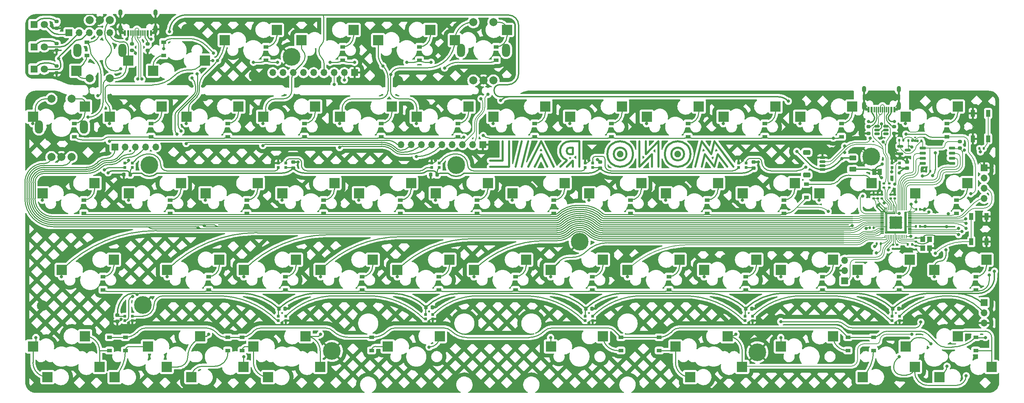
<source format=gbl>
%TF.GenerationSoftware,KiCad,Pcbnew,(6.0.10)*%
%TF.CreationDate,2023-05-22T09:52:37-05:00*%
%TF.ProjectId,Monorail_Diesel_Reduced,4d6f6e6f-7261-4696-9c5f-44696573656c,rev?*%
%TF.SameCoordinates,Original*%
%TF.FileFunction,Copper,L2,Bot*%
%TF.FilePolarity,Positive*%
%FSLAX46Y46*%
G04 Gerber Fmt 4.6, Leading zero omitted, Abs format (unit mm)*
G04 Created by KiCad (PCBNEW (6.0.10)) date 2023-05-22 09:52:37*
%MOMM*%
%LPD*%
G01*
G04 APERTURE LIST*
G04 Aperture macros list*
%AMRoundRect*
0 Rectangle with rounded corners*
0 $1 Rounding radius*
0 $2 $3 $4 $5 $6 $7 $8 $9 X,Y pos of 4 corners*
0 Add a 4 corners polygon primitive as box body*
4,1,4,$2,$3,$4,$5,$6,$7,$8,$9,$2,$3,0*
0 Add four circle primitives for the rounded corners*
1,1,$1+$1,$2,$3*
1,1,$1+$1,$4,$5*
1,1,$1+$1,$6,$7*
1,1,$1+$1,$8,$9*
0 Add four rect primitives between the rounded corners*
20,1,$1+$1,$2,$3,$4,$5,0*
20,1,$1+$1,$4,$5,$6,$7,0*
20,1,$1+$1,$6,$7,$8,$9,0*
20,1,$1+$1,$8,$9,$2,$3,0*%
G04 Aperture macros list end*
%TA.AperFunction,NonConductor*%
%ADD10C,0.500000*%
%TD*%
%TA.AperFunction,SMDPad,CuDef*%
%ADD11R,2.550000X2.500000*%
%TD*%
%TA.AperFunction,ComponentPad*%
%ADD12R,1.700000X1.700000*%
%TD*%
%TA.AperFunction,ComponentPad*%
%ADD13O,1.700000X1.700000*%
%TD*%
%TA.AperFunction,ComponentPad*%
%ADD14R,1.800000X1.800000*%
%TD*%
%TA.AperFunction,ComponentPad*%
%ADD15C,1.800000*%
%TD*%
%TA.AperFunction,ComponentPad*%
%ADD16C,4.400000*%
%TD*%
%TA.AperFunction,ComponentPad*%
%ADD17C,2.000000*%
%TD*%
%TA.AperFunction,ComponentPad*%
%ADD18RoundRect,1.000000X0.000000X-0.650000X0.000000X0.650000X0.000000X0.650000X0.000000X-0.650000X0*%
%TD*%
%TA.AperFunction,SMDPad,CuDef*%
%ADD19RoundRect,0.250000X0.625000X-0.375000X0.625000X0.375000X-0.625000X0.375000X-0.625000X-0.375000X0*%
%TD*%
%TA.AperFunction,SMDPad,CuDef*%
%ADD20R,0.600000X1.450000*%
%TD*%
%TA.AperFunction,SMDPad,CuDef*%
%ADD21R,0.300000X1.450000*%
%TD*%
%TA.AperFunction,ComponentPad*%
%ADD22O,1.000000X2.100000*%
%TD*%
%TA.AperFunction,ComponentPad*%
%ADD23O,1.000000X1.600000*%
%TD*%
%TA.AperFunction,SMDPad,CuDef*%
%ADD24RoundRect,0.200000X0.275000X-0.200000X0.275000X0.200000X-0.275000X0.200000X-0.275000X-0.200000X0*%
%TD*%
%TA.AperFunction,SMDPad,CuDef*%
%ADD25RoundRect,0.135000X0.185000X-0.135000X0.185000X0.135000X-0.185000X0.135000X-0.185000X-0.135000X0*%
%TD*%
%TA.AperFunction,SMDPad,CuDef*%
%ADD26RoundRect,0.150000X0.512500X0.150000X-0.512500X0.150000X-0.512500X-0.150000X0.512500X-0.150000X0*%
%TD*%
%TA.AperFunction,SMDPad,CuDef*%
%ADD27R,1.200000X0.900000*%
%TD*%
%TA.AperFunction,SMDPad,CuDef*%
%ADD28RoundRect,0.225000X-0.250000X0.225000X-0.250000X-0.225000X0.250000X-0.225000X0.250000X0.225000X0*%
%TD*%
%TA.AperFunction,SMDPad,CuDef*%
%ADD29RoundRect,0.135000X-0.135000X-0.185000X0.135000X-0.185000X0.135000X0.185000X-0.135000X0.185000X0*%
%TD*%
%TA.AperFunction,SMDPad,CuDef*%
%ADD30R,0.700000X0.700000*%
%TD*%
%TA.AperFunction,SMDPad,CuDef*%
%ADD31RoundRect,0.140000X0.170000X-0.140000X0.170000X0.140000X-0.170000X0.140000X-0.170000X-0.140000X0*%
%TD*%
%TA.AperFunction,SMDPad,CuDef*%
%ADD32RoundRect,0.225000X0.225000X0.250000X-0.225000X0.250000X-0.225000X-0.250000X0.225000X-0.250000X0*%
%TD*%
%TA.AperFunction,SMDPad,CuDef*%
%ADD33RoundRect,0.200000X-0.275000X0.200000X-0.275000X-0.200000X0.275000X-0.200000X0.275000X0.200000X0*%
%TD*%
%TA.AperFunction,SMDPad,CuDef*%
%ADD34RoundRect,0.140000X0.140000X0.170000X-0.140000X0.170000X-0.140000X-0.170000X0.140000X-0.170000X0*%
%TD*%
%TA.AperFunction,SMDPad,CuDef*%
%ADD35RoundRect,0.140000X-0.140000X-0.170000X0.140000X-0.170000X0.140000X0.170000X-0.140000X0.170000X0*%
%TD*%
%TA.AperFunction,SMDPad,CuDef*%
%ADD36R,1.000000X1.700000*%
%TD*%
%TA.AperFunction,SMDPad,CuDef*%
%ADD37RoundRect,0.006000X0.414000X0.094000X-0.414000X0.094000X-0.414000X-0.094000X0.414000X-0.094000X0*%
%TD*%
%TA.AperFunction,SMDPad,CuDef*%
%ADD38RoundRect,0.020000X0.080000X0.400000X-0.080000X0.400000X-0.080000X-0.400000X0.080000X-0.400000X0*%
%TD*%
%TA.AperFunction,SMDPad,CuDef*%
%ADD39R,3.100000X3.100000*%
%TD*%
%TA.AperFunction,SMDPad,CuDef*%
%ADD40RoundRect,0.225000X-0.225000X-0.250000X0.225000X-0.250000X0.225000X0.250000X-0.225000X0.250000X0*%
%TD*%
%TA.AperFunction,SMDPad,CuDef*%
%ADD41RoundRect,0.225000X0.250000X-0.225000X0.250000X0.225000X-0.250000X0.225000X-0.250000X-0.225000X0*%
%TD*%
%TA.AperFunction,SMDPad,CuDef*%
%ADD42RoundRect,0.140000X-0.170000X0.140000X-0.170000X-0.140000X0.170000X-0.140000X0.170000X0.140000X0*%
%TD*%
%TA.AperFunction,SMDPad,CuDef*%
%ADD43RoundRect,0.150000X0.650000X0.150000X-0.650000X0.150000X-0.650000X-0.150000X0.650000X-0.150000X0*%
%TD*%
%TA.AperFunction,SMDPad,CuDef*%
%ADD44RoundRect,0.150000X0.625000X-0.150000X0.625000X0.150000X-0.625000X0.150000X-0.625000X-0.150000X0*%
%TD*%
%TA.AperFunction,SMDPad,CuDef*%
%ADD45RoundRect,0.250000X0.650000X-0.350000X0.650000X0.350000X-0.650000X0.350000X-0.650000X-0.350000X0*%
%TD*%
%TA.AperFunction,ComponentPad*%
%ADD46RoundRect,1.000000X0.000000X0.650000X0.000000X-0.650000X0.000000X-0.650000X0.000000X0.650000X0*%
%TD*%
%TA.AperFunction,SMDPad,CuDef*%
%ADD47R,1.000000X1.500000*%
%TD*%
%TA.AperFunction,SMDPad,CuDef*%
%ADD48RoundRect,0.150000X-0.587500X-0.150000X0.587500X-0.150000X0.587500X0.150000X-0.587500X0.150000X0*%
%TD*%
%TA.AperFunction,SMDPad,CuDef*%
%ADD49R,1.200000X1.400000*%
%TD*%
%TA.AperFunction,SMDPad,CuDef*%
%ADD50RoundRect,0.135000X0.135000X0.185000X-0.135000X0.185000X-0.135000X-0.185000X0.135000X-0.185000X0*%
%TD*%
%TA.AperFunction,ViaPad*%
%ADD51C,0.800000*%
%TD*%
%TA.AperFunction,Conductor*%
%ADD52C,0.250000*%
%TD*%
%TA.AperFunction,Conductor*%
%ADD53C,0.200000*%
%TD*%
%TA.AperFunction,Conductor*%
%ADD54C,0.350000*%
%TD*%
G04 APERTURE END LIST*
D10*
X162718750Y-82974184D02*
X164306250Y-81386684D01*
X157956250Y-76624184D02*
X154781250Y-82974184D01*
X165893750Y-82974184D02*
X165893750Y-81386684D01*
X165893750Y-78211684D02*
X165100000Y-78211684D01*
X205787500Y-82950000D02*
X201025000Y-76600000D01*
X197850000Y-82950000D02*
X198643750Y-79775000D01*
X182371875Y-82950000D02*
X185546875Y-79775000D01*
X187134375Y-76600000D02*
X183959375Y-79775000D01*
X165893750Y-79799184D02*
X165893750Y-78211684D01*
X196262500Y-82950000D02*
X197850000Y-76600000D01*
X179196875Y-79775000D02*
G75*
G03*
X179196875Y-79775000I-1587500J0D01*
G01*
X150018750Y-82974184D02*
X145256250Y-82974184D01*
X187134375Y-82950000D02*
X187134375Y-76600000D01*
X180784375Y-79775000D02*
G75*
G03*
X180784375Y-79775000I-3175000J0D01*
G01*
X150018750Y-82974184D02*
X150018750Y-76624184D01*
X165100000Y-76624184D02*
X167481250Y-76624184D01*
X151606250Y-82974184D02*
X153193750Y-76624184D01*
X193484375Y-79775000D02*
G75*
G03*
X193484375Y-79775000I-1587500J0D01*
G01*
X200231250Y-79775000D02*
X197850000Y-76600000D01*
X165100000Y-78211616D02*
G75*
G03*
X165100000Y-79799184I0J-793784D01*
G01*
X165100000Y-76624118D02*
G75*
G03*
X164346983Y-81264486I0J-2381282D01*
G01*
X145256250Y-81386684D02*
X148431250Y-81386684D01*
X182371875Y-82950000D02*
X182371875Y-76600000D01*
X161131250Y-82974184D02*
X157956250Y-76624184D01*
X201025000Y-82950000D02*
X201818750Y-79775000D01*
X204200000Y-82950000D02*
X201818750Y-79775000D01*
X156368750Y-82974184D02*
X157956250Y-79799184D01*
X185546875Y-79775000D02*
X185546875Y-82950000D01*
X195071875Y-79775000D02*
G75*
G03*
X195071875Y-79775000I-3175000J0D01*
G01*
X157956250Y-79799184D02*
X159543750Y-82974184D01*
X201025000Y-82950000D02*
X198643750Y-79775000D01*
X153193750Y-82974184D02*
X154781250Y-76624184D01*
X165893750Y-79799184D02*
X165100000Y-79799184D01*
X148431250Y-81386684D02*
X148431250Y-76624184D01*
X167481250Y-82974184D02*
X167481250Y-76624184D01*
X183959375Y-79775000D02*
X183959375Y-76600000D01*
X200231250Y-79775000D02*
X201025000Y-76600000D01*
X164306250Y-82974184D02*
X165893750Y-81386684D01*
%TO.C,JP1*%
G36*
X241632405Y-84017334D02*
G01*
X241132405Y-84017334D01*
X241132405Y-83617334D01*
X241632405Y-83617334D01*
X241632405Y-84017334D01*
G37*
G36*
X241632405Y-84817334D02*
G01*
X241132405Y-84817334D01*
X241132405Y-84417334D01*
X241632405Y-84417334D01*
X241632405Y-84817334D01*
G37*
%TD*%
D11*
%TO.P,MX18,1,COL*%
%TO.N,COL0*%
X31808750Y-70485000D03*
%TO.P,MX18,2,ROW*%
%TO.N,Net-(D7-Pad2)*%
X44735750Y-67945000D03*
%TD*%
%TO.P,MX17,1,COL*%
%TO.N,COL1*%
X50858750Y-70485000D03*
%TO.P,MX17,2,ROW*%
%TO.N,Net-(D8-Pad2)*%
X63785750Y-67945000D03*
%TD*%
%TO.P,MX16,1,COL*%
%TO.N,COL2*%
X69908750Y-70485000D03*
%TO.P,MX16,2,ROW*%
%TO.N,Net-(D9-Pad2)*%
X82835750Y-67945000D03*
%TD*%
%TO.P,MX15,1,COL*%
%TO.N,COL3*%
X88958750Y-70485000D03*
%TO.P,MX15,2,ROW*%
%TO.N,Net-(D10-Pad2)*%
X101885750Y-67945000D03*
%TD*%
%TO.P,MX14,1,COL*%
%TO.N,COL4*%
X108008750Y-70485000D03*
%TO.P,MX14,2,ROW*%
%TO.N,Net-(D11-Pad2)*%
X120935750Y-67945000D03*
%TD*%
%TO.P,MX13,1,COL*%
%TO.N,COL5*%
X127058750Y-70485000D03*
%TO.P,MX13,2,ROW*%
%TO.N,Net-(D12-Pad2)*%
X139985750Y-67945000D03*
%TD*%
%TO.P,MX12,1,COL*%
%TO.N,COL6*%
X146108750Y-70485000D03*
%TO.P,MX12,2,ROW*%
%TO.N,Net-(D13-Pad2)*%
X159035750Y-67945000D03*
%TD*%
%TO.P,MX11,1,COL*%
%TO.N,COL7*%
X165158750Y-70485000D03*
%TO.P,MX11,2,ROW*%
%TO.N,Net-(D14-Pad2)*%
X178085750Y-67945000D03*
%TD*%
%TO.P,MX10,1,COL*%
%TO.N,COL8*%
X184208750Y-70485000D03*
%TO.P,MX10,2,ROW*%
%TO.N,Net-(D15-Pad2)*%
X197135750Y-67945000D03*
%TD*%
%TO.P,MX9,1,COL*%
%TO.N,COL9*%
X203258750Y-70485000D03*
%TO.P,MX9,2,ROW*%
%TO.N,Net-(D16-Pad2)*%
X216185750Y-67945000D03*
%TD*%
%TO.P,MX8,1,COL*%
%TO.N,COL10*%
X222308750Y-70485000D03*
%TO.P,MX8,2,ROW*%
%TO.N,Net-(D17-Pad2)*%
X235235750Y-67945000D03*
%TD*%
%TO.P,MX7,1,COL*%
%TO.N,COL11*%
X248502500Y-70485000D03*
%TO.P,MX7,2,ROW*%
%TO.N,Net-(D18-Pad2)*%
X261429500Y-67945000D03*
%TD*%
%TO.P,MX30,1,COL*%
%TO.N,COL0*%
X34190000Y-89535000D03*
%TO.P,MX30,2,ROW*%
%TO.N,Net-(D19-Pad2)*%
X47117000Y-86995000D03*
%TD*%
%TO.P,MX29,1,COL*%
%TO.N,COL1*%
X55621250Y-89535000D03*
%TO.P,MX29,2,ROW*%
%TO.N,Net-(D20-Pad2)*%
X68548250Y-86995000D03*
%TD*%
%TO.P,MX28,1,COL*%
%TO.N,COL2*%
X74671250Y-89535000D03*
%TO.P,MX28,2,ROW*%
%TO.N,Net-(D21-Pad2)*%
X87598250Y-86995000D03*
%TD*%
%TO.P,MX27,1,COL*%
%TO.N,COL3*%
X93721250Y-89535000D03*
%TO.P,MX27,2,ROW*%
%TO.N,Net-(D22-Pad2)*%
X106648250Y-86995000D03*
%TD*%
%TO.P,MX26,1,COL*%
%TO.N,COL4*%
X112771250Y-89535000D03*
%TO.P,MX26,2,ROW*%
%TO.N,Net-(D23-Pad2)*%
X125698250Y-86995000D03*
%TD*%
%TO.P,MX25,1,COL*%
%TO.N,COL5*%
X131821250Y-89535000D03*
%TO.P,MX25,2,ROW*%
%TO.N,Net-(D24-Pad2)*%
X144748250Y-86995000D03*
%TD*%
%TO.P,MX24,1,COL*%
%TO.N,COL6*%
X150871250Y-89535000D03*
%TO.P,MX24,2,ROW*%
%TO.N,Net-(D25-Pad2)*%
X163798250Y-86995000D03*
%TD*%
%TO.P,MX19,2,ROW*%
%TO.N,Net-(D26-Pad2)*%
X182848250Y-86995000D03*
%TO.P,MX19,1,COL*%
%TO.N,COL7*%
X169921250Y-89535000D03*
%TD*%
%TO.P,MX23,1,COL*%
%TO.N,COL8*%
X188971250Y-89535000D03*
%TO.P,MX23,2,ROW*%
%TO.N,Net-(D27-Pad2)*%
X201898250Y-86995000D03*
%TD*%
%TO.P,MX22,1,COL*%
%TO.N,COL9*%
X208021250Y-89535000D03*
%TO.P,MX22,2,ROW*%
%TO.N,Net-(D28-Pad2)*%
X220948250Y-86995000D03*
%TD*%
%TO.P,MX21,1,COL*%
%TO.N,COL10*%
X227071250Y-89535000D03*
%TO.P,MX21,2,ROW*%
%TO.N,Net-(D29-Pad2)*%
X239998250Y-86995000D03*
%TD*%
%TO.P,MX20,1,COL*%
%TO.N,COL11*%
X250883750Y-89535000D03*
%TO.P,MX20,2,ROW*%
%TO.N,Net-(D30-Pad2)*%
X263810750Y-86995000D03*
%TD*%
%TO.P,MX42,1,COL*%
%TO.N,COL0*%
X38952500Y-108585000D03*
%TO.P,MX42,2,ROW*%
%TO.N,Net-(D31-Pad2)*%
X51879500Y-106045000D03*
%TD*%
%TO.P,MX41,1,COL*%
%TO.N,COL1*%
X65146250Y-108585000D03*
%TO.P,MX41,2,ROW*%
%TO.N,Net-(D32-Pad2)*%
X78073250Y-106045000D03*
%TD*%
%TO.P,MX40,1,COL*%
%TO.N,COL2*%
X84196250Y-108585000D03*
%TO.P,MX40,2,ROW*%
%TO.N,Net-(D33-Pad2)*%
X97123250Y-106045000D03*
%TD*%
%TO.P,MX39,1,COL*%
%TO.N,COL3*%
X103246250Y-108585000D03*
%TO.P,MX39,2,ROW*%
%TO.N,Net-(D34-Pad2)*%
X116173250Y-106045000D03*
%TD*%
%TO.P,MX38,1,COL*%
%TO.N,COL4*%
X122296250Y-108585000D03*
%TO.P,MX38,2,ROW*%
%TO.N,Net-(D35-Pad2)*%
X135223250Y-106045000D03*
%TD*%
%TO.P,MX37,1,COL*%
%TO.N,COL5*%
X141346250Y-108585000D03*
%TO.P,MX37,2,ROW*%
%TO.N,Net-(D36-Pad2)*%
X154273250Y-106045000D03*
%TD*%
%TO.P,MX36,1,COL*%
%TO.N,COL6*%
X160396250Y-108585000D03*
%TO.P,MX36,2,ROW*%
%TO.N,Net-(D37-Pad2)*%
X173323250Y-106045000D03*
%TD*%
%TO.P,MX35,1,COL*%
%TO.N,COL7*%
X179446250Y-108585000D03*
%TO.P,MX35,2,ROW*%
%TO.N,Net-(D38-Pad2)*%
X192373250Y-106045000D03*
%TD*%
%TO.P,MX34,1,COL*%
%TO.N,COL8*%
X198496250Y-108585000D03*
%TO.P,MX34,2,ROW*%
%TO.N,Net-(D39-Pad2)*%
X211423250Y-106045000D03*
%TD*%
%TO.P,MX33,1,COL*%
%TO.N,COL9*%
X217546250Y-108585000D03*
%TO.P,MX33,2,ROW*%
%TO.N,Net-(D40-Pad2)*%
X230473250Y-106045000D03*
%TD*%
%TO.P,MX32,1,COL*%
%TO.N,COL10*%
X236596250Y-108585000D03*
%TO.P,MX32,2,ROW*%
%TO.N,Net-(D41-Pad2)*%
X249523250Y-106045000D03*
%TD*%
%TO.P,MX31,1,COL*%
%TO.N,COL11*%
X255646250Y-108585000D03*
%TO.P,MX31,2,ROW*%
%TO.N,Net-(D42-Pad2)*%
X268573250Y-106045000D03*
%TD*%
%TO.P,MX5,1,COL*%
%TO.N,COL1*%
X74553750Y-56515000D03*
%TO.P,MX5,2,ROW*%
%TO.N,Net-(D2-Pad2)*%
X61626750Y-59055000D03*
%TD*%
%TO.P,MX4,1,COL*%
%TO.N,COL2*%
X79433750Y-51435000D03*
%TO.P,MX4,2,ROW*%
%TO.N,Net-(D3-Pad2)*%
X92360750Y-48895000D03*
%TD*%
%TO.P,MX3,1,COL*%
%TO.N,COL3*%
X98483750Y-51435000D03*
%TO.P,MX3,2,ROW*%
%TO.N,Net-(D4-Pad2)*%
X111410750Y-48895000D03*
%TD*%
%TO.P,MX2,1,COL*%
%TO.N,COL4*%
X117533750Y-51435000D03*
%TO.P,MX2,2,ROW*%
%TO.N,Net-(D5-Pad2)*%
X130460750Y-48895000D03*
%TD*%
%TO.P,MX1,1,COL*%
%TO.N,COL5*%
X136583750Y-51435000D03*
%TO.P,MX1,2,ROW*%
%TO.N,Net-(D6-Pad2)*%
X149510750Y-48895000D03*
%TD*%
%TO.P,MX45,1,COL*%
%TO.N,COL10*%
X250766250Y-132715000D03*
%TO.P,MX45,2,ROW*%
%TO.N,Net-(D51-Pad2)*%
X237839250Y-135255000D03*
%TD*%
%TO.P,MX48,1,COL*%
%TO.N,Net-(D49-Pad2)*%
X191352500Y-127635000D03*
%TO.P,MX48,2,ROW*%
%TO.N,COL8*%
X204279500Y-125095000D03*
%TD*%
%TO.P,MX44,1,COL*%
%TO.N,COL11*%
X248502500Y-127635000D03*
%TO.P,MX44,2,ROW*%
%TO.N,Net-(D52-Pad2)*%
X261429500Y-125095000D03*
%TD*%
%TO.P,MX49,1,COL*%
%TO.N,COL6*%
X160428000Y-127628750D03*
%TO.P,MX49,2,ROW*%
%TO.N,Net-(D48-Pad2)*%
X173355000Y-125088750D03*
%TD*%
D12*
%TO.P,J3,1,Pin_1*%
%TO.N,GND*%
X143512500Y-77437500D03*
D13*
%TO.P,J3,2,Pin_2*%
%TO.N,D+*%
X140972500Y-77437500D03*
%TO.P,J3,3,Pin_3*%
%TO.N,D-*%
X138432500Y-77437500D03*
%TO.P,J3,4,Pin_4*%
%TO.N,VCC*%
X135892500Y-77437500D03*
%TO.P,J3,5,Pin_5*%
%TO.N,COL5*%
X133352500Y-77437500D03*
%TO.P,J3,6,Pin_6*%
%TO.N,COL4*%
X130812500Y-77437500D03*
%TO.P,J3,7,Pin_7*%
%TO.N,COL3*%
X128272500Y-77437500D03*
%TO.P,J3,8,Pin_8*%
%TO.N,COL2*%
X125732500Y-77437500D03*
%TO.P,J3,9,Pin_9*%
%TO.N,COL1*%
X123192500Y-77437500D03*
%TD*%
D11*
%TO.P,MX51,1,COL*%
%TO.N,COL3*%
X103128750Y-132715000D03*
%TO.P,MX51,2,ROW*%
%TO.N,N/C*%
X90201750Y-135255000D03*
%TD*%
%TO.P,MX43,1,COL*%
%TO.N,Net-(D52-Pad2)*%
X269816250Y-132715000D03*
%TO.P,MX43,2,ROW*%
%TO.N,COL11*%
X256889250Y-135255000D03*
%TD*%
D12*
%TO.P,J2,1,Pin_1*%
%TO.N,GND*%
X111680625Y-59531250D03*
D13*
%TO.P,J2,2,Pin_2*%
%TO.N,D+*%
X109140625Y-59531250D03*
%TO.P,J2,3,Pin_3*%
%TO.N,D-*%
X106600625Y-59531250D03*
%TO.P,J2,4,Pin_4*%
%TO.N,VCC*%
X104060625Y-59531250D03*
%TO.P,J2,5,Pin_5*%
%TO.N,COL5*%
X101520625Y-59531250D03*
%TO.P,J2,6,Pin_6*%
%TO.N,COL4*%
X98980625Y-59531250D03*
%TO.P,J2,7,Pin_7*%
%TO.N,COL3*%
X96440625Y-59531250D03*
%TO.P,J2,8,Pin_8*%
%TO.N,COL2*%
X93900625Y-59531250D03*
%TO.P,J2,9,Pin_9*%
%TO.N,COL1*%
X91360625Y-59531250D03*
%TD*%
D12*
%TO.P,J4,1,Pin_1*%
%TO.N,LED1*%
X52175000Y-78000000D03*
D13*
%TO.P,J4,2,Pin_2*%
%TO.N,LED2*%
X54715000Y-78000000D03*
%TO.P,J4,3,Pin_3*%
%TO.N,LED3*%
X57255000Y-78000000D03*
%TO.P,J4,4,Pin_4*%
%TO.N,ROW4*%
X59795000Y-78000000D03*
%TO.P,J4,5,Pin_5*%
%TO.N,COL0*%
X62335000Y-78000000D03*
%TD*%
D11*
%TO.P,MX53,1,COL*%
%TO.N,COL2*%
X84078750Y-132715000D03*
%TO.P,MX53,2,ROW*%
%TO.N,Net-(D45-Pad2)*%
X71151750Y-135255000D03*
%TD*%
%TO.P,MX57,1,COL*%
%TO.N,COL0*%
X31808750Y-127635000D03*
%TO.P,MX57,2,ROW*%
%TO.N,Net-(D43-Pad2)*%
X44735750Y-125095000D03*
%TD*%
D14*
%TO.P,D3,1,K*%
%TO.N,Net-(D55-Pad1)*%
X32099250Y-58642000D03*
D15*
%TO.P,D3,2,A*%
%TO.N,LED3*%
X34639250Y-58642000D03*
%TD*%
D11*
%TO.P,MX46,1,COL*%
%TO.N,COL9*%
X217546250Y-127635000D03*
%TO.P,MX46,2,ROW*%
%TO.N,Net-(D50-Pad2)*%
X230473250Y-125095000D03*
%TD*%
D16*
%TO.P,,1,1*%
%TO.N,GND*%
X96043750Y-55562500D03*
%TD*%
D11*
%TO.P,MX54,1,COL*%
%TO.N,Net-(D44-Pad2)*%
X60383750Y-127635000D03*
%TO.P,MX54,2,ROW*%
%TO.N,COL1*%
X73310750Y-125095000D03*
%TD*%
D17*
%TO.P,SW1,A,A*%
%TO.N,ENCB*%
X141168750Y-61475000D03*
%TO.P,SW1,B,B*%
%TO.N,ENCA*%
X146168750Y-61475000D03*
%TO.P,SW1,C,C*%
%TO.N,GND*%
X143668750Y-61475000D03*
D18*
%TO.P,SW1,MP*%
%TO.N,N/C*%
X138068750Y-53975000D03*
X149268750Y-53975000D03*
D17*
%TO.P,SW1,S1,S1*%
%TO.N,Net-(D6-Pad2)*%
X146168750Y-46975000D03*
%TO.P,SW1,S2,S2*%
%TO.N,COL5*%
X141168750Y-46975000D03*
%TD*%
D11*
%TO.P,MX47,1,COL*%
%TO.N,COL8*%
X207903750Y-132715000D03*
%TO.P,MX47,2,ROW*%
%TO.N,Net-(D49-Pad2)*%
X194976750Y-135255000D03*
%TD*%
D14*
%TO.P,D1,1,K*%
%TO.N,Net-(D53-Pad1)*%
X32099250Y-47592000D03*
D15*
%TO.P,D1,2,A*%
%TO.N,LED1*%
X34639250Y-47592000D03*
%TD*%
D11*
%TO.P,MX6,1,COL*%
%TO.N,COL0*%
X55503750Y-56515000D03*
%TO.P,MX6,2,ROW*%
%TO.N,Net-(D1-Pad2)*%
X42576750Y-59055000D03*
%TD*%
%TO.P,MX50,1,COL*%
%TO.N,Net-(D47-Pad2)*%
X119915000Y-127628750D03*
%TO.P,MX50,2,ROW*%
%TO.N,COL4*%
X132842000Y-125088750D03*
%TD*%
D16*
%TO.P,H1,1,1*%
%TO.N,GND*%
X239953400Y-80424450D03*
X136903400Y-82550450D03*
X167553400Y-101600450D03*
X60703400Y-82550450D03*
X211703400Y-129059450D03*
X59103400Y-117324450D03*
X106053400Y-128774450D03*
%TD*%
D11*
%TO.P,MX56,1,COL*%
%TO.N,Net-(D43-Pad2)*%
X48360000Y-132715000D03*
%TO.P,MX56,2,ROW*%
%TO.N,COL0*%
X35433000Y-135255000D03*
%TD*%
D14*
%TO.P,D2,1,K*%
%TO.N,Net-(D54-Pad1)*%
X32099250Y-53117000D03*
D15*
%TO.P,D2,2,A*%
%TO.N,LED2*%
X34639250Y-53117000D03*
%TD*%
D11*
%TO.P,MX52,1,COL*%
%TO.N,N/C*%
X86577500Y-127635000D03*
%TO.P,MX52,2,ROW*%
%TO.N,COL3*%
X99504500Y-125095000D03*
%TD*%
D12*
%TO.P,J1,1,Pin_1*%
%TO.N,LED1*%
X40737500Y-49587500D03*
D13*
%TO.P,J1,2,Pin_2*%
%TO.N,LED2*%
X43277500Y-49587500D03*
%TO.P,J1,3,Pin_3*%
%TO.N,LED3*%
X45817500Y-49587500D03*
%TO.P,J1,4,Pin_4*%
%TO.N,ROW4*%
X48357500Y-49587500D03*
%TO.P,J1,5,Pin_5*%
%TO.N,COL0*%
X50897500Y-49587500D03*
%TD*%
D11*
%TO.P,MX55,1,COL*%
%TO.N,COL1*%
X65028750Y-132715000D03*
%TO.P,MX55,2,ROW*%
%TO.N,Net-(D44-Pad2)*%
X52101750Y-135255000D03*
%TD*%
D19*
%TO.P,F1,1*%
%TO.N,+5V*%
X235347928Y-83571835D03*
%TO.P,F1,2*%
%TO.N,VCC*%
X235347928Y-80771835D03*
%TD*%
D20*
%TO.P,J6,A1,GND*%
%TO.N,GND*%
X239240625Y-68735625D03*
%TO.P,J6,A4,VBUS*%
%TO.N,VCC*%
X240040625Y-68735625D03*
D21*
%TO.P,J6,A5,CC1*%
%TO.N,Net-(J1-PadA5)*%
X241240625Y-68735625D03*
%TO.P,J6,A6,D+*%
%TO.N,D+*%
X242240625Y-68735625D03*
%TO.P,J6,A7,D-*%
%TO.N,D-*%
X242740625Y-68735625D03*
%TO.P,J6,A8,SBU1*%
%TO.N,unconnected-(J1-PadA8)*%
X243740625Y-68735625D03*
D20*
%TO.P,J6,A9,VBUS*%
%TO.N,VCC*%
X244940625Y-68735625D03*
%TO.P,J6,A12,GND*%
%TO.N,GND*%
X245740625Y-68735625D03*
%TO.P,J6,B1,GND*%
X245740625Y-68735625D03*
%TO.P,J6,B4,VBUS*%
%TO.N,VCC*%
X244940625Y-68735625D03*
D21*
%TO.P,J6,B5,CC2*%
%TO.N,Net-(J1-PadB5)*%
X244240625Y-68735625D03*
%TO.P,J6,B6,D+*%
%TO.N,D+*%
X243240625Y-68735625D03*
%TO.P,J6,B7,D-*%
%TO.N,D-*%
X241740625Y-68735625D03*
%TO.P,J6,B8,SBU2*%
%TO.N,unconnected-(J1-PadB8)*%
X240740625Y-68735625D03*
D20*
%TO.P,J6,B9,VBUS*%
%TO.N,VCC*%
X240040625Y-68735625D03*
%TO.P,J6,B12,GND*%
%TO.N,GND*%
X239240625Y-68735625D03*
D22*
%TO.P,J6,S1,SHIELD*%
X246810625Y-67820625D03*
D23*
X238170625Y-63640625D03*
D22*
X238170625Y-67820625D03*
D23*
X246810625Y-63640625D03*
%TD*%
D24*
%TO.P,R4,1*%
%TO.N,GND*%
X60325000Y-54006250D03*
%TO.P,R4,2*%
%TO.N,Net-(J2-PadB5)*%
X60325000Y-52356250D03*
%TD*%
%TO.P,R7,1*%
%TO.N,GND*%
X245665625Y-74643750D03*
%TO.P,R7,2*%
%TO.N,Net-(J1-PadB5)*%
X245665625Y-72993750D03*
%TD*%
%TO.P,R6,1*%
%TO.N,GND*%
X239315625Y-74643750D03*
%TO.P,R6,2*%
%TO.N,Net-(J1-PadA5)*%
X239315625Y-72993750D03*
%TD*%
%TO.P,R3,1*%
%TO.N,GND*%
X56356250Y-54006250D03*
%TO.P,R3,2*%
%TO.N,Net-(J2-PadA5)*%
X56356250Y-52356250D03*
%TD*%
D25*
%TO.P,R10,1*%
%TO.N,Net-(R6-Pad1)*%
X243125625Y-88147500D03*
%TO.P,R10,2*%
%TO.N,D-*%
X243125625Y-87127500D03*
%TD*%
D26*
%TO.P,U1,1,IO1*%
%TO.N,D+*%
X243628125Y-72868750D03*
%TO.P,U1,2,VN*%
%TO.N,GND*%
X243628125Y-73818750D03*
%TO.P,U1,3,IO2*%
%TO.N,unconnected-(U1-Pad3)*%
X243628125Y-74768750D03*
%TO.P,U1,4,IO3*%
%TO.N,unconnected-(U1-Pad4)*%
X241353125Y-74768750D03*
%TO.P,U1,5,VP*%
%TO.N,VCC*%
X241353125Y-73818750D03*
%TO.P,U1,6,IO4*%
%TO.N,D-*%
X241353125Y-72868750D03*
%TD*%
D27*
%TO.P,D42,1,K*%
%TO.N,ROW2*%
X94456250Y-113568750D03*
%TO.P,D42,2,A*%
%TO.N,Net-(D33-Pad2)*%
X94456250Y-110268750D03*
%TD*%
D28*
%TO.P,C28,1*%
%TO.N,+5VD*%
X52784375Y-119875000D03*
%TO.P,C28,2*%
%TO.N,GND*%
X52784375Y-121425000D03*
%TD*%
D27*
%TO.P,D12,1,K*%
%TO.N,ROW0*%
X80168750Y-75468750D03*
%TO.P,D12,2,A*%
%TO.N,Net-(D9-Pad2)*%
X80168750Y-72168750D03*
%TD*%
D12*
%TO.P,SWD1,1,Pin_1*%
%TO.N,SWCLK*%
X233362500Y-111268750D03*
D13*
%TO.P,SWD1,2,Pin_2*%
%TO.N,GND*%
X233362500Y-108728750D03*
%TO.P,SWD1,3,Pin_3*%
%TO.N,SWDIO*%
X233362500Y-106188750D03*
%TD*%
D27*
%TO.P,D37,1,K*%
%TO.N,ROW1*%
X199231250Y-94518750D03*
%TO.P,D37,2,A*%
%TO.N,Net-(D27-Pad2)*%
X199231250Y-91218750D03*
%TD*%
%TO.P,D11,1,K*%
%TO.N,ROW0*%
X61118750Y-75468750D03*
%TO.P,D11,2,A*%
%TO.N,Net-(D8-Pad2)*%
X61118750Y-72168750D03*
%TD*%
%TO.P,D38,1,K*%
%TO.N,ROW1*%
X218281250Y-94518750D03*
%TO.P,D38,2,A*%
%TO.N,Net-(D28-Pad2)*%
X218281250Y-91218750D03*
%TD*%
%TO.P,D17,1,K*%
%TO.N,ROW0*%
X175418750Y-75468750D03*
%TO.P,D17,2,A*%
%TO.N,Net-(D14-Pad2)*%
X175418750Y-72168750D03*
%TD*%
D29*
%TO.P,R9,1*%
%TO.N,QSPI_SS*%
X266836250Y-78393751D03*
%TO.P,R9,2*%
%TO.N,Net-(R14-Pad2)*%
X267856250Y-78393751D03*
%TD*%
D27*
%TO.P,D21,1,K*%
%TO.N,ROW0*%
X258762500Y-75468750D03*
%TO.P,D21,2,A*%
%TO.N,Net-(D18-Pad2)*%
X258762500Y-72168750D03*
%TD*%
D30*
%TO.P,D54,1,VDD*%
%TO.N,+5VD*%
X92747500Y-120100000D03*
%TO.P,D54,2,DOUT*%
%TO.N,Net-(D64-Pad4)*%
X94577500Y-120100000D03*
%TO.P,D54,3,VSS*%
%TO.N,GND*%
X94577500Y-121200000D03*
%TO.P,D54,4,DIN*%
%TO.N,Net-(D65-Pad4)*%
X92747500Y-121200000D03*
%TD*%
%TO.P,D25,1,VDD*%
%TO.N,+5VD*%
X170777500Y-83100000D03*
%TO.P,D25,2,DOUT*%
%TO.N,Net-(D61-Pad2)*%
X168947500Y-83100000D03*
%TO.P,D25,3,VSS*%
%TO.N,GND*%
X168947500Y-82000000D03*
%TO.P,D25,4,DIN*%
%TO.N,Net-(D60-Pad2)*%
X170777500Y-82000000D03*
%TD*%
D31*
%TO.P,C22,1*%
%TO.N,GND*%
X251064013Y-103552401D03*
%TO.P,C22,2*%
%TO.N,Net-(C6-Pad2)*%
X251064013Y-102592401D03*
%TD*%
%TO.P,C15,1*%
%TO.N,+1V1*%
X245808750Y-90830023D03*
%TO.P,C15,2*%
%TO.N,GND*%
X245808750Y-89870023D03*
%TD*%
D12*
%TO.P,J9,1,Pin_1*%
%TO.N,+5VD*%
X267962500Y-116712500D03*
D13*
%TO.P,J9,2,Pin_2*%
%TO.N,RGB_OUT*%
X267962500Y-119252500D03*
%TO.P,J9,3,Pin_3*%
%TO.N,GND*%
X267962500Y-121792500D03*
%TD*%
D32*
%TO.P,C10,1*%
%TO.N,+5VD*%
X132140625Y-84931250D03*
%TO.P,C10,2*%
%TO.N,GND*%
X130590625Y-84931250D03*
%TD*%
D33*
%TO.P,R8,1*%
%TO.N,+3V3*%
X261976292Y-76648118D03*
%TO.P,R8,2*%
%TO.N,QSPI_SS*%
X261976292Y-78298118D03*
%TD*%
D34*
%TO.P,C3,1*%
%TO.N,+3V3*%
X252409280Y-76490476D03*
%TO.P,C3,2*%
%TO.N,GND*%
X251449280Y-76490476D03*
%TD*%
D33*
%TO.P,R5,1*%
%TO.N,Net-(D55-Pad1)*%
X37703125Y-57912500D03*
%TO.P,R5,2*%
%TO.N,GND*%
X37703125Y-59562500D03*
%TD*%
D35*
%TO.P,C16,1*%
%TO.N,+3V3*%
X251122014Y-93542939D03*
%TO.P,C16,2*%
%TO.N,GND*%
X252082014Y-93542939D03*
%TD*%
D27*
%TO.P,D16,1,K*%
%TO.N,ROW0*%
X156368750Y-75468750D03*
%TO.P,D16,2,A*%
%TO.N,Net-(D13-Pad2)*%
X156368750Y-72168750D03*
%TD*%
D35*
%TO.P,C1,1*%
%TO.N,+3V3*%
X246919787Y-76333887D03*
%TO.P,C1,2*%
%TO.N,GND*%
X247879787Y-76333887D03*
%TD*%
D20*
%TO.P,J5,A1,GND*%
%TO.N,GND*%
X54630250Y-49685625D03*
%TO.P,J5,A4,VBUS*%
%TO.N,VCC*%
X55430250Y-49685625D03*
D21*
%TO.P,J5,A5,CC1*%
%TO.N,Net-(J2-PadA5)*%
X56630250Y-49685625D03*
%TO.P,J5,A6,D+*%
%TO.N,D+*%
X57630250Y-49685625D03*
%TO.P,J5,A7,D-*%
%TO.N,D-*%
X58130250Y-49685625D03*
%TO.P,J5,A8,SBU1*%
%TO.N,unconnected-(J2-PadA8)*%
X59130250Y-49685625D03*
D20*
%TO.P,J5,A9,VBUS*%
%TO.N,VCC*%
X60330250Y-49685625D03*
%TO.P,J5,A12,GND*%
%TO.N,GND*%
X61130250Y-49685625D03*
%TO.P,J5,B1,GND*%
X61130250Y-49685625D03*
%TO.P,J5,B4,VBUS*%
%TO.N,VCC*%
X60330250Y-49685625D03*
D21*
%TO.P,J5,B5,CC2*%
%TO.N,Net-(J2-PadB5)*%
X59630250Y-49685625D03*
%TO.P,J5,B6,D+*%
%TO.N,D+*%
X58630250Y-49685625D03*
%TO.P,J5,B7,D-*%
%TO.N,D-*%
X57130250Y-49685625D03*
%TO.P,J5,B8,SBU2*%
%TO.N,unconnected-(J2-PadB8)*%
X56130250Y-49685625D03*
D20*
%TO.P,J5,B9,VBUS*%
%TO.N,VCC*%
X55430250Y-49685625D03*
%TO.P,J5,B12,GND*%
%TO.N,GND*%
X54630250Y-49685625D03*
D23*
%TO.P,J5,S1,SHIELD*%
X53560250Y-44590625D03*
D22*
X62200250Y-48770625D03*
D23*
X62200250Y-44590625D03*
D22*
X53560250Y-48770625D03*
%TD*%
D27*
%TO.P,D19,1,K*%
%TO.N,ROW0*%
X213518750Y-75468750D03*
%TO.P,D19,2,A*%
%TO.N,Net-(D16-Pad2)*%
X213518750Y-72168750D03*
%TD*%
%TO.P,D6,1,K*%
%TO.N,ROW4*%
X89693750Y-56418750D03*
%TO.P,D6,2,A*%
%TO.N,Net-(D3-Pad2)*%
X89693750Y-53118750D03*
%TD*%
%TO.P,D66,1,K*%
%TO.N,ROW3*%
X240506250Y-125350000D03*
%TO.P,D66,2,A*%
%TO.N,Net-(D51-Pad2)*%
X240506250Y-128650000D03*
%TD*%
D31*
%TO.P,C13,1*%
%TO.N,+1V1*%
X242567100Y-90830023D03*
%TO.P,C13,2*%
%TO.N,GND*%
X242567100Y-89870023D03*
%TD*%
D36*
%TO.P,SWR2,1,A*%
%TO.N,GND*%
X268600000Y-95275000D03*
X268600000Y-101575000D03*
%TO.P,SWR2,2,B*%
%TO.N,RUN*%
X264800000Y-101575000D03*
X264800000Y-95275000D03*
%TD*%
D27*
%TO.P,D43,1,K*%
%TO.N,ROW2*%
X113506250Y-113568750D03*
%TO.P,D43,2,A*%
%TO.N,Net-(D34-Pad2)*%
X113506250Y-110268750D03*
%TD*%
%TO.P,D59,1,K*%
%TO.N,ROW3*%
X54768750Y-125350000D03*
%TO.P,D59,2,A*%
%TO.N,Net-(D44-Pad2)*%
X54768750Y-128650000D03*
%TD*%
D29*
%TO.P,R12,1*%
%TO.N,+3V3*%
X241331994Y-102074696D03*
%TO.P,R12,2*%
%TO.N,RUN*%
X242351994Y-102074696D03*
%TD*%
D30*
%TO.P,D23,1,VDD*%
%TO.N,+5VD*%
X94577500Y-83100000D03*
%TO.P,D23,2,DOUT*%
%TO.N,Net-(D63-Pad2)*%
X92747500Y-83100000D03*
%TO.P,D23,3,VSS*%
%TO.N,GND*%
X92747500Y-82000000D03*
%TO.P,D23,4,DIN*%
%TO.N,Net-(D62-Pad2)*%
X94577500Y-82000000D03*
%TD*%
%TO.P,D53,1,VDD*%
%TO.N,+5VD*%
X54647500Y-120100000D03*
%TO.P,D53,2,DOUT*%
%TO.N,Net-(D65-Pad4)*%
X56477500Y-120100000D03*
%TO.P,D53,3,VSS*%
%TO.N,GND*%
X56477500Y-121200000D03*
%TO.P,D53,4,DIN*%
%TO.N,Net-(D66-Pad4)*%
X54647500Y-121200000D03*
%TD*%
D32*
%TO.P,C9,1*%
%TO.N,+5VD*%
X55940625Y-84931250D03*
%TO.P,C9,2*%
%TO.N,GND*%
X54390625Y-84931250D03*
%TD*%
D27*
%TO.P,D10,1,K*%
%TO.N,ROW0*%
X42068750Y-75468750D03*
%TO.P,D10,2,A*%
%TO.N,Net-(D7-Pad2)*%
X42068750Y-72168750D03*
%TD*%
D37*
%TO.P,U4,1,IOVDD*%
%TO.N,+3V3*%
X249497500Y-94237500D03*
%TO.P,U4,2,GPIO0*%
%TO.N,COL11*%
X249497500Y-94637500D03*
%TO.P,U4,3,GPIO1*%
%TO.N,ROW1*%
X249497500Y-95037500D03*
%TO.P,U4,4,GPIO2*%
%TO.N,SDA*%
X249497500Y-95437500D03*
%TO.P,U4,5,GPIO3*%
%TO.N,SCL*%
X249497500Y-95837500D03*
%TO.P,U4,6,GPIO4*%
%TO.N,ROW2*%
X249497500Y-96237500D03*
%TO.P,U4,7,GPIO5*%
%TO.N,ROW3*%
X249497500Y-96637500D03*
%TO.P,U4,8,GPIO6*%
%TO.N,COL10*%
X249497500Y-97037500D03*
%TO.P,U4,9,GPIO7*%
%TO.N,unconnected-(U3-Pad9)*%
X249497500Y-97437500D03*
%TO.P,U4,10,IOVDD*%
%TO.N,+3V3*%
X249497500Y-97837500D03*
%TO.P,U4,11,GPIO8*%
%TO.N,unconnected-(U3-Pad11)*%
X249497500Y-98237500D03*
%TO.P,U4,12,GPIO9*%
%TO.N,ROW0*%
X249497500Y-98637500D03*
%TO.P,U4,13,GPIO10*%
%TO.N,COL8*%
X249497500Y-99037500D03*
%TO.P,U4,14,GPIO11*%
%TO.N,COL9*%
X249497500Y-99437500D03*
D38*
%TO.P,U4,15,GPIO12*%
%TO.N,ENCA*%
X248662500Y-100272500D03*
%TO.P,U4,16,GPIO13*%
%TO.N,unconnected-(U3-Pad16)*%
X248262500Y-100272500D03*
%TO.P,U4,17,GPIO14*%
%TO.N,unconnected-(U3-Pad17)*%
X247862500Y-100272500D03*
%TO.P,U4,18,GPIO15*%
%TO.N,unconnected-(U3-Pad18)*%
X247462500Y-100272500D03*
%TO.P,U4,19,TESTEN*%
%TO.N,GND*%
X247062500Y-100272500D03*
%TO.P,U4,20,XIN*%
%TO.N,XIN*%
X246662500Y-100272500D03*
%TO.P,U4,21,XOUT*%
%TO.N,XOUT*%
X246262500Y-100272500D03*
%TO.P,U4,22,IOVDD*%
%TO.N,+3V3*%
X245862500Y-100272500D03*
%TO.P,U4,23,DVDD*%
%TO.N,+1V1*%
X245462500Y-100272500D03*
%TO.P,U4,24,SWCLK*%
%TO.N,SWCLK*%
X245062500Y-100272500D03*
%TO.P,U4,25,SWDIO*%
%TO.N,SWDIO*%
X244662500Y-100272500D03*
%TO.P,U4,26,RUN*%
%TO.N,RUN*%
X244262500Y-100272500D03*
%TO.P,U4,27,GPIO16*%
%TO.N,COL7*%
X243862500Y-100272500D03*
%TO.P,U4,28,GPIO17*%
%TO.N,COL6*%
X243462500Y-100272500D03*
D37*
%TO.P,U4,29,GPIO18*%
%TO.N,COL5*%
X242627500Y-99437500D03*
%TO.P,U4,30,GPIO19*%
%TO.N,COL4*%
X242627500Y-99037500D03*
%TO.P,U4,31,GPIO20*%
%TO.N,COL3*%
X242627500Y-98637500D03*
%TO.P,U4,32,GPIO21*%
%TO.N,COL2*%
X242627500Y-98237500D03*
%TO.P,U4,33,IOVDD*%
%TO.N,+3V3*%
X242627500Y-97837500D03*
%TO.P,U4,34,GPIO22*%
%TO.N,COL1*%
X242627500Y-97437500D03*
%TO.P,U4,35,GPIO23*%
%TO.N,COL0*%
X242627500Y-97037500D03*
%TO.P,U4,36,GPIO24*%
%TO.N,ENCB*%
X242627500Y-96637500D03*
%TO.P,U4,37,GPIO25*%
%TO.N,LED1*%
X242627500Y-96237500D03*
%TO.P,U4,38,GPIO26/ADC0*%
%TO.N,LED2*%
X242627500Y-95837500D03*
%TO.P,U4,39,GPIO27/ADC1*%
%TO.N,LED3*%
X242627500Y-95437500D03*
%TO.P,U4,40,GPIO28/ADC2*%
%TO.N,ROW4*%
X242627500Y-95037500D03*
%TO.P,U4,41,GPIO29/ADC3*%
%TO.N,RGB*%
X242627500Y-94637500D03*
%TO.P,U4,42,IOVDD*%
%TO.N,+3V3*%
X242627500Y-94237500D03*
D38*
%TO.P,U4,43,ADC_AVDD*%
X243462500Y-93402500D03*
%TO.P,U4,44,VREG_VIN*%
X243862500Y-93402500D03*
%TO.P,U4,45,VREG_VOUT*%
%TO.N,+1V1*%
X244262500Y-93402500D03*
%TO.P,U4,46,USB_DM*%
%TO.N,Net-(R6-Pad1)*%
X244662500Y-93402500D03*
%TO.P,U4,47,USB_DP*%
%TO.N,Net-(R7-Pad1)*%
X245062500Y-93402500D03*
%TO.P,U4,48,USB_VDD*%
%TO.N,+3V3*%
X245462500Y-93402500D03*
%TO.P,U4,49,IOVDD*%
X245862500Y-93402500D03*
%TO.P,U4,50,DVDD*%
%TO.N,+1V1*%
X246262500Y-93402500D03*
%TO.P,U4,51,QSPI_SD3*%
%TO.N,QSPI_D3*%
X246662500Y-93402500D03*
%TO.P,U4,52,QSPI_SCLK*%
%TO.N,QSPI_CLK*%
X247062500Y-93402500D03*
%TO.P,U4,53,QSPI_SD0*%
%TO.N,QSPI_D0*%
X247462500Y-93402500D03*
%TO.P,U4,54,QSPI_SD2*%
%TO.N,QSPI_D2*%
X247862500Y-93402500D03*
%TO.P,U4,55,QSPI_SD1*%
%TO.N,QSPI_D1*%
X248262500Y-93402500D03*
%TO.P,U4,56,QSPI_SS_N*%
%TO.N,QSPI_SS*%
X248662500Y-93402500D03*
D39*
%TO.P,U4,57,GND*%
%TO.N,GND*%
X246062500Y-96837500D03*
%TD*%
D35*
%TO.P,C2,1*%
%TO.N,+5V*%
X249163134Y-76410261D03*
%TO.P,C2,2*%
%TO.N,GND*%
X250123134Y-76410261D03*
%TD*%
D27*
%TO.P,D32,1,K*%
%TO.N,ROW1*%
X103981250Y-94518750D03*
%TO.P,D32,2,A*%
%TO.N,Net-(D22-Pad2)*%
X103981250Y-91218750D03*
%TD*%
D40*
%TO.P,C24,1*%
%TO.N,+5VD*%
X92887500Y-118268750D03*
%TO.P,C24,2*%
%TO.N,GND*%
X94437500Y-118268750D03*
%TD*%
D27*
%TO.P,D9,1,K*%
%TO.N,ROW4*%
X146843750Y-56418750D03*
%TO.P,D9,2,A*%
%TO.N,Net-(D6-Pad2)*%
X146843750Y-53118750D03*
%TD*%
D31*
%TO.P,C12,1*%
%TO.N,+3V3*%
X241567100Y-90830023D03*
%TO.P,C12,2*%
%TO.N,GND*%
X241567100Y-89870023D03*
%TD*%
D27*
%TO.P,D14,1,K*%
%TO.N,ROW0*%
X118268750Y-75468750D03*
%TO.P,D14,2,A*%
%TO.N,Net-(D11-Pad2)*%
X118268750Y-72168750D03*
%TD*%
%TO.P,D63,1,K*%
%TO.N,ROW3*%
X177800000Y-125350000D03*
%TO.P,D63,2,A*%
%TO.N,Net-(D48-Pad2)*%
X177800000Y-128650000D03*
%TD*%
D41*
%TO.P,C4,1*%
%TO.N,+5VD*%
X96440625Y-83325000D03*
%TO.P,C4,2*%
%TO.N,GND*%
X96440625Y-81775000D03*
%TD*%
D27*
%TO.P,D50,1,K*%
%TO.N,ROW2*%
X246856250Y-113568750D03*
%TO.P,D50,2,A*%
%TO.N,Net-(D41-Pad2)*%
X246856250Y-110268750D03*
%TD*%
%TO.P,D60,1,K*%
%TO.N,ROW3*%
X80168750Y-125350000D03*
%TO.P,D60,2,A*%
%TO.N,Net-(D45-Pad2)*%
X80168750Y-128650000D03*
%TD*%
%TO.P,D67,1,K*%
%TO.N,ROW3*%
X265906250Y-125350000D03*
%TO.P,D67,2,A*%
%TO.N,Net-(D52-Pad2)*%
X265906250Y-128650000D03*
%TD*%
D12*
%TO.P,J8,1,Pin_1*%
%TO.N,GND*%
X267962500Y-83237500D03*
D13*
%TO.P,J8,2,Pin_2*%
%TO.N,+5V*%
X267962500Y-85777500D03*
%TO.P,J8,3,Pin_3*%
%TO.N,SCL*%
X267962500Y-88317500D03*
%TO.P,J8,4,Pin_4*%
%TO.N,SDA*%
X267962500Y-90857500D03*
%TD*%
D27*
%TO.P,D15,1,K*%
%TO.N,ROW0*%
X137318750Y-75468750D03*
%TO.P,D15,2,A*%
%TO.N,Net-(D12-Pad2)*%
X137318750Y-72168750D03*
%TD*%
%TO.P,D20,1,K*%
%TO.N,ROW0*%
X232568750Y-75468750D03*
%TO.P,D20,2,A*%
%TO.N,Net-(D17-Pad2)*%
X232568750Y-72168750D03*
%TD*%
D34*
%TO.P,C18,1*%
%TO.N,+3V3*%
X240568286Y-98137203D03*
%TO.P,C18,2*%
%TO.N,GND*%
X239608286Y-98137203D03*
%TD*%
D30*
%TO.P,D27,1,VDD*%
%TO.N,+5VD*%
X246977500Y-83100000D03*
%TO.P,D27,2,DOUT*%
%TO.N,Net-(D59-Pad2)*%
X245147500Y-83100000D03*
%TO.P,D27,3,VSS*%
%TO.N,GND*%
X245147500Y-82000000D03*
%TO.P,D27,4,DIN*%
%TO.N,RGB*%
X246977500Y-82000000D03*
%TD*%
D41*
%TO.P,C6,1*%
%TO.N,+5VD*%
X210740625Y-83325000D03*
%TO.P,C6,2*%
%TO.N,GND*%
X210740625Y-81775000D03*
%TD*%
D27*
%TO.P,D34,1,K*%
%TO.N,ROW1*%
X142081250Y-94518750D03*
%TO.P,D34,2,A*%
%TO.N,Net-(D24-Pad2)*%
X142081250Y-91218750D03*
%TD*%
D40*
%TO.P,C27,1*%
%TO.N,+5VD*%
X245287500Y-118268750D03*
%TO.P,C27,2*%
%TO.N,GND*%
X246837500Y-118268750D03*
%TD*%
D27*
%TO.P,D62,1,K*%
%TO.N,ROW3*%
X115887500Y-125350000D03*
%TO.P,D62,2,A*%
%TO.N,Net-(D47-Pad2)*%
X115887500Y-128650000D03*
%TD*%
D30*
%TO.P,D57,1,VDD*%
%TO.N,+5VD*%
X245147500Y-120100000D03*
%TO.P,D57,2,DOUT*%
%TO.N,RGB_OUT*%
X246977500Y-120100000D03*
%TO.P,D57,3,VSS*%
%TO.N,GND*%
X246977500Y-121200000D03*
%TO.P,D57,4,DIN*%
%TO.N,Net-(D57-Pad2)*%
X245147500Y-121200000D03*
%TD*%
D27*
%TO.P,D45,1,K*%
%TO.N,ROW2*%
X151606250Y-113568750D03*
%TO.P,D45,2,A*%
%TO.N,Net-(D36-Pad2)*%
X151606250Y-110268750D03*
%TD*%
%TO.P,D39,1,K*%
%TO.N,ROW1*%
X261143750Y-94518750D03*
%TO.P,D39,2,A*%
%TO.N,Net-(D30-Pad2)*%
X261143750Y-91218750D03*
%TD*%
D40*
%TO.P,C26,1*%
%TO.N,+5VD*%
X208775000Y-118268750D03*
%TO.P,C26,2*%
%TO.N,GND*%
X210325000Y-118268750D03*
%TD*%
D27*
%TO.P,D47,1,K*%
%TO.N,ROW2*%
X189706250Y-113568750D03*
%TO.P,D47,2,A*%
%TO.N,Net-(D38-Pad2)*%
X189706250Y-110268750D03*
%TD*%
D42*
%TO.P,C21,1*%
%TO.N,+3V3*%
X246400000Y-102357500D03*
%TO.P,C21,2*%
%TO.N,GND*%
X246400000Y-103317500D03*
%TD*%
D40*
%TO.P,C25,1*%
%TO.N,+5VD*%
X169087500Y-118268750D03*
%TO.P,C25,2*%
%TO.N,GND*%
X170637500Y-118268750D03*
%TD*%
D31*
%TO.P,C14,1*%
%TO.N,+3V3*%
X244808750Y-90830023D03*
%TO.P,C14,2*%
%TO.N,GND*%
X244808750Y-89870023D03*
%TD*%
D30*
%TO.P,D52,1,VDD*%
%TO.N,+5VD*%
X129260000Y-119703125D03*
%TO.P,D52,2,DOUT*%
%TO.N,Net-(D56-Pad4)*%
X131090000Y-119703125D03*
%TO.P,D52,3,VSS*%
%TO.N,GND*%
X131090000Y-120803125D03*
%TO.P,D52,4,DIN*%
%TO.N,Net-(D64-Pad4)*%
X129260000Y-120803125D03*
%TD*%
D27*
%TO.P,D40,1,K*%
%TO.N,ROW2*%
X49212500Y-113568750D03*
%TO.P,D40,2,A*%
%TO.N,Net-(D31-Pad2)*%
X49212500Y-110268750D03*
%TD*%
%TO.P,D48,1,K*%
%TO.N,ROW2*%
X208756250Y-113568750D03*
%TO.P,D48,2,A*%
%TO.N,Net-(D39-Pad2)*%
X208756250Y-110268750D03*
%TD*%
D33*
%TO.P,R1,1*%
%TO.N,Net-(D53-Pad1)*%
X37703125Y-46800000D03*
%TO.P,R1,2*%
%TO.N,GND*%
X37703125Y-48450000D03*
%TD*%
D27*
%TO.P,D61,1,K*%
%TO.N,ROW3*%
X83740625Y-125350000D03*
%TO.P,D61,2,A*%
%TO.N,N/C*%
X83740625Y-128650000D03*
%TD*%
%TO.P,D13,1,K*%
%TO.N,ROW0*%
X99218750Y-75468750D03*
%TO.P,D13,2,A*%
%TO.N,Net-(D10-Pad2)*%
X99218750Y-72168750D03*
%TD*%
D36*
%TO.P,SWR1,1,A*%
%TO.N,GND*%
X265162500Y-69687500D03*
X265162500Y-75987500D03*
%TO.P,SWR1,2,B*%
%TO.N,Net-(R14-Pad2)*%
X268962500Y-75987500D03*
X268962500Y-69687500D03*
%TD*%
D43*
%TO.P,U3,1,~{CS}*%
%TO.N,QSPI_SS*%
X259981250Y-78263750D03*
%TO.P,U3,2,DO(IO1)*%
%TO.N,QSPI_D1*%
X259981250Y-79533750D03*
%TO.P,U3,3,IO2*%
%TO.N,QSPI_D2*%
X259981250Y-80803750D03*
%TO.P,U3,4,GND*%
%TO.N,GND*%
X259981250Y-82073750D03*
%TO.P,U3,5,DI(IO0)*%
%TO.N,QSPI_D0*%
X252781250Y-82073750D03*
%TO.P,U3,6,CLK*%
%TO.N,QSPI_CLK*%
X252781250Y-80803750D03*
%TO.P,U3,7,IO3*%
%TO.N,QSPI_D3*%
X252781250Y-79533750D03*
%TO.P,U3,8,VCC*%
%TO.N,+3V3*%
X252781250Y-78263750D03*
%TD*%
D30*
%TO.P,D24,1,VDD*%
%TO.N,+5VD*%
X132677500Y-83100000D03*
%TO.P,D24,2,DOUT*%
%TO.N,Net-(D62-Pad2)*%
X130847500Y-83100000D03*
%TO.P,D24,3,VSS*%
%TO.N,GND*%
X130847500Y-82000000D03*
%TO.P,D24,4,DIN*%
%TO.N,Net-(D61-Pad2)*%
X132677500Y-82000000D03*
%TD*%
D27*
%TO.P,D30,1,K*%
%TO.N,ROW1*%
X65881250Y-94518750D03*
%TO.P,D30,2,A*%
%TO.N,Net-(D20-Pad2)*%
X65881250Y-91218750D03*
%TD*%
%TO.P,D4,1,K*%
%TO.N,ROW4*%
X45243750Y-51928125D03*
%TO.P,D4,2,A*%
%TO.N,Net-(D1-Pad2)*%
X45243750Y-55228125D03*
%TD*%
%TO.P,D64,1,K*%
%TO.N,ROW3*%
X187325000Y-125350000D03*
%TO.P,D64,2,A*%
%TO.N,Net-(D49-Pad2)*%
X187325000Y-128650000D03*
%TD*%
%TO.P,D36,1,K*%
%TO.N,ROW1*%
X180181250Y-94518750D03*
%TO.P,D36,2,A*%
%TO.N,Net-(D26-Pad2)*%
X180181250Y-91218750D03*
%TD*%
D25*
%TO.P,R11,1*%
%TO.N,Net-(R7-Pad1)*%
X244462500Y-88147500D03*
%TO.P,R11,2*%
%TO.N,D+*%
X244462500Y-87127500D03*
%TD*%
D33*
%TO.P,R2,1*%
%TO.N,Net-(D54-Pad1)*%
X37703125Y-52292000D03*
%TO.P,R2,2*%
%TO.N,GND*%
X37703125Y-53942000D03*
%TD*%
D27*
%TO.P,D7,1,K*%
%TO.N,ROW4*%
X108743750Y-56418750D03*
%TO.P,D7,2,A*%
%TO.N,Net-(D4-Pad2)*%
X108743750Y-53118750D03*
%TD*%
%TO.P,D18,1,K*%
%TO.N,ROW0*%
X194468750Y-75468750D03*
%TO.P,D18,2,A*%
%TO.N,Net-(D15-Pad2)*%
X194468750Y-72168750D03*
%TD*%
%TO.P,D5,1,K*%
%TO.N,ROW4*%
X64293750Y-51928125D03*
%TO.P,D5,2,A*%
%TO.N,Net-(D2-Pad2)*%
X64293750Y-55228125D03*
%TD*%
D31*
%TO.P,C11,1*%
%TO.N,+3V3*%
X240506250Y-90830023D03*
%TO.P,C11,2*%
%TO.N,GND*%
X240506250Y-89870023D03*
%TD*%
D27*
%TO.P,D33,1,K*%
%TO.N,ROW1*%
X123031250Y-94518750D03*
%TO.P,D33,2,A*%
%TO.N,Net-(D23-Pad2)*%
X123031250Y-91218750D03*
%TD*%
%TO.P,D49,1,K*%
%TO.N,ROW2*%
X227806250Y-113568750D03*
%TO.P,D49,2,A*%
%TO.N,Net-(D40-Pad2)*%
X227806250Y-110268750D03*
%TD*%
D30*
%TO.P,D22,1,VDD*%
%TO.N,+5VD*%
X56477500Y-83100000D03*
%TO.P,D22,2,DOUT*%
%TO.N,Net-(D66-Pad4)*%
X54647500Y-83100000D03*
%TO.P,D22,3,VSS*%
%TO.N,GND*%
X54647500Y-82000000D03*
%TO.P,D22,4,DIN*%
%TO.N,Net-(D63-Pad2)*%
X56477500Y-82000000D03*
%TD*%
%TO.P,D26,1,VDD*%
%TO.N,+5VD*%
X208877500Y-83100000D03*
%TO.P,D26,2,DOUT*%
%TO.N,Net-(D60-Pad2)*%
X207047500Y-83100000D03*
%TO.P,D26,3,VSS*%
%TO.N,GND*%
X207047500Y-82000000D03*
%TO.P,D26,4,DIN*%
%TO.N,Net-(D59-Pad2)*%
X208877500Y-82000000D03*
%TD*%
D44*
%TO.P,J7,1,Pin_1*%
%TO.N,VCC*%
X227821875Y-83653125D03*
%TO.P,J7,2,Pin_2*%
%TO.N,D-*%
X227821875Y-82653125D03*
%TO.P,J7,3,Pin_3*%
%TO.N,D+*%
X227821875Y-81653125D03*
%TO.P,J7,4,Pin_4*%
%TO.N,GND*%
X227821875Y-80653125D03*
D45*
%TO.P,J7,MP*%
%TO.N,N/C*%
X223946875Y-79353125D03*
X223946875Y-84953125D03*
%TD*%
D40*
%TO.P,C23,1*%
%TO.N,+5VD*%
X129400000Y-117871875D03*
%TO.P,C23,2*%
%TO.N,GND*%
X130950000Y-117871875D03*
%TD*%
D27*
%TO.P,D31,1,K*%
%TO.N,ROW1*%
X84931250Y-94518750D03*
%TO.P,D31,2,A*%
%TO.N,Net-(D21-Pad2)*%
X84931250Y-91218750D03*
%TD*%
%TO.P,D65,1,K*%
%TO.N,ROW3*%
X234156250Y-125350000D03*
%TO.P,D65,2,A*%
%TO.N,Net-(D50-Pad2)*%
X234156250Y-128650000D03*
%TD*%
%TO.P,D58,1,K*%
%TO.N,ROW3*%
X50800000Y-125350000D03*
%TO.P,D58,2,A*%
%TO.N,Net-(D43-Pad2)*%
X50800000Y-128650000D03*
%TD*%
D17*
%TO.P,SW2,A,A*%
%TO.N,ENCB*%
X45918750Y-46475000D03*
%TO.P,SW2,B,B*%
%TO.N,ENCA*%
X50918750Y-46475000D03*
%TO.P,SW2,C,C*%
%TO.N,GND*%
X48418750Y-46475000D03*
D46*
%TO.P,SW2,MP*%
%TO.N,N/C*%
X54018750Y-53975000D03*
X42818750Y-53975000D03*
D17*
%TO.P,SW2,S1,S1*%
%TO.N,COL0*%
X50918750Y-60975000D03*
%TO.P,SW2,S2,S2*%
%TO.N,Net-(D1-Pad2)*%
X45918750Y-60975000D03*
%TD*%
D42*
%TO.P,C20,1*%
%TO.N,+1V1*%
X245400000Y-102357500D03*
%TO.P,C20,2*%
%TO.N,GND*%
X245400000Y-103317500D03*
%TD*%
D27*
%TO.P,D35,1,K*%
%TO.N,ROW1*%
X161131250Y-94518750D03*
%TO.P,D35,2,A*%
%TO.N,Net-(D25-Pad2)*%
X161131250Y-91218750D03*
%TD*%
D17*
%TO.P,SW3,A,A*%
%TO.N,ENCA*%
X41393750Y-80525000D03*
%TO.P,SW3,B,B*%
%TO.N,ENCB*%
X36393750Y-80525000D03*
%TO.P,SW3,C,C*%
%TO.N,GND*%
X38893750Y-80525000D03*
D18*
%TO.P,SW3,MP*%
%TO.N,N/C*%
X33293750Y-73025000D03*
X44493750Y-73025000D03*
D17*
%TO.P,SW3,S1,S1*%
%TO.N,COL0*%
X36393750Y-66025000D03*
%TO.P,SW3,S2,S2*%
%TO.N,Net-(D7-Pad2)*%
X41393750Y-66025000D03*
%TD*%
D27*
%TO.P,D29,1,K*%
%TO.N,ROW1*%
X44450000Y-94518750D03*
%TO.P,D29,2,A*%
%TO.N,Net-(D19-Pad2)*%
X44450000Y-91218750D03*
%TD*%
%TO.P,D28,1,K*%
%TO.N,ROW1*%
X223837500Y-90550000D03*
%TO.P,D28,2,A*%
%TO.N,Net-(D29-Pad2)*%
X223837500Y-87250000D03*
%TD*%
D47*
%TO.P,JP1,1,A*%
%TO.N,+5V*%
X240732405Y-84217334D03*
%TO.P,JP1,2,B*%
%TO.N,+5VD*%
X242032405Y-84217334D03*
%TD*%
D48*
%TO.P,U2,1,GND*%
%TO.N,GND*%
X247139171Y-79751119D03*
%TO.P,U2,2,VO*%
%TO.N,+3V3*%
X247139171Y-77851119D03*
%TO.P,U2,3,VI*%
%TO.N,+5V*%
X249014171Y-78801119D03*
%TD*%
D27*
%TO.P,D41,1,K*%
%TO.N,ROW2*%
X75406250Y-113568750D03*
%TO.P,D41,2,A*%
%TO.N,Net-(D32-Pad2)*%
X75406250Y-110268750D03*
%TD*%
%TO.P,D44,1,K*%
%TO.N,ROW2*%
X132556250Y-113568750D03*
%TO.P,D44,2,A*%
%TO.N,Net-(D35-Pad2)*%
X132556250Y-110268750D03*
%TD*%
%TO.P,D8,1,K*%
%TO.N,ROW4*%
X127793750Y-56418750D03*
%TO.P,D8,2,A*%
%TO.N,Net-(D5-Pad2)*%
X127793750Y-53118750D03*
%TD*%
D41*
%TO.P,C5,1*%
%TO.N,+5VD*%
X172640625Y-83325000D03*
%TO.P,C5,2*%
%TO.N,GND*%
X172640625Y-81775000D03*
%TD*%
D49*
%TO.P,Y1,1,1*%
%TO.N,Net-(C6-Pad2)*%
X252714013Y-103172401D03*
%TO.P,Y1,2,2*%
%TO.N,GND*%
X252714013Y-100972401D03*
%TO.P,Y1,3,3*%
%TO.N,XIN*%
X254414013Y-100972401D03*
%TO.P,Y1,4,4*%
%TO.N,GND*%
X254414013Y-103172401D03*
%TD*%
D27*
%TO.P,D46,1,K*%
%TO.N,ROW2*%
X170656250Y-113568750D03*
%TO.P,D46,2,A*%
%TO.N,Net-(D37-Pad2)*%
X170656250Y-110268750D03*
%TD*%
D34*
%TO.P,C8,1*%
%TO.N,+3V3*%
X254573695Y-84078765D03*
%TO.P,C8,2*%
%TO.N,GND*%
X253613695Y-84078765D03*
%TD*%
D27*
%TO.P,D51,1,K*%
%TO.N,ROW2*%
X265906250Y-113568750D03*
%TO.P,D51,2,A*%
%TO.N,Net-(D42-Pad2)*%
X265906250Y-110268750D03*
%TD*%
D30*
%TO.P,D55,1,VDD*%
%TO.N,+5VD*%
X168947500Y-120100000D03*
%TO.P,D55,2,DOUT*%
%TO.N,Net-(D56-Pad2)*%
X170777500Y-120100000D03*
%TO.P,D55,3,VSS*%
%TO.N,GND*%
X170777500Y-121200000D03*
%TO.P,D55,4,DIN*%
%TO.N,Net-(D56-Pad4)*%
X168947500Y-121200000D03*
%TD*%
%TO.P,D56,1,VDD*%
%TO.N,+5VD*%
X208635000Y-120100000D03*
%TO.P,D56,2,DOUT*%
%TO.N,Net-(D57-Pad2)*%
X210465000Y-120100000D03*
%TO.P,D56,3,VSS*%
%TO.N,GND*%
X210465000Y-121200000D03*
%TO.P,D56,4,DIN*%
%TO.N,Net-(D56-Pad2)*%
X208635000Y-121200000D03*
%TD*%
D35*
%TO.P,C17,1*%
%TO.N,+3V3*%
X251082500Y-97737500D03*
%TO.P,C17,2*%
%TO.N,GND*%
X252042500Y-97737500D03*
%TD*%
D41*
%TO.P,C7,1*%
%TO.N,+5VD*%
X248840625Y-83325000D03*
%TO.P,C7,2*%
%TO.N,GND*%
X248840625Y-81775000D03*
%TD*%
D31*
%TO.P,C19,1*%
%TO.N,XIN*%
X251064013Y-101572401D03*
%TO.P,C19,2*%
%TO.N,GND*%
X251064013Y-100612401D03*
%TD*%
D50*
%TO.P,R13,1*%
%TO.N,Net-(C6-Pad2)*%
X250074013Y-102237500D03*
%TO.P,R13,2*%
%TO.N,XOUT*%
X249054013Y-102237500D03*
%TD*%
D51*
%TO.N,GND*%
X133746875Y-86518750D03*
X253062500Y-104837500D03*
X165100000Y-67468750D03*
X57262500Y-54637500D03*
X92075000Y-67468750D03*
X95646875Y-86518750D03*
X253315807Y-97778138D03*
X36115625Y-86518750D03*
X122418750Y-61575000D03*
X41062500Y-104337500D03*
X36462500Y-60337500D03*
X242502956Y-75769517D03*
X244862500Y-96837500D03*
X203200000Y-67468750D03*
X130571875Y-86121875D03*
X235346875Y-78978125D03*
X112712500Y-86518750D03*
X95562500Y-117637500D03*
X130175000Y-121443750D03*
X209946875Y-86518750D03*
X52784375Y-67468750D03*
X171662500Y-117637500D03*
X236062500Y-89337500D03*
X147262500Y-106237500D03*
X247662500Y-80837500D03*
X261862500Y-106637500D03*
X255612500Y-76787500D03*
X69962500Y-48737500D03*
X66062500Y-81587500D03*
X127462500Y-106037500D03*
X172006752Y-81133067D03*
X109462500Y-106437500D03*
X51032105Y-65173239D03*
X246062500Y-121840625D03*
X247262500Y-95637500D03*
X171846875Y-86518750D03*
X253262500Y-93437500D03*
X142875000Y-64293750D03*
X152796875Y-86518750D03*
X36462500Y-54737500D03*
X257662500Y-88237500D03*
X53662500Y-120837500D03*
X111125000Y-67468750D03*
X203862500Y-106037500D03*
X246062500Y-98037500D03*
X30500000Y-81500000D03*
X236934375Y-71040625D03*
X258705941Y-97817083D03*
X74355089Y-65287601D03*
X190896875Y-86518750D03*
X185462500Y-106037500D03*
X86762500Y-60237500D03*
X118018750Y-60175000D03*
X34925000Y-67468750D03*
X146050000Y-67468750D03*
X94758754Y-62908457D03*
X131975000Y-117237500D03*
X211450000Y-117637500D03*
X238727032Y-98230733D03*
X49250000Y-74000000D03*
X167062500Y-107337500D03*
X247800000Y-103237500D03*
X244862500Y-95637500D03*
X60325000Y-55165625D03*
X246812500Y-111837500D03*
X36462500Y-47737500D03*
X76596875Y-86518750D03*
X42312500Y-61587500D03*
X93662500Y-81359375D03*
X238562500Y-102837500D03*
X73025000Y-67468750D03*
X222250000Y-67468750D03*
X184150000Y-67468750D03*
X238125000Y-74612500D03*
X264062499Y-81314238D03*
X175312500Y-109087500D03*
X240662500Y-112437500D03*
X73966425Y-62894814D03*
X89462500Y-106437500D03*
X256562500Y-101337500D03*
X93662500Y-121840625D03*
X42250000Y-46500000D03*
X241862500Y-88837500D03*
X71312500Y-106587500D03*
X257662500Y-80437500D03*
X97631250Y-81756250D03*
X71333276Y-62881171D03*
X224062500Y-107437500D03*
X246062500Y-81359375D03*
X228996875Y-85837500D03*
X97241827Y-62922101D03*
X244862500Y-98037500D03*
X36000000Y-75250000D03*
X207962500Y-81359375D03*
X247262500Y-98037500D03*
X252462500Y-73637500D03*
X131762500Y-81359375D03*
X246856250Y-74612500D03*
X211931250Y-81756250D03*
X55562500Y-81359375D03*
X34131250Y-117475000D03*
X250428125Y-67468750D03*
X230187500Y-79375000D03*
X255862500Y-94237500D03*
X250812500Y-111087500D03*
X128984375Y-67468750D03*
X209550000Y-121840625D03*
X246062500Y-95637500D03*
X247262500Y-96837500D03*
X42959188Y-69825032D03*
X45724877Y-65118666D03*
X169862500Y-121840625D03*
X266400000Y-97300000D03*
X233462500Y-87637500D03*
X97797280Y-65278505D03*
X169862500Y-81359375D03*
X245521078Y-88778922D03*
X54371875Y-86121875D03*
X252578982Y-83769188D03*
X247862500Y-117637500D03*
X55562500Y-121837500D03*
%TO.N,+5V*%
X242640268Y-82293208D03*
X250061576Y-78005340D03*
%TO.N,VCC*%
X221462500Y-79137500D03*
X55165625Y-51196875D03*
X242498928Y-72254753D03*
X245672940Y-71727576D03*
X147962500Y-66437500D03*
X219362500Y-66637500D03*
X61118750Y-51196875D03*
X232662500Y-80937500D03*
X239254287Y-71719318D03*
X65701265Y-49298735D03*
%TO.N,D-*%
X57815625Y-61118750D03*
X233362500Y-79375000D03*
X143046875Y-66017767D03*
X106605035Y-62436458D03*
%TO.N,D+*%
X109140625Y-61371954D03*
X239712500Y-75803125D03*
X233362500Y-77787500D03*
X58865625Y-61118750D03*
X242960455Y-76770921D03*
X144789922Y-64927409D03*
%TO.N,ROW0*%
X264662500Y-89637500D03*
X248562500Y-74837500D03*
X261662500Y-98237500D03*
X143618750Y-75175000D03*
X138818750Y-75575000D03*
X230528125Y-75803125D03*
%TO.N,COL11*%
X254262500Y-94237500D03*
X255862500Y-79437500D03*
X248443750Y-72231250D03*
X255587500Y-110331250D03*
X258462500Y-103637500D03*
X251062500Y-91637500D03*
X258762500Y-132556250D03*
X255234742Y-85126882D03*
X254793750Y-127000000D03*
%TO.N,COL10*%
X227012500Y-91281250D03*
X236537500Y-110331250D03*
X263462500Y-98237500D03*
X263525000Y-134937500D03*
X246856250Y-130175000D03*
X222250000Y-72231250D03*
%TO.N,ROW4*%
X76670469Y-54645469D03*
X124662500Y-56937500D03*
X111662500Y-56937500D03*
X92562500Y-56937500D03*
X47962500Y-65237500D03*
X64293750Y-53578125D03*
X105562500Y-56937500D03*
X130662500Y-56937500D03*
X134018750Y-58375000D03*
X86562500Y-56937500D03*
%TO.N,ROW1*%
X259062500Y-94637500D03*
X229262500Y-94037500D03*
%TO.N,ROW2*%
X263445258Y-95914253D03*
X269262500Y-109837500D03*
%TO.N,ROW3*%
X268287500Y-125412500D03*
X263462500Y-97037500D03*
%TO.N,LED3*%
X38162500Y-56037500D03*
%TO.N,COL0*%
X34131250Y-91281250D03*
X32543750Y-125412500D03*
X38893750Y-110331250D03*
X45486679Y-70623507D03*
X31750000Y-72231250D03*
%TO.N,COL1*%
X76422048Y-56531683D03*
X65087500Y-110331250D03*
X50800000Y-76575000D03*
X55562500Y-91281250D03*
X75406250Y-124618750D03*
X50800000Y-72231250D03*
%TO.N,COL2*%
X74612500Y-91281250D03*
X77652880Y-56520594D03*
X84137500Y-130175000D03*
X69850000Y-77150000D03*
X69850000Y-72231250D03*
X84137500Y-110331250D03*
%TO.N,COL3*%
X103187500Y-124618750D03*
X103187500Y-110331250D03*
X93662500Y-91281250D03*
X88900000Y-72231250D03*
X88900000Y-77675000D03*
%TO.N,COL4*%
X122237500Y-110331250D03*
X107950000Y-78150000D03*
X112712500Y-91281250D03*
X107950000Y-72231250D03*
X118698448Y-57859068D03*
X130175000Y-127793750D03*
%TO.N,COL5*%
X141287500Y-110331250D03*
X120698089Y-59999165D03*
X131762500Y-91281250D03*
X127009907Y-80429435D03*
X127000000Y-72231250D03*
%TO.N,COL6*%
X160337500Y-125412500D03*
X160337500Y-110331250D03*
X150812500Y-91281250D03*
X146050000Y-72231250D03*
%TO.N,COL7*%
X179387500Y-110331250D03*
X169862500Y-91281250D03*
X165100000Y-72231250D03*
%TO.N,COL8*%
X262462500Y-99037500D03*
X250031250Y-124618750D03*
X188912500Y-91281250D03*
X206375000Y-124618750D03*
X198437500Y-110331250D03*
X184150000Y-72231250D03*
%TO.N,COL9*%
X217487500Y-125412500D03*
X207962500Y-91281250D03*
X217487500Y-110331250D03*
X203200000Y-72231250D03*
X261662500Y-99837500D03*
X252262500Y-121593750D03*
X217487500Y-121443750D03*
%TO.N,RGB*%
X245791557Y-87259074D03*
X237862500Y-90237500D03*
%TO.N,+5VD*%
X246862500Y-84437500D03*
X57695196Y-114699917D03*
X270562500Y-108937500D03*
X242462500Y-85637500D03*
X50462500Y-84437500D03*
%TO.N,Net-(D59-Pad2)*%
X223662500Y-83037500D03*
X245062500Y-84237500D03*
%TO.N,Net-(D66-Pad4)*%
X56562500Y-115237500D03*
X49562500Y-83737500D03*
%TO.N,+3V3*%
X240800000Y-102800000D03*
X252662500Y-85237500D03*
X241762500Y-92437500D03*
X249862500Y-92237500D03*
%TO.N,+1V1*%
X244200000Y-103600000D03*
X243162500Y-91937500D03*
X246862500Y-94537500D03*
%TO.N,RUN*%
X255862500Y-104437500D03*
X241200000Y-104400000D03*
%TO.N,QSPI_SS*%
X267062500Y-79237500D03*
X263062500Y-78837500D03*
%TO.N,ENCA*%
X235200000Y-97600000D03*
X249800000Y-100200000D03*
X68562500Y-74087500D03*
X53562500Y-58587500D03*
X72562500Y-59837500D03*
X74312500Y-97587500D03*
%TO.N,ENCB*%
X71312500Y-60837500D03*
X72812500Y-98087500D03*
X67562500Y-74837500D03*
%TD*%
D52*
%TO.N,*%
X173145343Y-97337500D02*
X234250000Y-97337500D01*
X162006815Y-97337500D02*
X77812500Y-97337500D01*
X86577500Y-127635000D02*
X86577500Y-131630750D01*
X86577500Y-127635000D02*
X84755625Y-127635000D01*
X167566663Y-95037500D02*
X167592653Y-95037500D01*
X90201750Y-135255000D02*
G75*
G02*
X86577500Y-131630750I0J3624250D01*
G01*
X172179681Y-96937477D02*
G75*
G03*
X167592653Y-95037500I-4586981J-4587023D01*
G01*
X162006815Y-97337506D02*
G75*
G03*
X162972500Y-96937500I-15J1365706D01*
G01*
X83740600Y-128650000D02*
G75*
G02*
X84755625Y-127635000I1015000J0D01*
G01*
X167566663Y-95037473D02*
G75*
G03*
X162979658Y-96937500I37J-6487027D01*
G01*
X173145343Y-97337465D02*
G75*
G02*
X172179658Y-96937500I-43J1365665D01*
G01*
%TO.N,GND*%
X245665625Y-74643750D02*
X246780806Y-74643750D01*
D53*
X245808750Y-89870023D02*
X244808750Y-89870023D01*
D52*
X54400625Y-84931250D02*
X54400625Y-86103125D01*
X35835948Y-68379698D02*
X34925000Y-67468750D01*
X253774006Y-99912408D02*
X255137408Y-99912408D01*
X172640625Y-81775000D02*
X172640625Y-81766940D01*
D53*
X244808750Y-89491250D02*
X244808750Y-89870023D01*
X246972757Y-74495993D02*
X246856250Y-74612500D01*
X245521078Y-88778922D02*
X244808750Y-89491250D01*
X230655958Y-78244042D02*
X232062500Y-76837500D01*
X250123134Y-76410261D02*
X250739739Y-76410261D01*
D54*
X246005226Y-68626023D02*
X246810625Y-67820625D01*
D53*
X245400000Y-103317500D02*
X246400000Y-103317500D01*
D52*
X48396045Y-47486574D02*
X48396045Y-46529814D01*
X48032413Y-47486574D02*
X48396045Y-47486574D01*
D53*
X252062500Y-75587500D02*
X252708947Y-75587500D01*
X246400000Y-103317500D02*
X247606863Y-103317500D01*
D52*
X46646447Y-45000000D02*
X44750000Y-45000000D01*
X207047500Y-82000000D02*
X207321875Y-82000000D01*
X242515848Y-74312269D02*
X242515848Y-75738393D01*
X38750000Y-75750000D02*
X37207106Y-75750000D01*
D53*
X248312500Y-75837500D02*
X247924812Y-76225188D01*
D52*
X37753125Y-48500000D02*
X37703125Y-48450000D01*
D53*
X247386333Y-75142582D02*
X246856250Y-74612500D01*
D52*
X44500000Y-48000000D02*
X46792894Y-48000000D01*
X39393074Y-47750000D02*
X43896447Y-47750000D01*
D54*
X253613695Y-84078765D02*
X253326366Y-84078765D01*
D52*
X42396447Y-74250000D02*
X42207106Y-74250000D01*
X39000000Y-48500000D02*
X37753125Y-48500000D01*
D54*
X263312500Y-83587500D02*
X263312500Y-83124895D01*
D52*
X39750000Y-47000000D02*
X39530330Y-47219670D01*
X228996875Y-85837500D02*
X231389811Y-83444564D01*
D54*
X257662500Y-88237500D02*
X257958946Y-87941054D01*
D53*
X252082014Y-93542939D02*
X253007948Y-93542939D01*
X253163953Y-104837500D02*
X253062500Y-104837500D01*
D52*
X245615888Y-81805988D02*
X246062500Y-81359375D01*
D53*
X234716944Y-88891945D02*
X233462500Y-87637500D01*
X238593268Y-89246691D02*
X235573378Y-89246691D01*
X255606002Y-76787500D02*
X255612500Y-76787500D01*
D52*
X247509674Y-117990327D02*
X247862500Y-117637500D01*
X95280384Y-117919616D02*
X95562500Y-117637500D01*
X130590625Y-84931250D02*
X130590625Y-86103125D01*
D54*
X238976024Y-68626023D02*
X238170625Y-67820625D01*
X241567100Y-89870023D02*
X241567100Y-89550658D01*
D52*
X171309674Y-117990327D02*
X171662500Y-117637500D01*
X131090000Y-120803125D02*
X130815625Y-120803125D01*
X44750000Y-45000000D02*
X44578427Y-45000000D01*
X41000000Y-74750000D02*
X40883884Y-74866116D01*
D53*
X235346875Y-78978125D02*
X236461663Y-78978125D01*
D54*
X245812500Y-78087500D02*
X245812500Y-74998337D01*
X246763284Y-80658592D02*
X246062500Y-81359375D01*
X247537309Y-80712309D02*
X247662500Y-80837500D01*
D52*
X56477500Y-121200000D02*
X56200000Y-121200000D01*
X61394851Y-49576023D02*
X62200250Y-48770625D01*
D53*
X237626086Y-75111415D02*
X238125000Y-74612500D01*
D52*
X36908254Y-59891747D02*
X36462500Y-60337500D01*
X234062500Y-82337500D02*
X235334889Y-82337500D01*
X45724877Y-65118666D02*
X45724877Y-63833066D01*
D53*
X251064013Y-103552401D02*
X251740962Y-104229350D01*
X238697154Y-98200856D02*
X238727032Y-98230733D01*
X252042500Y-97737500D02*
X253021079Y-97737500D01*
X247062500Y-100272500D02*
X247062500Y-100685926D01*
D52*
X94577500Y-121200000D02*
X94303125Y-121200000D01*
D53*
X254414013Y-103172401D02*
X254414013Y-104319708D01*
D52*
X54647500Y-82000000D02*
X54921875Y-82000000D01*
X168947500Y-82000000D02*
X169221875Y-82000000D01*
D54*
X245521078Y-88778922D02*
X245662500Y-89516945D01*
D52*
X170777500Y-121200000D02*
X170503125Y-121200000D01*
D53*
X247388334Y-101011760D02*
X250099876Y-101011760D01*
D52*
X92757500Y-82000000D02*
X93031875Y-82000000D01*
X45312500Y-62837500D02*
X45299938Y-62824938D01*
X56356250Y-54006250D02*
X56631250Y-54006250D01*
X54390625Y-84931250D02*
X54390625Y-86103125D01*
D53*
X248708947Y-73837500D02*
X248562500Y-73837500D01*
D52*
X131616838Y-117595661D02*
X131975000Y-117237500D01*
X92747500Y-82000000D02*
X93021875Y-82000000D01*
X210465000Y-121200000D02*
X210190625Y-121200000D01*
X36943249Y-54256751D02*
X36462500Y-54737500D01*
X36801559Y-48076559D02*
X36462500Y-47737500D01*
X210740625Y-81775000D02*
X211912500Y-81775000D01*
X60442363Y-53957636D02*
X61812500Y-52587500D01*
X251844897Y-100612401D02*
X251064013Y-100612401D01*
X239315625Y-74643750D02*
X238200444Y-74643750D01*
D53*
X249312500Y-75587500D02*
X248916053Y-75587500D01*
D52*
X211167884Y-117919616D02*
X211450000Y-117637500D01*
D53*
X245521078Y-88778922D02*
X245662500Y-88437500D01*
X250739739Y-76410261D02*
X250344409Y-76014931D01*
D52*
X62200250Y-51651389D02*
X62200250Y-48770625D01*
X45628680Y-75500000D02*
X44500000Y-75500000D01*
X96469375Y-81756250D02*
X97641250Y-81756250D01*
D53*
X250739739Y-76410261D02*
X251208946Y-75941054D01*
X254414013Y-103172401D02*
X254727599Y-103172401D01*
X252958791Y-104733792D02*
X253062500Y-104837500D01*
X240506250Y-89870023D02*
X240098124Y-89870023D01*
D52*
X42312500Y-61587500D02*
X39480266Y-61587500D01*
X54657500Y-82000000D02*
X54931875Y-82000000D01*
D53*
X232666053Y-76587500D02*
X234062500Y-76587500D01*
D52*
X130857500Y-82000000D02*
X131131875Y-82000000D01*
X130600625Y-84931250D02*
X130600625Y-86103125D01*
D54*
X258312500Y-87087500D02*
X258312500Y-86837500D01*
X260312500Y-84837500D02*
X262062500Y-84837500D01*
D53*
X250739739Y-76410261D02*
X251255624Y-76410261D01*
X240506250Y-89870023D02*
X242567100Y-89870023D01*
X253315807Y-97778138D02*
X258611920Y-97778138D01*
D52*
X130847500Y-82000000D02*
X131121875Y-82000000D01*
X246977500Y-121200000D02*
X246703125Y-121200000D01*
D53*
X265162500Y-76477703D02*
X265162500Y-75987500D01*
D52*
X48378975Y-46378975D02*
X47250000Y-45250000D01*
X60325000Y-54006250D02*
X60325000Y-55165625D01*
D53*
X265162500Y-75987500D02*
X265162500Y-69687500D01*
D52*
X39750000Y-47000000D02*
X41042894Y-47000000D01*
X96459375Y-81756250D02*
X97631250Y-81756250D01*
X41721981Y-70337500D02*
X40562500Y-70337500D01*
D54*
X258816149Y-81591150D02*
X257662500Y-80437500D01*
X247662500Y-80837500D02*
X246448896Y-79623896D01*
D53*
X239608286Y-98137203D02*
X238779912Y-98137203D01*
D54*
X248429853Y-81604852D02*
X247662500Y-80837500D01*
D53*
X250772551Y-74337500D02*
X249916053Y-74337500D01*
D52*
X54365649Y-49576023D02*
X53560250Y-48770625D01*
X43646446Y-75146447D02*
X43000000Y-74500000D01*
X169862500Y-81359375D02*
G75*
G02*
X169221875Y-82000000I-640600J-25D01*
G01*
D54*
X247537318Y-80712300D02*
G75*
G02*
X247139171Y-79751119I961182J961200D01*
G01*
D52*
X45628680Y-75499991D02*
G75*
G03*
X49250000Y-74000000I20J5121291D01*
G01*
X48032413Y-47486580D02*
G75*
G03*
X48000000Y-47500000I-13J-45820D01*
G01*
D53*
X252062500Y-75587499D02*
G75*
G03*
X251208947Y-75941055I0J-1207101D01*
G01*
D52*
X48000002Y-47500002D02*
G75*
G02*
X46792894Y-48000000I-1207102J1207102D01*
G01*
X130581875Y-86121825D02*
G75*
G03*
X130600625Y-86103125I25J18725D01*
G01*
X38750000Y-75749990D02*
G75*
G03*
X40883884Y-74866116I0J3017790D01*
G01*
X36801548Y-48076570D02*
G75*
G03*
X37703125Y-48450000I901552J901570D01*
G01*
X36908245Y-59891738D02*
G75*
G02*
X37703125Y-59562500I794855J-794862D01*
G01*
D54*
X238976006Y-68626041D02*
G75*
G03*
X239240625Y-68735625I264594J264641D01*
G01*
X258312501Y-87087500D02*
G75*
G02*
X257958945Y-87941053I-1207101J0D01*
G01*
D52*
X172006752Y-81133075D02*
G75*
G02*
X172640625Y-81766940I48J-633825D01*
G01*
X55562500Y-81359375D02*
G75*
G02*
X54921875Y-82000000I-640600J-25D01*
G01*
D53*
X247879775Y-76333887D02*
G75*
G02*
X247924812Y-76225188I153725J-13D01*
G01*
D52*
X36943242Y-54256744D02*
G75*
G02*
X37703125Y-53942000I759858J-759856D01*
G01*
D53*
X252958760Y-104733823D02*
G75*
G03*
X252553347Y-104565851I-405460J-405377D01*
G01*
D52*
X169862500Y-121840625D02*
G75*
G02*
X170503125Y-121200000I640600J25D01*
G01*
X234062500Y-82337514D02*
G75*
G03*
X231389811Y-83444564I0J-3779786D01*
G01*
X48418735Y-46474985D02*
G75*
G03*
X48396045Y-46529814I54865J-54815D01*
G01*
D53*
X230655961Y-78244045D02*
G75*
G03*
X230187500Y-79375000I1130939J-1130955D01*
G01*
X238593268Y-89246705D02*
G75*
G02*
X238812500Y-89337500I32J-309995D01*
G01*
D52*
X247509685Y-117990338D02*
G75*
G02*
X246837500Y-118268750I-672185J672238D01*
G01*
X93662500Y-81359375D02*
G75*
G02*
X93021875Y-82000000I-640600J-25D01*
G01*
X238124987Y-74612513D02*
G75*
G03*
X238200444Y-74643750I75413J75413D01*
G01*
X57262450Y-54637500D02*
G75*
G03*
X56631250Y-54006250I-631250J0D01*
G01*
X207962500Y-81359375D02*
G75*
G02*
X207321875Y-82000000I-640600J-25D01*
G01*
X54365669Y-49576003D02*
G75*
G03*
X54630250Y-49685625I264631J264603D01*
G01*
D53*
X253312486Y-75837514D02*
G75*
G03*
X252708947Y-75587500I-603586J-603586D01*
G01*
D52*
X35835959Y-68379687D02*
G75*
G03*
X40562500Y-70337500I4726541J4726487D01*
G01*
D54*
X241862512Y-88837512D02*
G75*
G03*
X241567100Y-89550658I713188J-713188D01*
G01*
X252578998Y-83769172D02*
G75*
G03*
X253326366Y-84078765I747402J747372D01*
G01*
D53*
X253163953Y-104837452D02*
G75*
G03*
X254414013Y-104319708I47J1767852D01*
G01*
D52*
X36462510Y-60337490D02*
G75*
G03*
X39480266Y-61587500I3017790J3017790D01*
G01*
X55572500Y-81359375D02*
G75*
G02*
X54931875Y-82000000I-640600J-25D01*
G01*
D54*
X245808778Y-89869995D02*
G75*
G02*
X245662500Y-89516945I353022J353095D01*
G01*
D52*
X131616843Y-117595666D02*
G75*
G02*
X130950000Y-117871875I-666843J666866D01*
G01*
D54*
X260312500Y-84837500D02*
G75*
G03*
X258312500Y-86837500I0J-2000000D01*
G01*
D52*
X44499986Y-48000014D02*
G75*
G03*
X43896447Y-47750000I-603586J-603586D01*
G01*
X131772500Y-81359375D02*
G75*
G02*
X131131875Y-82000000I-640600J-25D01*
G01*
D53*
X247800011Y-103237511D02*
G75*
G02*
X247606863Y-103317500I-193111J193111D01*
G01*
D52*
X251844897Y-100612399D02*
G75*
G02*
X252714013Y-100972401I3J-1229101D01*
G01*
D53*
X258705930Y-97817094D02*
G75*
G03*
X258611920Y-97778138I-94030J-94006D01*
G01*
X238661688Y-98186159D02*
G75*
G02*
X238779912Y-98137203I118212J-118241D01*
G01*
D52*
X93672500Y-81359375D02*
G75*
G02*
X93031875Y-82000000I-640600J-25D01*
G01*
D53*
X247386332Y-75142583D02*
G75*
G02*
X247879787Y-76333887I-1191332J-1191317D01*
G01*
D52*
X95280391Y-117919623D02*
G75*
G02*
X94437500Y-118268750I-842891J842923D01*
G01*
D53*
X234716953Y-88891936D02*
G75*
G03*
X235573378Y-89246691I856447J856436D01*
G01*
D52*
X41721981Y-70337479D02*
G75*
G03*
X42959188Y-69825032I19J1749679D01*
G01*
X42250002Y-46500002D02*
G75*
G02*
X41042894Y-47000000I-1207102J1207102D01*
G01*
D53*
X250772551Y-74337479D02*
G75*
G03*
X252462500Y-73637500I49J2389879D01*
G01*
D52*
X54381875Y-86121825D02*
G75*
G03*
X54400625Y-86103125I25J18725D01*
G01*
D54*
X258816164Y-81591135D02*
G75*
G03*
X259981250Y-82073750I1165136J1165135D01*
G01*
D52*
X130571875Y-86121825D02*
G75*
G03*
X130590625Y-86103125I25J18725D01*
G01*
X39000012Y-48500000D02*
G75*
G02*
X39530330Y-47219670I1810688J0D01*
G01*
X39393074Y-47749968D02*
G75*
G03*
X37703125Y-48450000I26J-2389932D01*
G01*
X211931300Y-81756250D02*
G75*
G02*
X211912500Y-81775000I-18800J50D01*
G01*
D53*
X238697153Y-98200857D02*
G75*
G03*
X238661698Y-98186169I-35453J-35443D01*
G01*
X246972765Y-74496001D02*
G75*
G02*
X248562500Y-73837500I1589735J-1589699D01*
G01*
X256562501Y-101337500D02*
G75*
G02*
X254727599Y-103172401I-1834901J0D01*
G01*
D52*
X42312500Y-61587508D02*
G75*
G02*
X45299938Y-62824938I0J-4224892D01*
G01*
X242515818Y-74312269D02*
G75*
G02*
X242577088Y-74164426I209082J-31D01*
G01*
D53*
X238812493Y-89337507D02*
G75*
G03*
X240098124Y-89870023I1285607J1285607D01*
G01*
X247388334Y-101011700D02*
G75*
G02*
X247062500Y-100685926I-34J325800D01*
G01*
D52*
X242502966Y-75769527D02*
G75*
G03*
X242515848Y-75738393I-31166J31127D01*
G01*
D53*
X237626092Y-75111421D02*
G75*
G02*
X234062500Y-76587500I-3563592J3563621D01*
G01*
X249312500Y-75587489D02*
G75*
G02*
X250344409Y-76014931I0J-1459311D01*
G01*
D52*
X130174925Y-121443750D02*
G75*
G02*
X130815625Y-120803125I640675J-50D01*
G01*
X40999998Y-74749998D02*
G75*
G02*
X42207106Y-74250000I1207102J-1207102D01*
G01*
D53*
X253262486Y-93437486D02*
G75*
G02*
X253007948Y-93542939I-254586J254586D01*
G01*
D52*
X43646448Y-75146445D02*
G75*
G03*
X44500000Y-75500000I853552J853545D01*
G01*
X55562500Y-121837500D02*
G75*
G02*
X56200000Y-121200000I637500J0D01*
G01*
X62200245Y-51651389D02*
G75*
G02*
X61812500Y-52587500I-1323845J-11D01*
G01*
X242577068Y-74164406D02*
G75*
G02*
X243411620Y-73818750I834532J-834594D01*
G01*
D54*
X246763276Y-80658584D02*
G75*
G03*
X247139171Y-79751119I-907476J907484D01*
G01*
X263312500Y-83587500D02*
G75*
G02*
X262062500Y-84837500I-1250000J0D01*
G01*
D52*
X35999998Y-75250002D02*
G75*
G03*
X37207106Y-75750000I1207102J1207102D01*
G01*
D53*
X245521069Y-88778913D02*
G75*
G03*
X245662500Y-88437500I-341369J341413D01*
G01*
D52*
X53662500Y-120837500D02*
G75*
G02*
X53075000Y-121425000I-587500J0D01*
G01*
D53*
X265162500Y-76477703D02*
G75*
G03*
X267962501Y-83237499I9559800J3D01*
G01*
D54*
X246005219Y-68626016D02*
G75*
G02*
X245740625Y-68735625I-264619J264616D01*
G01*
X248429844Y-81604861D02*
G75*
G03*
X248840625Y-81775000I410756J410761D01*
G01*
D52*
X239953414Y-80424464D02*
G75*
G02*
X235334889Y-82337500I-4618514J4618564D01*
G01*
X256562492Y-101337500D02*
G75*
G03*
X255137408Y-99912408I-1425092J0D01*
G01*
D53*
X252553347Y-104565827D02*
G75*
G02*
X251740963Y-104229349I-47J1148827D01*
G01*
X251064018Y-100612406D02*
G75*
G02*
X250099876Y-101011760I-964118J964106D01*
G01*
D52*
X131762500Y-81359375D02*
G75*
G02*
X131121875Y-82000000I-640600J-25D01*
G01*
X42396447Y-74249981D02*
G75*
G02*
X43000000Y-74500000I-47J-853619D01*
G01*
D54*
X264062492Y-81314231D02*
G75*
G03*
X263312500Y-83124895I1810708J-1810669D01*
G01*
D52*
X45312490Y-62837510D02*
G75*
G02*
X45724877Y-63833066I-995590J-995590D01*
G01*
D54*
X238170591Y-68056054D02*
G75*
G02*
X236934375Y-71040625I-4220791J-46D01*
G01*
D53*
X248708947Y-73837481D02*
G75*
G02*
X249312500Y-74087500I-47J-853619D01*
G01*
D52*
X246062500Y-121840625D02*
G75*
G02*
X246703125Y-121200000I640600J25D01*
G01*
X46646447Y-44999981D02*
G75*
G02*
X47250000Y-45250000I-47J-853619D01*
G01*
X93662500Y-121840625D02*
G75*
G02*
X94303125Y-121200000I640600J25D01*
G01*
X253774006Y-99912413D02*
G75*
G03*
X252714013Y-100972401I-6J-1059987D01*
G01*
D53*
X232666053Y-76587481D02*
G75*
G03*
X232062500Y-76837500I47J-853619D01*
G01*
D52*
X171309685Y-117990338D02*
G75*
G02*
X170637500Y-118268750I-672185J672238D01*
G01*
X60442358Y-53957631D02*
G75*
G02*
X60325000Y-54006250I-117358J117331D01*
G01*
D53*
X248312514Y-75837514D02*
G75*
G02*
X248916053Y-75587500I603586J-603586D01*
G01*
D52*
X39749992Y-46999992D02*
G75*
G02*
X44578427Y-45000000I4828408J-4828408D01*
G01*
D53*
X239953421Y-80424429D02*
G75*
G03*
X236461663Y-78978125I-3491721J-3491771D01*
G01*
D54*
X245812503Y-78087500D02*
G75*
G03*
X246448897Y-79623895I2172797J0D01*
G01*
X245665652Y-74643723D02*
G75*
G02*
X245812500Y-74998337I-354652J-354577D01*
G01*
D52*
X48378965Y-46378985D02*
G75*
G02*
X48418750Y-46475000I-95965J-96015D01*
G01*
D53*
X249312514Y-74087486D02*
G75*
G03*
X249916053Y-74337500I603586J603586D01*
G01*
D52*
X246856238Y-74612488D02*
G75*
G02*
X246780806Y-74643750I-75438J75388D01*
G01*
X54371875Y-86121825D02*
G75*
G03*
X54390625Y-86103125I25J18725D01*
G01*
X245615888Y-81805988D02*
G75*
G02*
X245147500Y-82000000I-468388J468388D01*
G01*
X61394831Y-49576003D02*
G75*
G02*
X61130250Y-49685625I-264631J264603D01*
G01*
D53*
X255606002Y-76787498D02*
G75*
G02*
X253312501Y-75837499I-2J3243498D01*
G01*
D52*
X209550000Y-121840625D02*
G75*
G02*
X210190625Y-121200000I640600J25D01*
G01*
D53*
X251449261Y-76490495D02*
G75*
G03*
X251255624Y-76410261I-193661J-193605D01*
G01*
D52*
X211167891Y-117919623D02*
G75*
G02*
X210325000Y-118268750I-842891J842923D01*
G01*
D54*
%TO.N,+5V*%
X242381051Y-82552425D02*
X242640268Y-82293208D01*
D53*
X249163134Y-76410261D02*
X249163134Y-77786005D01*
D54*
X249532055Y-77786005D02*
X249163134Y-77786005D01*
X235347928Y-83571835D02*
X239174033Y-83571835D01*
D53*
X249163134Y-77786005D02*
X249163134Y-78441491D01*
D54*
X241376535Y-83061169D02*
X241534715Y-82902989D01*
X241094468Y-83343235D02*
X241376535Y-83061169D01*
X241833423Y-82779278D02*
G75*
G03*
X241534716Y-82902990I-23J-422422D01*
G01*
X249532055Y-77786049D02*
G75*
G02*
X250061576Y-78005340I45J-748851D01*
G01*
X241094445Y-83343212D02*
G75*
G03*
X240732405Y-84217334I874155J-874088D01*
G01*
X242381039Y-82552413D02*
G75*
G02*
X241833423Y-82779260I-547639J547613D01*
G01*
D53*
X249014185Y-78801133D02*
G75*
G03*
X249163134Y-78441491I-359685J359633D01*
G01*
D54*
X240732387Y-84217352D02*
G75*
G03*
X239174033Y-83571835I-1558387J-1558348D01*
G01*
%TO.N,VCC*%
X146309400Y-64017018D02*
X146309400Y-63852603D01*
X219252450Y-66527449D02*
X219362500Y-66637500D01*
X147609213Y-62552790D02*
X148347210Y-62552790D01*
X244490877Y-70161161D02*
X244454191Y-70197847D01*
X235347928Y-80771835D02*
X233062450Y-80771835D01*
X147829882Y-65537500D02*
X149262500Y-65537500D01*
X240451557Y-71568034D02*
X240380371Y-71639220D01*
X231449477Y-82150523D02*
X232662500Y-80937500D01*
D52*
X103584375Y-55959375D02*
X103539115Y-55914115D01*
D54*
X55430250Y-49685625D02*
X55430250Y-50558014D01*
D52*
X104018750Y-51175000D02*
X104018750Y-45657842D01*
D54*
X103818750Y-45175000D02*
X69825000Y-45175000D01*
X148347210Y-62552790D02*
X149640960Y-62552790D01*
D52*
X103418750Y-52575000D02*
X103453064Y-52540686D01*
D54*
X60330250Y-50408375D02*
X60330250Y-49685625D01*
X239266705Y-71731737D02*
X239254287Y-71719318D01*
X244464447Y-71411070D02*
X244483625Y-71430248D01*
X152418750Y-59775000D02*
X152418750Y-47775000D01*
X221462500Y-79137500D02*
X224674397Y-82349397D01*
D52*
X102818750Y-54175000D02*
X102818750Y-54023528D01*
D54*
X240770641Y-70641634D02*
X240770641Y-70797698D01*
X245201438Y-71727576D02*
X245672940Y-71727576D01*
D52*
X104060625Y-59531250D02*
X104060625Y-57109144D01*
D54*
X147962500Y-66437500D02*
X148084682Y-66315318D01*
X149962500Y-65537500D02*
X216862500Y-65537500D01*
X149818750Y-45175000D02*
X103818750Y-45175000D01*
D52*
X242498928Y-73104760D02*
X242498928Y-72254753D01*
D54*
X149262500Y-65537500D02*
X149962500Y-65537500D01*
X232662514Y-80937514D02*
G75*
G02*
X233062450Y-80771835I399986J-399986D01*
G01*
X244464444Y-71411073D02*
G75*
G02*
X244208052Y-70792078I618956J618973D01*
G01*
X245201438Y-71727538D02*
G75*
G02*
X244483626Y-71430247I-38J1015138D01*
G01*
X149962500Y-65537490D02*
G75*
G03*
X148084682Y-66315318I0J-2655610D01*
G01*
X152418790Y-59775000D02*
G75*
G02*
X149640960Y-62552790I-2777790J0D01*
G01*
D52*
X103584398Y-55959352D02*
G75*
G02*
X104060625Y-57109144I-1149798J-1149748D01*
G01*
D54*
X147609213Y-62552800D02*
G75*
G03*
X146309400Y-63852603I-13J-1299800D01*
G01*
X244490888Y-70161172D02*
G75*
G03*
X244940625Y-69075374I-1085788J1085772D01*
G01*
D52*
X104018756Y-51175000D02*
G75*
G02*
X103453064Y-52540686I-1931356J0D01*
G01*
D54*
X244208031Y-70792078D02*
G75*
G02*
X244454191Y-70197847I840369J-22D01*
G01*
X239711861Y-71916095D02*
G75*
G03*
X240380371Y-71639220I39J945395D01*
G01*
X240770606Y-70641634D02*
G75*
G03*
X240538580Y-70081390I-792306J34D01*
G01*
D52*
X242368402Y-73419904D02*
G75*
G02*
X241405476Y-73818750I-962902J962904D01*
G01*
D54*
X149818750Y-45175050D02*
G75*
G02*
X152418750Y-47775000I50J-2599950D01*
G01*
X146309400Y-64017018D02*
G75*
G03*
X147829882Y-65537500I1520500J18D01*
G01*
X227821875Y-83653137D02*
G75*
G02*
X224674397Y-82349397I25J4451237D01*
G01*
X239266729Y-71731713D02*
G75*
G03*
X239711861Y-71916126I445171J445113D01*
G01*
D52*
X242498911Y-73104760D02*
G75*
G02*
X242368394Y-73419896I-445611J-40D01*
G01*
D54*
X55165611Y-51196861D02*
G75*
G03*
X55430250Y-50558014I-638811J638861D01*
G01*
X231449494Y-82150540D02*
G75*
G02*
X227821875Y-83653125I-3627594J3627640D01*
G01*
X240538600Y-70081370D02*
G75*
G02*
X240040625Y-68879221I1202100J1202170D01*
G01*
D52*
X102818742Y-54175000D02*
G75*
G03*
X103539116Y-55914114I2459458J0D01*
G01*
D54*
X240451563Y-71568040D02*
G75*
G03*
X240770641Y-70797698I-770363J770340D01*
G01*
D52*
X103818773Y-45174977D02*
G75*
G02*
X104018750Y-45657842I-482873J-482823D01*
G01*
D54*
X60330225Y-50408375D02*
G75*
G03*
X61118750Y-51196875I788475J-25D01*
G01*
X65701300Y-49298735D02*
G75*
G02*
X69825000Y-45175000I4123700J35D01*
G01*
D52*
X103418731Y-52574981D02*
G75*
G03*
X102818750Y-54023528I1448569J-1448519D01*
G01*
D54*
X219252450Y-66527449D02*
G75*
G03*
X216862500Y-65537500I-2389950J-2389951D01*
G01*
D52*
%TO.N,Net-(J1-PadA5)*%
X241285528Y-70958873D02*
X241285528Y-69978619D01*
X241240625Y-69870215D02*
X241240625Y-68735625D01*
X240281749Y-72593569D02*
X240839403Y-72035914D01*
X241271036Y-69943592D02*
G75*
G02*
X241285528Y-69978619I-35036J-35008D01*
G01*
X241285520Y-70958873D02*
G75*
G02*
X240839403Y-72035914I-1523120J-27D01*
G01*
X240281745Y-72593565D02*
G75*
G02*
X239315625Y-72993750I-966145J966165D01*
G01*
X241240611Y-69870215D02*
G75*
G03*
X241271024Y-69943604I103789J15D01*
G01*
D53*
%TO.N,D-*%
X141172500Y-74637500D02*
X138432500Y-77377500D01*
X57130250Y-49685625D02*
X57130250Y-48913555D01*
X241986331Y-70200170D02*
X242233024Y-69953477D01*
X58115624Y-60818751D02*
X58115625Y-52966833D01*
X141487499Y-72029835D02*
X141487499Y-73852884D01*
X241735147Y-71946468D02*
X241735147Y-70806582D01*
X241740625Y-68735625D02*
X241740625Y-69441543D01*
X240260502Y-73669894D02*
X240260502Y-74835635D01*
X142951714Y-69530086D02*
X142219732Y-70262068D01*
X230584375Y-81756250D02*
X234108101Y-78232524D01*
X242233024Y-69953477D02*
X242278137Y-69953477D01*
X57130250Y-50587929D02*
X57130250Y-49685625D01*
X242887500Y-78849328D02*
X242887500Y-78581250D01*
X241894601Y-69813273D02*
X241894643Y-69813315D01*
X143537500Y-67202240D02*
X143537500Y-68115873D01*
X242740625Y-68735625D02*
X242740625Y-69387506D01*
X240589255Y-75629314D02*
X242425270Y-77465329D01*
X57815625Y-61118750D02*
X58115624Y-60818751D01*
X243662500Y-85831370D02*
X243662500Y-80720342D01*
X240013077Y-77390625D02*
X236140625Y-77390625D01*
X58130250Y-48922923D02*
X58130250Y-49685625D01*
X138432500Y-77377500D02*
X138432500Y-77437500D01*
X106600625Y-59531250D02*
X106600625Y-62425812D01*
X242576282Y-69784265D02*
X242498240Y-69862307D01*
X240502259Y-73086334D02*
G75*
G02*
X241027461Y-72868750I525241J-525166D01*
G01*
X236140625Y-77390629D02*
G75*
G03*
X234108101Y-78232524I-25J-2874371D01*
G01*
X242233024Y-69953450D02*
G75*
G02*
X241894643Y-69813315I-24J478550D01*
G01*
X242887489Y-78849328D02*
G75*
G03*
X243462500Y-80237500I1963211J28D01*
G01*
X240589279Y-75629290D02*
G75*
G02*
X240260502Y-74835635I793621J793690D01*
G01*
X242278137Y-69953501D02*
G75*
G03*
X242498240Y-69862307I-37J311301D01*
G01*
X143537470Y-67202240D02*
G75*
G03*
X143046874Y-66017768I-1675070J40D01*
G01*
X241894629Y-69813245D02*
G75*
G02*
X241740625Y-69441543I371671J371745D01*
G01*
X57625566Y-48418250D02*
G75*
G03*
X57130250Y-48913555I34J-495350D01*
G01*
X243462513Y-80237487D02*
G75*
G02*
X243662500Y-80720342I-482813J-482813D01*
G01*
X141162505Y-74637505D02*
G75*
G03*
X141487499Y-73852884I-784605J784605D01*
G01*
X230584362Y-81756237D02*
G75*
G02*
X228419128Y-82653125I-2165262J2165237D01*
G01*
X242887520Y-78581250D02*
G75*
G03*
X242425270Y-77465329I-1578220J-50D01*
G01*
X58130261Y-48922923D02*
G75*
G03*
X57625566Y-48418239I-504661J23D01*
G01*
X141487524Y-72029835D02*
G75*
G02*
X142219732Y-70262068I2499976J35D01*
G01*
X57130231Y-50587929D02*
G75*
G03*
X57546875Y-51593750I1422469J29D01*
G01*
X240260493Y-73669894D02*
G75*
G02*
X240502232Y-73086307I825307J-6D01*
G01*
X57546890Y-51593735D02*
G75*
G02*
X58115625Y-52966833I-1373090J-1373065D01*
G01*
X242576284Y-69784267D02*
G75*
G03*
X242740625Y-69387506I-396784J396767D01*
G01*
X240013077Y-77390650D02*
G75*
G02*
X242887499Y-78581251I23J-4065050D01*
G01*
X106605037Y-62436456D02*
G75*
G02*
X106600625Y-62425812I10663J10656D01*
G01*
X142951728Y-69530100D02*
G75*
G03*
X143537500Y-68115873I-1414228J1414200D01*
G01*
X241735111Y-71946468D02*
G75*
G02*
X241353125Y-72868750I-1304311J-32D01*
G01*
X241986349Y-70200188D02*
G75*
G03*
X241735147Y-70806582I606351J-606412D01*
G01*
X243662479Y-85831370D02*
G75*
G02*
X243125624Y-87127499I-1832979J-30D01*
G01*
X141172505Y-74637505D02*
G75*
G03*
X141497499Y-73852884I-784605J784605D01*
G01*
%TO.N,D+*%
X244737355Y-73623695D02*
X244737355Y-74820298D01*
X243113618Y-76924085D02*
X242960455Y-76770921D01*
X244062500Y-86161815D02*
X244062500Y-80520342D01*
X236212894Y-76915959D02*
X238599666Y-76915959D01*
X58565626Y-60818751D02*
X58565625Y-52607556D01*
X227821875Y-81653125D02*
X229478325Y-81653125D01*
X243240625Y-71933243D02*
X243240625Y-68735625D01*
X109140625Y-59531250D02*
X109140625Y-61118750D01*
X141937501Y-75107782D02*
X141937501Y-72009126D01*
X243240625Y-68059050D02*
X243240625Y-68735625D01*
X242402236Y-67628027D02*
X242435877Y-67594386D01*
X144275766Y-65441566D02*
X144789922Y-64927409D01*
X58865625Y-61118750D02*
X58565626Y-60818751D01*
X242716486Y-67478154D02*
X242758278Y-67478154D01*
X58630250Y-50400675D02*
X58630250Y-49685625D01*
X230187500Y-81359375D02*
X233081867Y-78465008D01*
X143987500Y-68095166D02*
X143987500Y-66137500D01*
X57630250Y-49094672D02*
X57630250Y-50416885D01*
X242240625Y-68735625D02*
X242240625Y-68018190D01*
X233081867Y-78465008D02*
X233512288Y-78034587D01*
X243489778Y-79137670D02*
X243489778Y-77832214D01*
X109140625Y-61118750D02*
X109140625Y-61371954D01*
X142523288Y-70594912D02*
X143255267Y-69862933D01*
X243240647Y-68059050D02*
G75*
G03*
X243050074Y-67599020I-650647J-50D01*
G01*
X143987476Y-68095166D02*
G75*
G02*
X143255267Y-69862933I-2499976J-34D01*
G01*
X57630292Y-50349362D02*
G75*
G03*
X58110069Y-51507744I1638208J-38D01*
G01*
X233621758Y-77989226D02*
G75*
G03*
X233512288Y-78034587I42J-154874D01*
G01*
X242716486Y-67478146D02*
G75*
G03*
X242435877Y-67594386I14J-396854D01*
G01*
X58122145Y-50908750D02*
G75*
G02*
X57630250Y-50416885I-45J491850D01*
G01*
X230187488Y-81359363D02*
G75*
G02*
X229478325Y-81653125I-709188J709163D01*
G01*
X144275766Y-65441566D02*
G75*
G03*
X143987500Y-66137500I695934J-695934D01*
G01*
X243240586Y-71933243D02*
G75*
G03*
X243628125Y-72868750I1323014J43D01*
G01*
X239712559Y-75803125D02*
G75*
G02*
X238599666Y-76915959I-1112859J25D01*
G01*
X141937493Y-75107782D02*
G75*
G02*
X140972500Y-77437500I-3294693J-18D01*
G01*
X243113623Y-76924080D02*
G75*
G02*
X243489778Y-77832214I-908123J-908120D01*
G01*
X243050082Y-67599012D02*
G75*
G03*
X242758278Y-67478154I-291782J-291788D01*
G01*
X242402241Y-67628032D02*
G75*
G03*
X242240625Y-68018190I390159J-390168D01*
G01*
X243489791Y-79137670D02*
G75*
G03*
X243862500Y-80037500I1272509J-30D01*
G01*
X58630180Y-50400675D02*
G75*
G02*
X58122145Y-50908780I-508080J-25D01*
G01*
X58110037Y-51507776D02*
G75*
G02*
X58565625Y-52607556I-1099737J-1099824D01*
G01*
X243862513Y-80037487D02*
G75*
G02*
X244062500Y-80520342I-482813J-482813D01*
G01*
X244418278Y-75590645D02*
G75*
G03*
X244737355Y-74820298I-770378J770345D01*
G01*
X236212894Y-76915962D02*
G75*
G03*
X233621759Y-77989244I6J-3664438D01*
G01*
X244062494Y-86161815D02*
G75*
G03*
X244462500Y-87127500I1365706J15D01*
G01*
X244737356Y-73623695D02*
G75*
G03*
X244548805Y-73168496I-643756J-5D01*
G01*
X243489775Y-77832214D02*
G75*
G02*
X244418270Y-75590637I3170025J14D01*
G01*
X244548818Y-73168483D02*
G75*
G03*
X243825155Y-72868750I-723618J-723617D01*
G01*
X233362512Y-77787500D02*
G75*
G02*
X233081867Y-78465008I-958112J0D01*
G01*
X142523275Y-70594899D02*
G75*
G03*
X141937501Y-72009126I1414225J-1414201D01*
G01*
D52*
%TO.N,Net-(J1-PadB5)*%
X243685914Y-70712307D02*
X243685914Y-70654681D01*
X244240625Y-69461412D02*
X244240625Y-68735625D01*
X244019502Y-69849329D02*
X244122684Y-69746147D01*
X244831314Y-72648167D02*
X244244854Y-72061707D01*
X244831311Y-72648170D02*
G75*
G03*
X245665625Y-72993750I834289J834270D01*
G01*
X244019522Y-69849349D02*
G75*
G03*
X243685914Y-70654681I805278J-805351D01*
G01*
X243685923Y-70712307D02*
G75*
G03*
X244244854Y-72061707I1908377J7D01*
G01*
X244240619Y-69461412D02*
G75*
G02*
X244122684Y-69746147I-402719J12D01*
G01*
%TO.N,Net-(D1-Pad2)*%
X45918750Y-60975000D02*
X44496750Y-60975000D01*
X44423595Y-57208156D02*
X42576750Y-59055000D01*
X44423575Y-57208136D02*
G75*
G03*
X45243750Y-55228125I-1979975J1980036D01*
G01*
X42576800Y-59055000D02*
G75*
G03*
X44496750Y-60975000I1920000J0D01*
G01*
%TO.N,Net-(D2-Pad2)*%
X61626750Y-59055000D02*
X61626750Y-57895125D01*
X64293750Y-55228150D02*
G75*
G03*
X61626750Y-57895125I-50J-2666950D01*
G01*
%TO.N,Net-(D3-Pad2)*%
X92360750Y-48895000D02*
X92360750Y-50451750D01*
X89693750Y-53118750D02*
G75*
G03*
X92360750Y-50451750I0J2667000D01*
G01*
%TO.N,Net-(D4-Pad2)*%
X111410750Y-48895000D02*
X111410750Y-50451750D01*
X108743750Y-53118750D02*
G75*
G03*
X111410750Y-50451750I50J2666950D01*
G01*
%TO.N,Net-(D5-Pad2)*%
X130460750Y-48895000D02*
X130460750Y-50451750D01*
X127793750Y-53118750D02*
G75*
G03*
X130460750Y-50451750I50J2666950D01*
G01*
%TO.N,Net-(D6-Pad2)*%
X149510750Y-48895000D02*
X149510750Y-50451750D01*
X146168750Y-46975000D02*
X147590750Y-46975000D01*
X149510700Y-48895000D02*
G75*
G03*
X147590750Y-46975000I-1920000J0D01*
G01*
X146843750Y-53118750D02*
G75*
G03*
X149510750Y-50451750I50J2666950D01*
G01*
%TO.N,Net-(D7-Pad2)*%
X41393750Y-66025000D02*
X43750000Y-66025000D01*
X44735750Y-69501750D02*
X44735750Y-67945000D01*
X44735750Y-67945000D02*
X44735750Y-67010750D01*
X44735750Y-69501750D02*
G75*
G02*
X42068750Y-72168750I-2666950J-50D01*
G01*
X44735700Y-67010750D02*
G75*
G03*
X43750000Y-66025000I-985700J50D01*
G01*
%TO.N,Net-(D8-Pad2)*%
X63785750Y-69501750D02*
X63785750Y-67945000D01*
X63785750Y-69501750D02*
G75*
G02*
X61118750Y-72168750I-2666950J-50D01*
G01*
%TO.N,Net-(D9-Pad2)*%
X82835750Y-69501750D02*
X82835750Y-67945000D01*
X82835750Y-69501750D02*
G75*
G02*
X80168750Y-72168750I-2666950J-50D01*
G01*
%TO.N,Net-(D10-Pad2)*%
X101885750Y-69501750D02*
X101885750Y-67945000D01*
X101885750Y-69501750D02*
G75*
G02*
X99218750Y-72168750I-2666950J-50D01*
G01*
%TO.N,Net-(D11-Pad2)*%
X120935750Y-69501750D02*
X120935750Y-67945000D01*
X120935750Y-69501750D02*
G75*
G02*
X118268750Y-72168750I-2666950J-50D01*
G01*
%TO.N,Net-(D12-Pad2)*%
X139985750Y-69501750D02*
X139985750Y-67945000D01*
X139985750Y-69501750D02*
G75*
G02*
X137318750Y-72168750I-2666950J-50D01*
G01*
%TO.N,Net-(D13-Pad2)*%
X159035750Y-69501750D02*
X159035750Y-67945000D01*
X159035750Y-69501750D02*
G75*
G02*
X156368750Y-72168750I-2666950J-50D01*
G01*
%TO.N,Net-(D14-Pad2)*%
X178085750Y-69501750D02*
X178085750Y-67945000D01*
X178085750Y-69501750D02*
G75*
G02*
X175418750Y-72168750I-2666950J-50D01*
G01*
%TO.N,Net-(D15-Pad2)*%
X197135750Y-69501750D02*
X197135750Y-67945000D01*
X197135750Y-69501750D02*
G75*
G02*
X194468750Y-72168750I-2666950J-50D01*
G01*
%TO.N,Net-(D16-Pad2)*%
X216185750Y-69501750D02*
X216185750Y-67945000D01*
X216185750Y-69501750D02*
G75*
G02*
X213518750Y-72168750I-2666950J-50D01*
G01*
%TO.N,Net-(D17-Pad2)*%
X235235750Y-69501750D02*
X235235750Y-67945000D01*
X235235750Y-69501750D02*
G75*
G02*
X232568750Y-72168750I-2666950J-50D01*
G01*
%TO.N,Net-(D18-Pad2)*%
X261429500Y-69501750D02*
X261429500Y-67945000D01*
X261429450Y-69501750D02*
G75*
G02*
X258762500Y-72168750I-2666950J-50D01*
G01*
%TO.N,Net-(D19-Pad2)*%
X47117000Y-88551750D02*
X47117000Y-86995000D01*
X47127000Y-88551750D02*
X47127000Y-86995000D01*
X47116950Y-88551750D02*
G75*
G02*
X44450000Y-91218750I-2666950J-50D01*
G01*
X47126950Y-88551750D02*
G75*
G02*
X44460000Y-91218750I-2666950J-50D01*
G01*
%TO.N,Net-(D20-Pad2)*%
X68558250Y-88551750D02*
X68558250Y-86995000D01*
X68548250Y-88551750D02*
X68548250Y-86995000D01*
X68548250Y-88551750D02*
G75*
G02*
X65881250Y-91218750I-2666950J-50D01*
G01*
X68558250Y-88551750D02*
G75*
G02*
X65891250Y-91218750I-2666950J-50D01*
G01*
%TO.N,Net-(D21-Pad2)*%
X87598250Y-88551750D02*
X87598250Y-86995000D01*
X87608250Y-88551750D02*
X87608250Y-86995000D01*
X87608250Y-88551750D02*
G75*
G02*
X84941250Y-91218750I-2666950J-50D01*
G01*
X87598250Y-88551750D02*
G75*
G02*
X84931250Y-91218750I-2666950J-50D01*
G01*
%TO.N,Net-(D22-Pad2)*%
X106658250Y-88551750D02*
X106658250Y-86995000D01*
X106648250Y-88551750D02*
X106648250Y-86995000D01*
X106658250Y-88551750D02*
G75*
G02*
X103991250Y-91218750I-2666950J-50D01*
G01*
X106648250Y-88551750D02*
G75*
G02*
X103981250Y-91218750I-2666950J-50D01*
G01*
%TO.N,Net-(D23-Pad2)*%
X125708250Y-88551750D02*
X125708250Y-86995000D01*
X125698250Y-88551750D02*
X125698250Y-86995000D01*
X125708250Y-88551750D02*
G75*
G02*
X123041250Y-91218750I-2666950J-50D01*
G01*
X125698250Y-88551750D02*
G75*
G02*
X123031250Y-91218750I-2666950J-50D01*
G01*
%TO.N,Net-(D24-Pad2)*%
X144748250Y-88551750D02*
X144748250Y-86995000D01*
X144758250Y-88551750D02*
X144758250Y-86995000D01*
X144758250Y-88551750D02*
G75*
G02*
X142091250Y-91218750I-2666950J-50D01*
G01*
X144748250Y-88551750D02*
G75*
G02*
X142081250Y-91218750I-2666950J-50D01*
G01*
%TO.N,Net-(D25-Pad2)*%
X163798250Y-88551750D02*
X163798250Y-86995000D01*
X163808250Y-88551750D02*
X163808250Y-86995000D01*
X163808250Y-88551750D02*
G75*
G02*
X161141250Y-91218750I-2666950J-50D01*
G01*
X163798250Y-88551750D02*
G75*
G02*
X161131250Y-91218750I-2666950J-50D01*
G01*
%TO.N,Net-(D26-Pad2)*%
X182848250Y-88551750D02*
X182848250Y-86995000D01*
X182848250Y-88551750D02*
G75*
G02*
X180181250Y-91218750I-2666950J-50D01*
G01*
%TO.N,Net-(D27-Pad2)*%
X201898250Y-88551750D02*
X201898250Y-86995000D01*
X201898250Y-88551750D02*
G75*
G02*
X199231250Y-91218750I-2666950J-50D01*
G01*
%TO.N,Net-(D28-Pad2)*%
X220948250Y-88551750D02*
X220948250Y-86995000D01*
X220948250Y-88551750D02*
G75*
G02*
X218281250Y-91218750I-2666950J-50D01*
G01*
%TO.N,Net-(D29-Pad2)*%
X223837500Y-87250000D02*
X229983795Y-87250000D01*
X238040750Y-85037500D02*
X237579658Y-85037500D01*
X234462500Y-85037500D02*
X237579658Y-85037500D01*
X231462500Y-86637500D02*
X232072550Y-86027450D01*
X231462502Y-86637502D02*
G75*
G02*
X229983795Y-87250000I-1478702J1478702D01*
G01*
X234462500Y-85037501D02*
G75*
G03*
X232072550Y-86027450I0J-3379899D01*
G01*
X238040750Y-85037550D02*
G75*
G02*
X239998250Y-86995000I50J-1957450D01*
G01*
X239558609Y-85933604D02*
G75*
G02*
X239998250Y-86995000I-1061409J-1061396D01*
G01*
%TO.N,Net-(D30-Pad2)*%
X263810750Y-86995000D02*
X263810750Y-88551750D01*
X261143750Y-91218750D02*
G75*
G03*
X263810750Y-88551750I50J2666950D01*
G01*
%TO.N,Net-(D31-Pad2)*%
X51879500Y-107601750D02*
X51879500Y-106045000D01*
X51889500Y-107601750D02*
X51889500Y-106045000D01*
X51879450Y-107601750D02*
G75*
G02*
X49212500Y-110268750I-2666950J-50D01*
G01*
%TO.N,Net-(D32-Pad2)*%
X78073250Y-107601750D02*
X78073250Y-106045000D01*
X78083250Y-107601750D02*
X78083250Y-106045000D01*
X78073250Y-107601750D02*
G75*
G02*
X75406250Y-110268750I-2666950J-50D01*
G01*
%TO.N,Net-(D33-Pad2)*%
X97133250Y-107601750D02*
X97133250Y-106045000D01*
X97123250Y-107601750D02*
X97123250Y-106045000D01*
X97123250Y-107601750D02*
G75*
G02*
X94456250Y-110268750I-2666950J-50D01*
G01*
%TO.N,Net-(D34-Pad2)*%
X116183250Y-107601750D02*
X116183250Y-106045000D01*
X116173250Y-107601750D02*
X116173250Y-106045000D01*
X116173250Y-107601750D02*
G75*
G02*
X113506250Y-110268750I-2666950J-50D01*
G01*
%TO.N,Net-(D35-Pad2)*%
X135233250Y-107601750D02*
X135233250Y-106045000D01*
X135223250Y-107601750D02*
X135223250Y-106045000D01*
X135223250Y-107601750D02*
G75*
G02*
X132556250Y-110268750I-2666950J-50D01*
G01*
%TO.N,Net-(D36-Pad2)*%
X154273250Y-107601750D02*
X154273250Y-106045000D01*
X154283250Y-107601750D02*
X154283250Y-106045000D01*
X154273250Y-107601750D02*
G75*
G02*
X151606250Y-110268750I-2666950J-50D01*
G01*
%TO.N,Net-(D37-Pad2)*%
X173323250Y-107601750D02*
X173323250Y-106045000D01*
X173323250Y-107601750D02*
G75*
G02*
X170656250Y-110268750I-2666950J-50D01*
G01*
%TO.N,Net-(D38-Pad2)*%
X192373250Y-107601750D02*
X192373250Y-106045000D01*
X192373250Y-107601750D02*
G75*
G02*
X189706250Y-110268750I-2666950J-50D01*
G01*
%TO.N,Net-(D39-Pad2)*%
X211423250Y-107601750D02*
X211423250Y-106045000D01*
X211423250Y-107601750D02*
G75*
G02*
X208756250Y-110268750I-2666950J-50D01*
G01*
%TO.N,Net-(D40-Pad2)*%
X230473250Y-107601750D02*
X230473250Y-106045000D01*
X230473250Y-107601750D02*
G75*
G02*
X227806250Y-110268750I-2666950J-50D01*
G01*
%TO.N,Net-(D41-Pad2)*%
X249523250Y-106045000D02*
X249523250Y-107601750D01*
X246856250Y-110268750D02*
G75*
G03*
X249523250Y-107601750I50J2666950D01*
G01*
%TO.N,Net-(D42-Pad2)*%
X268573250Y-106045000D02*
X268573250Y-107601750D01*
X265906250Y-110268750D02*
G75*
G03*
X268573250Y-107601750I50J2666950D01*
G01*
%TO.N,Net-(D43-Pad2)*%
X50800000Y-128650000D02*
X48429250Y-128650000D01*
X48360000Y-128719250D02*
X48360000Y-132715000D01*
X48360000Y-128719250D02*
G75*
G02*
X48429250Y-128650000I69300J-50D01*
G01*
X48360000Y-128719250D02*
G75*
G03*
X44735750Y-125095000I-3624250J0D01*
G01*
%TO.N,Net-(D44-Pad2)*%
X54768750Y-128816293D02*
X54768750Y-128650000D01*
X60383750Y-127635000D02*
X55783750Y-127635000D01*
X54768732Y-128816293D02*
G75*
G02*
X52101750Y-135255000I-9105732J-7D01*
G01*
X54768800Y-128650000D02*
G75*
G02*
X55783750Y-127635000I1015000J0D01*
G01*
%TO.N,Net-(D45-Pad2)*%
X73850500Y-132556250D02*
X76993750Y-132556250D01*
X80168750Y-129381250D02*
X80168750Y-128650000D01*
X80168750Y-129381250D02*
G75*
G02*
X76993750Y-132556250I-3175050J50D01*
G01*
X73850500Y-132556250D02*
G75*
G03*
X71151750Y-135255000I0J-2698750D01*
G01*
%TO.N,Net-(D48-Pad2)*%
X176916250Y-128650000D02*
X177800000Y-128650000D01*
X176916250Y-128650000D02*
G75*
G02*
X173355000Y-125088750I50J3561300D01*
G01*
%TO.N,Net-(D50-Pad2)*%
X234028250Y-128650000D02*
X234156250Y-128650000D01*
X234028250Y-128649950D02*
G75*
G02*
X230473250Y-125095000I-50J3554950D01*
G01*
%TO.N,Net-(D51-Pad2)*%
X240506250Y-128816293D02*
X240506250Y-128650000D01*
X240506232Y-128816293D02*
G75*
G02*
X237839250Y-135255000I-9105732J-7D01*
G01*
%TO.N,Net-(D52-Pad2)*%
X269875000Y-132656250D02*
X269875000Y-130968750D01*
X263525000Y-123825000D02*
X268287500Y-123825000D01*
X269875000Y-128587500D02*
X269875000Y-130968750D01*
X261429500Y-125095000D02*
X262115783Y-124408717D01*
X265906250Y-128650000D02*
X269812500Y-128650000D01*
X269875000Y-125412500D02*
X269875000Y-128587500D01*
X269875000Y-132656250D02*
G75*
G02*
X269816250Y-132715000I-58700J-50D01*
G01*
X269875000Y-125412500D02*
G75*
G03*
X268287500Y-123825000I-1587500J0D01*
G01*
X269875000Y-128587500D02*
G75*
G02*
X269812500Y-128650000I-62500J0D01*
G01*
X263525000Y-123824991D02*
G75*
G03*
X262115784Y-124408718I0J-1992909D01*
G01*
D54*
%TO.N,Net-(D53-Pad1)*%
X34528125Y-46037500D02*
X35862288Y-46037500D01*
X32099250Y-47592000D02*
X33035473Y-46655777D01*
X34528125Y-46037510D02*
G75*
G03*
X33035473Y-46655777I-25J-2110890D01*
G01*
X37703124Y-46800001D02*
G75*
G03*
X35862288Y-46037500I-1840824J-1840799D01*
G01*
%TO.N,Net-(D54-Pad1)*%
X34528125Y-51593750D02*
X36017401Y-51593750D01*
X32099250Y-53117000D02*
X32982126Y-52234124D01*
X37703120Y-52292005D02*
G75*
G03*
X36017401Y-51593750I-1685720J-1685695D01*
G01*
X34528125Y-51593762D02*
G75*
G03*
X32982127Y-52234125I-25J-2186338D01*
G01*
%TO.N,Net-(D55-Pad1)*%
X32099250Y-58642000D02*
X32928779Y-57812471D01*
X34528125Y-57150000D02*
X35862288Y-57150000D01*
X37703124Y-57912501D02*
G75*
G03*
X35862288Y-57150000I-1840824J-1840799D01*
G01*
X34528125Y-57150013D02*
G75*
G03*
X32928779Y-57812471I-25J-2261787D01*
G01*
D52*
%TO.N,Net-(D47-Pad2)*%
X119915000Y-127628750D02*
X116908750Y-127628750D01*
X115887450Y-128650000D02*
G75*
G02*
X116908750Y-127628750I1021250J0D01*
G01*
%TO.N,ROW0*%
X176226002Y-75803125D02*
X193661498Y-75803125D01*
X61936002Y-75803125D02*
X79371498Y-75803125D01*
X255019606Y-75587500D02*
X258475813Y-75587500D01*
X145135177Y-75803125D02*
X155561498Y-75803125D01*
X214326002Y-75803125D02*
X230528125Y-75803125D01*
X119086002Y-75803125D02*
X136521498Y-75803125D01*
X195276002Y-75803125D02*
X212711498Y-75803125D01*
X61926002Y-75803125D02*
X79361498Y-75803125D01*
X43954854Y-76250000D02*
X48896447Y-76250000D01*
X119076002Y-75803125D02*
X136511498Y-75803125D01*
D53*
X265862500Y-88437500D02*
X265862500Y-83329531D01*
X249497500Y-98637500D02*
X260696815Y-98637500D01*
D52*
X50707106Y-75500000D02*
X61043306Y-75500000D01*
X248562500Y-74837500D02*
X253208947Y-74837500D01*
X80976002Y-75803125D02*
X98411498Y-75803125D01*
X100036002Y-75803125D02*
X117471498Y-75803125D01*
X230528125Y-75803125D02*
X231761498Y-75803125D01*
X138136002Y-75803125D02*
X138268008Y-75803125D01*
X157176002Y-75803125D02*
X174611498Y-75803125D01*
D53*
X264062500Y-78983947D02*
X264062500Y-76837500D01*
X262693750Y-75468750D02*
X258762500Y-75468750D01*
D52*
X80986002Y-75803125D02*
X98421498Y-75803125D01*
X100026002Y-75803125D02*
X117461498Y-75803125D01*
X49499986Y-75999986D02*
G75*
G02*
X48896447Y-76250000I-603586J603586D01*
G01*
X213518751Y-75468751D02*
G75*
G02*
X212711498Y-75803125I-807251J807251D01*
G01*
D53*
X261662496Y-98237496D02*
G75*
G02*
X260696815Y-98637500I-965696J965696D01*
G01*
D52*
X61926002Y-75803123D02*
G75*
G02*
X61118751Y-75468749I-2J1141623D01*
G01*
X80168751Y-75468751D02*
G75*
G02*
X79361498Y-75803125I-807251J807251D01*
G01*
X195276002Y-75803123D02*
G75*
G02*
X194468751Y-75468749I-2J1141623D01*
G01*
X157176002Y-75803123D02*
G75*
G02*
X156368751Y-75468749I-2J1141623D01*
G01*
X119076002Y-75803123D02*
G75*
G02*
X118268751Y-75468749I-2J1141623D01*
G01*
X99228751Y-75468751D02*
G75*
G02*
X98421498Y-75803125I-807251J807251D01*
G01*
X145135177Y-75803148D02*
G75*
G02*
X143618751Y-75174999I23J2144548D01*
G01*
X137328751Y-75468751D02*
G75*
G02*
X136521498Y-75803125I-807251J807251D01*
G01*
X194468751Y-75468751D02*
G75*
G02*
X193661498Y-75803125I-807251J807251D01*
G01*
X157186002Y-75803123D02*
G75*
G02*
X156378751Y-75468749I-2J1141623D01*
G01*
X258762486Y-75468736D02*
G75*
G02*
X258475813Y-75587500I-286686J286636D01*
G01*
D53*
X265862500Y-88437500D02*
G75*
G02*
X264662500Y-89637500I-1200000J0D01*
G01*
D52*
X50707106Y-75500003D02*
G75*
G03*
X49500000Y-76000000I-6J-1707097D01*
G01*
X100026002Y-75803123D02*
G75*
G02*
X99218751Y-75468749I-2J1141623D01*
G01*
X232568751Y-75468751D02*
G75*
G02*
X231761498Y-75803125I-807251J807251D01*
G01*
X156368751Y-75468751D02*
G75*
G02*
X155561498Y-75803125I-807251J807251D01*
G01*
X253812486Y-75087514D02*
G75*
G03*
X253208947Y-74837500I-603586J-603586D01*
G01*
X138136002Y-75803123D02*
G75*
G02*
X137328751Y-75468749I-2J1141623D01*
G01*
D53*
X264062481Y-78983947D02*
G75*
G03*
X264312500Y-79587500I853619J47D01*
G01*
D52*
X176226002Y-75803123D02*
G75*
G02*
X175418751Y-75468749I-2J1141623D01*
G01*
X137318751Y-75468751D02*
G75*
G02*
X136511498Y-75803125I-807251J807251D01*
G01*
X80976002Y-75803123D02*
G75*
G02*
X80168751Y-75468749I-2J1141623D01*
G01*
X156378751Y-75468751D02*
G75*
G02*
X155571498Y-75803125I-807251J807251D01*
G01*
X175418751Y-75468751D02*
G75*
G02*
X174611498Y-75803125I-807251J807251D01*
G01*
X214326002Y-75803123D02*
G75*
G02*
X213518751Y-75468749I-2J1141623D01*
G01*
D53*
X262693750Y-75468700D02*
G75*
G02*
X264062500Y-76837500I-50J-1368800D01*
G01*
D52*
X119086002Y-75803123D02*
G75*
G02*
X118278751Y-75468749I-2J1141623D01*
G01*
D53*
X264312509Y-79587491D02*
G75*
G02*
X265862500Y-83329531I-3742009J-3742009D01*
G01*
D52*
X138818737Y-75574987D02*
G75*
G02*
X138268008Y-75803125I-550737J550687D01*
G01*
X138126002Y-75803123D02*
G75*
G02*
X137318751Y-75468749I-2J1141623D01*
G01*
X99218751Y-75468751D02*
G75*
G02*
X98411498Y-75803125I-807251J807251D01*
G01*
X43954854Y-76250018D02*
G75*
G02*
X42068751Y-75468749I46J2667418D01*
G01*
X100036002Y-75803123D02*
G75*
G02*
X99228751Y-75468749I-2J1141623D01*
G01*
X258762523Y-75468727D02*
G75*
G03*
X258687056Y-75437500I-75423J-75473D01*
G01*
X80178751Y-75468751D02*
G75*
G02*
X79371498Y-75803125I-807251J807251D01*
G01*
X118268751Y-75468751D02*
G75*
G02*
X117461498Y-75803125I-807251J807251D01*
G01*
X61936002Y-75803123D02*
G75*
G02*
X61128751Y-75468749I-2J1141623D01*
G01*
X255019606Y-75587497D02*
G75*
G02*
X253812500Y-75087500I-6J1707097D01*
G01*
X80986002Y-75803123D02*
G75*
G02*
X80178751Y-75468749I-2J1141623D01*
G01*
X118278751Y-75468751D02*
G75*
G02*
X117471498Y-75803125I-807251J807251D01*
G01*
X61118748Y-75468748D02*
G75*
G02*
X61043306Y-75500000I-75448J75448D01*
G01*
%TO.N,Net-(J2-PadA5)*%
X56630250Y-50468550D02*
X56630250Y-49094672D01*
X56356250Y-52356250D02*
X56356250Y-51130044D01*
X56620976Y-50343783D02*
G75*
G03*
X56630250Y-50321452I-22376J22383D01*
G01*
X56630226Y-50468550D02*
G75*
G02*
X56526510Y-50719000I-354126J-50D01*
G01*
X56526478Y-50718968D02*
G75*
G03*
X56356250Y-51130044I411122J-411032D01*
G01*
%TO.N,Net-(J2-PadB5)*%
X59630250Y-49094672D02*
X59630250Y-50477742D01*
X59928130Y-51196870D02*
G75*
G02*
X60325000Y-52155016I-958130J-958130D01*
G01*
X59928137Y-51196863D02*
G75*
G02*
X59630250Y-50477742I719163J719163D01*
G01*
%TO.N,Net-(D49-Pad2)*%
X187325000Y-128650000D02*
X190337500Y-128650000D01*
X191352500Y-127635000D02*
X191352500Y-131630750D01*
X191352500Y-127635000D02*
G75*
G02*
X190337500Y-128650000I-1015000J0D01*
G01*
X194976750Y-135255000D02*
G75*
G02*
X191352500Y-131630750I-50J3624200D01*
G01*
%TO.N,COL11*%
X254000000Y-126206250D02*
X254793750Y-127000000D01*
X248502500Y-127635000D02*
X250093023Y-126044477D01*
X251618750Y-125412500D02*
X252083718Y-125412500D01*
X255646250Y-108585000D02*
X255646250Y-107853750D01*
X256889250Y-135255000D02*
X258178783Y-133965467D01*
X255646250Y-108585000D02*
X255646250Y-110189415D01*
X248502500Y-70485000D02*
X248502500Y-72089415D01*
D53*
X253862500Y-94637500D02*
X249497500Y-94637500D01*
D52*
X251062500Y-91637500D02*
X251062500Y-89966540D01*
X258462500Y-103637500D02*
X258462500Y-105037500D01*
X255862500Y-79437500D02*
X255862500Y-83611341D01*
X251618750Y-125412464D02*
G75*
G03*
X250093023Y-126044477I50J-2157736D01*
G01*
X258762474Y-132556250D02*
G75*
G02*
X258178783Y-133965467I-1992874J-50D01*
G01*
X257062500Y-106437500D02*
G75*
G03*
X258462500Y-105037500I0J1400000D01*
G01*
X253999984Y-126206266D02*
G75*
G03*
X252083718Y-125412500I-1916284J-1916234D01*
G01*
D53*
X253862500Y-94637500D02*
G75*
G03*
X254262500Y-94237500I0J400000D01*
G01*
D52*
X255587485Y-110331235D02*
G75*
G03*
X255646250Y-110189415I-141785J141835D01*
G01*
X257062500Y-106437450D02*
G75*
G03*
X255646250Y-107853750I0J-1416250D01*
G01*
X255234722Y-85126862D02*
G75*
G03*
X255862500Y-83611341I-1515522J1515562D01*
G01*
X248443746Y-72231246D02*
G75*
G03*
X248502500Y-72089415I-141846J141846D01*
G01*
X250883772Y-89534978D02*
G75*
G02*
X251062500Y-89966540I-431572J-431522D01*
G01*
%TO.N,COL10*%
X222308750Y-70485000D02*
X222308750Y-72089415D01*
X227071250Y-89535000D02*
X227071250Y-91139415D01*
X245519132Y-132667194D02*
X245519132Y-132829127D01*
X246856250Y-130175000D02*
X246335894Y-130695356D01*
X254000000Y-137318750D02*
X261143750Y-137318750D01*
X250766250Y-132715000D02*
X250766250Y-134085000D01*
D53*
X249497500Y-97037500D02*
X260565444Y-97037500D01*
D52*
X247421838Y-134731833D02*
X248749417Y-134731833D01*
X236596250Y-110189415D02*
X236596250Y-108585000D01*
X245519119Y-132667194D02*
G75*
G02*
X246335894Y-130695356I2788581J-6D01*
G01*
X227012485Y-91281235D02*
G75*
G03*
X227071250Y-91139415I-141785J141835D01*
G01*
D53*
X263462487Y-98237513D02*
G75*
G03*
X260565444Y-97037500I-2897087J-2897087D01*
G01*
D52*
X250766233Y-132715000D02*
G75*
G02*
X248749417Y-134731833I-2016833J0D01*
G01*
X263524950Y-134937500D02*
G75*
G02*
X261143750Y-137318750I-2381250J0D01*
G01*
X222249985Y-72231235D02*
G75*
G03*
X222308750Y-72089415I-141785J141835D01*
G01*
X254000000Y-137318750D02*
G75*
G02*
X250766250Y-134085000I0J3233750D01*
G01*
X236596270Y-110189415D02*
G75*
G02*
X236537499Y-110331249I-200570J15D01*
G01*
X247421838Y-134731768D02*
G75*
G02*
X245519132Y-132829127I-38J1902668D01*
G01*
%TO.N,ROW4*%
X47062500Y-56087500D02*
X46914056Y-55939056D01*
X59795000Y-78000000D02*
X58370691Y-79424309D01*
X143662500Y-56937500D02*
X145591377Y-56937500D01*
X45258983Y-51943358D02*
X45243750Y-51928125D01*
X86562500Y-56937500D02*
X88441377Y-56937500D01*
X51501840Y-82337500D02*
X50623160Y-82337500D01*
X105562500Y-56937500D02*
X107491377Y-56937500D01*
X143662500Y-56937500D02*
X137489181Y-56937500D01*
D53*
X236821079Y-95337500D02*
X235312500Y-95337500D01*
D52*
X53428616Y-81471383D02*
X53312500Y-81587500D01*
D53*
X242627500Y-95037500D02*
X237545342Y-95037500D01*
D52*
X48722075Y-64477925D02*
X48722075Y-60094068D01*
X161552373Y-95337500D02*
X36812500Y-95337500D01*
X167112221Y-93037500D02*
X168109810Y-93037500D01*
X90946123Y-56937500D02*
X92562500Y-56937500D01*
X34562500Y-84587500D02*
X45191180Y-84587500D01*
X45243750Y-51928125D02*
X46016875Y-51928125D01*
X67462500Y-51037500D02*
X70516916Y-51037500D01*
X66443908Y-51037500D02*
X67462500Y-51037500D01*
X129046123Y-56937500D02*
X130662500Y-56937500D01*
X173662500Y-95337500D02*
X235312500Y-95337500D01*
X74862500Y-52837500D02*
X76670469Y-54645469D01*
X32312500Y-90837500D02*
X32312500Y-86837500D01*
X124662500Y-56937500D02*
X126541377Y-56937500D01*
X109996123Y-56937500D02*
X111662500Y-56937500D01*
X64293750Y-53578125D02*
X64293750Y-51928125D01*
X74862495Y-52837505D02*
G75*
G03*
X70516916Y-51037500I-4345595J-4345595D01*
G01*
X134018766Y-58375016D02*
G75*
G02*
X137489181Y-56937500I3470434J-3470384D01*
G01*
X162175290Y-95079496D02*
G75*
G02*
X167105063Y-93037500I4929810J-4929804D01*
G01*
X34562500Y-84587500D02*
G75*
G03*
X32312500Y-86837500I0J-2250000D01*
G01*
X173179643Y-95137515D02*
G75*
G03*
X168109810Y-93037500I-5069843J-5069785D01*
G01*
X162182416Y-95079464D02*
G75*
G02*
X161559531Y-95337500I-622916J622864D01*
G01*
X32312500Y-90837500D02*
G75*
G03*
X36812500Y-95337500I4500000J0D01*
G01*
X45259002Y-51943339D02*
G75*
G02*
X46018558Y-53777134I-1833802J-1833761D01*
G01*
X161552373Y-95337486D02*
G75*
G03*
X162175277Y-95079483I27J880886D01*
G01*
X51501840Y-82337516D02*
G75*
G03*
X53312500Y-81587500I-40J2560716D01*
G01*
X55562500Y-80587494D02*
G75*
G03*
X58370691Y-79424309I0J3971394D01*
G01*
X48812506Y-83087506D02*
G75*
G02*
X45191180Y-84587500I-3621306J3621306D01*
G01*
X46018541Y-53777134D02*
G75*
G03*
X46914056Y-55939056I3057459J34D01*
G01*
D53*
X236821079Y-95337491D02*
G75*
G03*
X237062500Y-95237500I21J341391D01*
G01*
D52*
X47062497Y-56087503D02*
G75*
G02*
X48722075Y-60094068I-4006557J-4006567D01*
G01*
X48812512Y-83087512D02*
G75*
G02*
X50623160Y-82337500I1810688J-1810688D01*
G01*
X48722100Y-64477925D02*
G75*
G02*
X47962500Y-65237500I-759600J25D01*
G01*
X53428610Y-81471377D02*
G75*
G02*
X55562500Y-80587500I2133890J-2133923D01*
G01*
X66443908Y-51037512D02*
G75*
G03*
X64293751Y-51928126I-8J-3040788D01*
G01*
X48357525Y-49587500D02*
G75*
G02*
X46016875Y-51928125I-2340625J0D01*
G01*
X109996123Y-56937490D02*
G75*
G02*
X108743750Y-56418750I-23J1771090D01*
G01*
X108743757Y-56418757D02*
G75*
G02*
X107491377Y-56937500I-1252357J1252357D01*
G01*
D53*
X237062487Y-95237487D02*
G75*
G02*
X237545342Y-95037500I482813J-482813D01*
G01*
D52*
X90946123Y-56937490D02*
G75*
G02*
X89693750Y-56418750I-23J1771090D01*
G01*
X129046123Y-56937490D02*
G75*
G02*
X127793750Y-56418750I-23J1771090D01*
G01*
X173662500Y-95337512D02*
G75*
G02*
X173179658Y-95137500I0J682812D01*
G01*
X167112221Y-93037525D02*
G75*
G03*
X162182437Y-95079485I-21J-6971775D01*
G01*
X146843757Y-56418757D02*
G75*
G02*
X145591377Y-56937500I-1252357J1252357D01*
G01*
X89693757Y-56418757D02*
G75*
G02*
X88441377Y-56937500I-1252357J1252357D01*
G01*
X127793757Y-56418757D02*
G75*
G02*
X126541377Y-56937500I-1252357J1252357D01*
G01*
%TO.N,ROW1*%
X103221720Y-94837500D02*
X85710780Y-94837500D01*
X167032348Y-92537500D02*
X168292652Y-92537500D01*
X218281250Y-94518750D02*
X219017818Y-94518750D01*
X173845342Y-94837500D02*
X179411720Y-94837500D01*
X167049506Y-92537500D02*
X168309810Y-92537500D01*
X65121720Y-94837500D02*
X45229530Y-94837500D01*
D53*
X223757950Y-90742049D02*
X221462500Y-93037500D01*
X249497500Y-95037500D02*
X252262500Y-95037500D01*
X252262500Y-95037500D02*
X259891377Y-95037500D01*
D52*
X141311720Y-94837500D02*
X123800780Y-94837500D01*
X84161720Y-94837500D02*
X66650780Y-94837500D01*
X160333998Y-94853125D02*
X142898502Y-94853125D01*
X122271720Y-94837500D02*
X104760780Y-94837500D01*
X84171720Y-94837500D02*
X66660780Y-94837500D01*
X141321720Y-94837500D02*
X123810780Y-94837500D01*
D53*
X221462500Y-93037500D02*
X226848287Y-93037500D01*
D52*
X160323998Y-94853125D02*
X142888502Y-94853125D01*
X122261720Y-94837500D02*
X104750780Y-94837500D01*
X198423998Y-94853125D02*
X180988502Y-94853125D01*
X65111720Y-94837500D02*
X45219530Y-94837500D01*
X103211720Y-94837500D02*
X85700780Y-94837500D01*
D53*
X221462500Y-93037500D02*
X220662500Y-93837500D01*
D52*
X217473998Y-94853125D02*
X200038502Y-94853125D01*
D53*
X252262500Y-95037500D02*
X252579658Y-95037500D01*
D52*
X160323998Y-94853123D02*
G75*
G03*
X161131249Y-94518749I2J1141623D01*
G01*
X123041256Y-94518744D02*
G75*
G03*
X123810780Y-94837500I769544J769544D01*
G01*
X160341156Y-94853094D02*
G75*
G03*
X161148408Y-94518750I44J1141594D01*
G01*
X161972513Y-94637513D02*
G75*
G02*
X161489658Y-94837500I-482813J482813D01*
G01*
X220662495Y-93837495D02*
G75*
G02*
X219017818Y-94518750I-1644695J1644695D01*
G01*
X44459981Y-94518769D02*
G75*
G03*
X45229530Y-94837500I769519J769569D01*
G01*
X142091249Y-94518751D02*
G75*
G03*
X142898502Y-94853125I807251J807251D01*
G01*
X161962513Y-94637513D02*
G75*
G02*
X161479658Y-94837500I-482813J482813D01*
G01*
D53*
X261143757Y-94518757D02*
G75*
G02*
X259891377Y-95037500I-1252357J1252357D01*
G01*
D52*
X122271720Y-94837508D02*
G75*
G03*
X123041250Y-94518750I-20J1088308D01*
G01*
X123031256Y-94518744D02*
G75*
G03*
X123800780Y-94837500I769544J769544D01*
G01*
X161979642Y-94637484D02*
G75*
G02*
X161496816Y-94837500I-482842J482784D01*
G01*
X160333998Y-94853123D02*
G75*
G03*
X161141249Y-94518749I2J1141623D01*
G01*
X173379643Y-94637515D02*
G75*
G03*
X168309810Y-92537500I-5069843J-5069785D01*
G01*
X103221720Y-94837508D02*
G75*
G03*
X103991250Y-94518750I-20J1088308D01*
G01*
X173362514Y-94637486D02*
G75*
G03*
X168292652Y-92537500I-5069814J-5069814D01*
G01*
X199231249Y-94518751D02*
G75*
G03*
X200038502Y-94853125I807251J807251D01*
G01*
X65891256Y-94518744D02*
G75*
G03*
X66660780Y-94837500I769544J769544D01*
G01*
D53*
X229262504Y-94037496D02*
G75*
G03*
X226848287Y-93037500I-2414204J-2414204D01*
G01*
D52*
X44449981Y-94518769D02*
G75*
G03*
X45219530Y-94837500I769519J769569D01*
G01*
X122261720Y-94837508D02*
G75*
G03*
X123031250Y-94518750I-20J1088308D01*
G01*
X141321720Y-94837508D02*
G75*
G03*
X142091250Y-94518750I-20J1088308D01*
G01*
D53*
X223757951Y-90742050D02*
G75*
G03*
X223837500Y-90550000I-192051J192050D01*
G01*
D52*
X141311720Y-94837508D02*
G75*
G03*
X142081250Y-94518750I-20J1088308D01*
G01*
X103981256Y-94518744D02*
G75*
G03*
X104750780Y-94837500I769544J769544D01*
G01*
X173862500Y-94837512D02*
G75*
G02*
X173379658Y-94637500I0J682812D01*
G01*
X65121720Y-94837508D02*
G75*
G03*
X65891250Y-94518750I-20J1088308D01*
G01*
X167049506Y-92537491D02*
G75*
G03*
X161979658Y-94637500I-6J-7169809D01*
G01*
X103991256Y-94518744D02*
G75*
G03*
X104760780Y-94837500I769544J769544D01*
G01*
X173845342Y-94837482D02*
G75*
G02*
X173362500Y-94637500I-42J682782D01*
G01*
X103211720Y-94837508D02*
G75*
G03*
X103981250Y-94518750I-20J1088308D01*
G01*
X84941256Y-94518744D02*
G75*
G03*
X85710780Y-94837500I769544J769544D01*
G01*
X198423998Y-94853123D02*
G75*
G03*
X199231249Y-94518749I2J1141623D01*
G01*
X142081249Y-94518751D02*
G75*
G03*
X142888502Y-94853125I807251J807251D01*
G01*
X65881256Y-94518744D02*
G75*
G03*
X66650780Y-94837500I769544J769544D01*
G01*
X217473998Y-94853123D02*
G75*
G03*
X218281249Y-94518749I2J1141623D01*
G01*
X84931256Y-94518744D02*
G75*
G03*
X85700780Y-94837500I769544J769544D01*
G01*
X180181249Y-94518751D02*
G75*
G03*
X180988502Y-94853125I807251J807251D01*
G01*
X84171720Y-94837508D02*
G75*
G03*
X84941250Y-94518750I-20J1088308D01*
G01*
X167032348Y-92537521D02*
G75*
G03*
X161962501Y-94637501I-48J-7169779D01*
G01*
X180181244Y-94518744D02*
G75*
G02*
X179411720Y-94837500I-769544J769544D01*
G01*
X65111720Y-94837508D02*
G75*
G03*
X65881250Y-94518750I-20J1088308D01*
G01*
X84161720Y-94837508D02*
G75*
G03*
X84931250Y-94518750I-20J1088308D01*
G01*
X167042348Y-92537521D02*
G75*
G03*
X161972501Y-94637501I-48J-7169779D01*
G01*
%TO.N,ROW2*%
X76213502Y-113903125D02*
X93648998Y-113903125D01*
X269262500Y-111237500D02*
X269262500Y-109837500D01*
X152413502Y-113903125D02*
X169848998Y-113903125D01*
X209563502Y-113903125D02*
X226998998Y-113903125D01*
X190513502Y-113903125D02*
X207948998Y-113903125D01*
D53*
X249497500Y-96237500D02*
X262664871Y-96237500D01*
D52*
X50019752Y-113903125D02*
X74598998Y-113903125D01*
X133363502Y-113903125D02*
X150798998Y-113903125D01*
X228613502Y-113903125D02*
X246048998Y-113903125D01*
X114313502Y-113903125D02*
X131748998Y-113903125D01*
X171463502Y-113903125D02*
X188898998Y-113903125D01*
X247663502Y-113903125D02*
X265098998Y-113903125D01*
X95263502Y-113903125D02*
X112698998Y-113903125D01*
X266175000Y-113837500D02*
X266662500Y-113837500D01*
X113506251Y-113568751D02*
G75*
G02*
X112698998Y-113903125I-807251J807251D01*
G01*
X265906251Y-113568751D02*
G75*
G02*
X265098998Y-113903125I-807251J807251D01*
G01*
X189706251Y-113568751D02*
G75*
G02*
X188898998Y-113903125I-807251J807251D01*
G01*
D53*
X263445266Y-95914261D02*
G75*
G02*
X262664871Y-96237500I-780366J780361D01*
G01*
D52*
X132556251Y-113568751D02*
G75*
G02*
X131748998Y-113903125I-807251J807251D01*
G01*
X170656251Y-113568751D02*
G75*
G02*
X169848998Y-113903125I-807251J807251D01*
G01*
X76213502Y-113903123D02*
G75*
G02*
X75406251Y-113568749I-2J1141623D01*
G01*
X269262500Y-111237500D02*
G75*
G02*
X266662500Y-113837500I-2600000J0D01*
G01*
X246856251Y-113568751D02*
G75*
G02*
X246048998Y-113903125I-807251J807251D01*
G01*
X151606251Y-113568751D02*
G75*
G02*
X150798998Y-113903125I-807251J807251D01*
G01*
X266175000Y-113837550D02*
G75*
G02*
X265906250Y-113568750I0J268750D01*
G01*
X171463502Y-113903123D02*
G75*
G02*
X170656251Y-113568749I-2J1141623D01*
G01*
X95263502Y-113903123D02*
G75*
G02*
X94456251Y-113568749I-2J1141623D01*
G01*
X247663502Y-113903123D02*
G75*
G02*
X246856251Y-113568749I-2J1141623D01*
G01*
X209563502Y-113903123D02*
G75*
G02*
X208756251Y-113568749I-2J1141623D01*
G01*
X152413502Y-113903123D02*
G75*
G02*
X151606251Y-113568749I-2J1141623D01*
G01*
X75406251Y-113568751D02*
G75*
G02*
X74598998Y-113903125I-807251J807251D01*
G01*
X208756251Y-113568751D02*
G75*
G02*
X207948998Y-113903125I-807251J807251D01*
G01*
X190513502Y-113903123D02*
G75*
G02*
X189706251Y-113568749I-2J1141623D01*
G01*
X114313502Y-113903123D02*
G75*
G02*
X113506251Y-113568749I-2J1141623D01*
G01*
X94456251Y-113568751D02*
G75*
G02*
X93648998Y-113903125I-807251J807251D01*
G01*
X228613502Y-113903123D02*
G75*
G02*
X227806251Y-113568749I-2J1141623D01*
G01*
X133363502Y-113903123D02*
G75*
G02*
X132556251Y-113568749I-2J1141623D01*
G01*
X50019752Y-113903159D02*
G75*
G02*
X49212500Y-113568750I48J1141659D01*
G01*
X227806251Y-113568751D02*
G75*
G02*
X226998998Y-113903125I-807251J807251D01*
G01*
%TO.N,ROW3*%
X192416282Y-123031250D02*
X230981250Y-123031250D01*
X85879843Y-124463907D02*
X86518750Y-123825000D01*
X80168750Y-125350000D02*
X79552893Y-125350000D01*
X177800000Y-125350000D02*
X187325000Y-125350000D01*
X88435032Y-123031250D02*
X104446218Y-123031250D01*
D53*
X249497500Y-96637500D02*
X262496815Y-96637500D01*
D52*
X77787500Y-124618750D02*
X77322532Y-124153782D01*
X160666282Y-123031250D02*
X174625000Y-123031250D01*
X80168750Y-125350000D02*
X83740625Y-125350000D01*
X266057138Y-125412500D02*
X268287500Y-125412500D01*
X240793325Y-125350000D02*
X240506250Y-125350000D01*
X260006516Y-127793750D02*
X258297532Y-127793750D01*
X57943750Y-123825000D02*
X57585477Y-124183273D01*
X50800000Y-125350000D02*
X54768750Y-125350000D01*
X74612500Y-123031250D02*
X59860032Y-123031250D01*
X244010032Y-123825000D02*
X252083718Y-123825000D01*
X232442961Y-123636711D02*
X234156250Y-125350000D01*
X176086711Y-123636711D02*
X177800000Y-125350000D01*
X240506250Y-125350000D02*
X234156250Y-125350000D01*
X190141726Y-124183274D02*
X190500000Y-123825000D01*
X139563814Y-125412500D02*
X154917436Y-125412500D01*
X110044175Y-125350000D02*
X115887500Y-125350000D01*
X256381250Y-127000000D02*
X254000000Y-124618750D01*
X115887500Y-125350000D02*
X116174575Y-125350000D01*
X121772532Y-123031250D02*
X133814968Y-123031250D01*
X241967960Y-124744540D02*
X242093750Y-124618750D01*
X176086707Y-123636715D02*
G75*
G03*
X174625000Y-123031250I-1461707J-1461685D01*
G01*
X85879828Y-124463892D02*
G75*
G02*
X83740625Y-125350000I-2139228J2139192D01*
G01*
X158749989Y-123824989D02*
G75*
G02*
X154917436Y-125412500I-3832589J3832589D01*
G01*
X119856268Y-123825018D02*
G75*
G02*
X116174575Y-125350000I-3681668J3681718D01*
G01*
X260006516Y-127793771D02*
G75*
G03*
X265906250Y-125350000I-16J8343471D01*
G01*
X241967991Y-124744571D02*
G75*
G02*
X240506250Y-125350000I-1461691J1461771D01*
G01*
X190141736Y-124183284D02*
G75*
G02*
X187325000Y-125350000I-2816736J2816784D01*
G01*
X160666282Y-123031243D02*
G75*
G03*
X158750000Y-123825000I18J-2710057D01*
G01*
X253999984Y-124618766D02*
G75*
G03*
X252083718Y-123825000I-1916284J-1916234D01*
G01*
X106362495Y-123825005D02*
G75*
G03*
X104446218Y-123031250I-1916295J-1916295D01*
G01*
X139563814Y-125412479D02*
G75*
G02*
X135731250Y-123825000I-14J5420079D01*
G01*
D53*
X263462496Y-97037504D02*
G75*
G03*
X262496815Y-96637500I-965696J-965696D01*
G01*
D52*
X192416282Y-123031243D02*
G75*
G03*
X190500000Y-123825000I18J-2710057D01*
G01*
X121772532Y-123031278D02*
G75*
G03*
X119856250Y-123825000I-32J-2710022D01*
G01*
X244010032Y-123825014D02*
G75*
G03*
X242093751Y-124618751I-32J-2709986D01*
G01*
X88435032Y-123031278D02*
G75*
G03*
X86518750Y-123825000I-32J-2710022D01*
G01*
X256381230Y-127000020D02*
G75*
G03*
X258297532Y-127793750I1916270J1916320D01*
G01*
X74612500Y-123031246D02*
G75*
G02*
X77322532Y-124153782I0J-3832554D01*
G01*
X110044175Y-125350010D02*
G75*
G02*
X106362500Y-123825000I25J5206710D01*
G01*
X135731270Y-123824980D02*
G75*
G03*
X133814968Y-123031250I-1916270J-1916320D01*
G01*
X77787512Y-124618738D02*
G75*
G03*
X79552893Y-125350000I1765388J1765338D01*
G01*
X266057138Y-125412469D02*
G75*
G02*
X265906250Y-125350000I-38J213369D01*
G01*
X57943730Y-123824980D02*
G75*
G02*
X59860032Y-123031250I1916270J-1916320D01*
G01*
X54768750Y-125349979D02*
G75*
G03*
X57585476Y-124183272I50J3983379D01*
G01*
X232442982Y-123636690D02*
G75*
G03*
X230981250Y-123031250I-1461682J-1461710D01*
G01*
D54*
%TO.N,LED1*%
X34639250Y-47592000D02*
X36313513Y-49266263D01*
D52*
X173203922Y-96837500D02*
X235312500Y-96837500D01*
X52175000Y-78725000D02*
X52175000Y-78000000D01*
D53*
X236696815Y-96837500D02*
X235312500Y-96837500D01*
D52*
X34562500Y-83087500D02*
X45148287Y-83087500D01*
D53*
X242627500Y-96237500D02*
X238145342Y-96237500D01*
D52*
X167651231Y-94537500D02*
X167508085Y-94537500D01*
X30812500Y-90837500D02*
X30812500Y-86837500D01*
X47562500Y-82087500D02*
X47928616Y-81721384D01*
X161948236Y-96837500D02*
X36812500Y-96837500D01*
X38100000Y-50006250D02*
X39726549Y-50006250D01*
X47562504Y-82087504D02*
G75*
G02*
X45148287Y-83087500I-2414204J2414204D01*
G01*
X161955394Y-96837485D02*
G75*
G03*
X162679658Y-96537500I6J1024285D01*
G01*
X40737486Y-49587486D02*
G75*
G02*
X39726549Y-50006250I-1010986J1010986D01*
G01*
X172479640Y-96537518D02*
G75*
G03*
X173203922Y-96837500I724260J724318D01*
G01*
D54*
X38100000Y-50006257D02*
G75*
G02*
X36313513Y-49266263I0J2526457D01*
G01*
D52*
X162679671Y-96537513D02*
G75*
G02*
X167508085Y-94537500I4828429J-4828387D01*
G01*
D53*
X237662487Y-96437487D02*
G75*
G02*
X238145342Y-96237500I482813J-482813D01*
G01*
D52*
X34562500Y-83087500D02*
G75*
G03*
X30812500Y-86837500I0J-3750000D01*
G01*
X161948236Y-96837514D02*
G75*
G03*
X162672499Y-96537499I-36J1024314D01*
G01*
X52175000Y-78725000D02*
G75*
G02*
X50062500Y-80837500I-2112500J0D01*
G01*
D53*
X236696815Y-96837506D02*
G75*
G03*
X237662500Y-96437500I-15J1365706D01*
G01*
D52*
X50062500Y-80837510D02*
G75*
G03*
X47928616Y-81721384I0J-3017790D01*
G01*
X30812500Y-90837500D02*
G75*
G03*
X36812500Y-96837500I6000000J0D01*
G01*
X167651231Y-94537471D02*
G75*
G02*
X172479657Y-96537501I-31J-6828429D01*
G01*
%TO.N,LED2*%
X34562500Y-83587500D02*
X45044734Y-83587500D01*
D53*
X236738236Y-96337500D02*
X235312500Y-96337500D01*
D52*
X48062500Y-82337500D02*
X48178616Y-82221384D01*
X173279658Y-96337500D02*
X235312500Y-96337500D01*
D53*
X242627500Y-95837500D02*
X237945342Y-95837500D01*
D52*
X161766527Y-96337500D02*
X36812500Y-96337500D01*
X167851231Y-94037500D02*
X167326375Y-94037500D01*
X50312500Y-81337500D02*
X51355394Y-81337500D01*
X31312500Y-90837500D02*
X31312500Y-86837500D01*
D54*
X38642000Y-53117000D02*
X34639250Y-53117000D01*
D52*
X52562500Y-80837500D02*
X54230631Y-79169369D01*
X172767526Y-96125368D02*
X172679658Y-96037500D01*
D54*
X40530060Y-52334940D02*
X43277500Y-49587500D01*
D52*
X162560417Y-96011643D02*
G75*
G02*
X167326375Y-94037500I4765983J-4765957D01*
G01*
X167851231Y-94037471D02*
G75*
G02*
X172679657Y-96037501I-31J-6828429D01*
G01*
X172767540Y-96125354D02*
G75*
G03*
X173279658Y-96337500I512160J512154D01*
G01*
D54*
X40530056Y-52334936D02*
G75*
G02*
X38642000Y-53117000I-1888056J1888036D01*
G01*
D52*
X161773685Y-96337485D02*
G75*
G03*
X162560403Y-96011629I15J1112585D01*
G01*
D53*
X236738236Y-96337514D02*
G75*
G03*
X237462499Y-96037499I-36J1024314D01*
G01*
D52*
X48062490Y-82337490D02*
G75*
G02*
X45044734Y-83587500I-3017790J3017790D01*
G01*
D53*
X237462487Y-96037487D02*
G75*
G02*
X237945342Y-95837500I482813J-482813D01*
G01*
D52*
X50312500Y-81337510D02*
G75*
G03*
X48178616Y-82221384I0J-3017790D01*
G01*
X52562502Y-80837502D02*
G75*
G02*
X51355394Y-81337500I-1207102J1207102D01*
G01*
X161766527Y-96337515D02*
G75*
G03*
X162553246Y-96011630I-27J1112615D01*
G01*
X31312500Y-90837500D02*
G75*
G03*
X36812500Y-96337500I5500000J0D01*
G01*
X54715010Y-78000000D02*
G75*
G02*
X54230631Y-79169369I-1653710J0D01*
G01*
X34562500Y-83587500D02*
G75*
G03*
X31312500Y-86837500I0J-3250000D01*
G01*
%TO.N,LED3*%
X167234980Y-93537500D02*
X167909810Y-93537500D01*
X50373160Y-81837500D02*
X51251840Y-81837500D01*
D53*
X236779658Y-95837500D02*
X235312500Y-95837500D01*
D52*
X161675132Y-95837500D02*
X36812500Y-95837500D01*
D54*
X38374632Y-55525368D02*
X42062500Y-51837500D01*
D52*
X31812500Y-90837500D02*
X31812500Y-86837500D01*
D54*
X34869807Y-58737500D02*
X38019684Y-58737500D01*
D52*
X173462500Y-95837500D02*
X235312500Y-95837500D01*
X34562500Y-84087500D02*
X44941180Y-84087500D01*
D54*
X38667135Y-57255796D02*
X38667135Y-58090049D01*
D52*
X57255000Y-78395000D02*
X57255000Y-78000000D01*
D54*
X44166054Y-50983947D02*
X44562500Y-50587500D01*
D52*
X53062500Y-81087500D02*
X53251839Y-80898161D01*
D54*
X43269606Y-51337500D02*
X43312500Y-51337500D01*
D53*
X242627500Y-95437500D02*
X237745342Y-95437500D01*
D54*
X44562500Y-50587500D02*
X45382187Y-49767813D01*
X38162499Y-56037501D02*
G75*
G02*
X38667135Y-57255796I-1218299J-1218299D01*
G01*
D52*
X172979643Y-95637515D02*
G75*
G03*
X167909810Y-93537500I-5069843J-5069785D01*
G01*
D54*
X38374625Y-55525361D02*
G75*
G03*
X38162500Y-56037500I512175J-512139D01*
G01*
D52*
X161675132Y-95837526D02*
G75*
G03*
X162325680Y-95568034I-32J920026D01*
G01*
D54*
X38667200Y-58090049D02*
G75*
G02*
X38019684Y-58737500I-647500J49D01*
G01*
X43269606Y-51337503D02*
G75*
G03*
X42062500Y-51837500I-6J-1707097D01*
G01*
D52*
X50373160Y-81837484D02*
G75*
G03*
X48562500Y-82587500I40J-2560716D01*
G01*
X162332840Y-95568036D02*
G75*
G02*
X161682290Y-95837500I-650540J650536D01*
G01*
X57255000Y-78395000D02*
G75*
G02*
X55812500Y-79837500I-1442500J0D01*
G01*
X34562500Y-84087500D02*
G75*
G03*
X31812500Y-86837500I0J-2750000D01*
G01*
D53*
X236779658Y-95837482D02*
G75*
G03*
X237262500Y-95637500I42J682782D01*
G01*
D52*
X31812500Y-90837500D02*
G75*
G03*
X36812500Y-95837500I5000000J0D01*
G01*
X55812500Y-79837495D02*
G75*
G03*
X53251840Y-80898162I0J-3621305D01*
G01*
X48562506Y-82587506D02*
G75*
G02*
X44941180Y-84087500I-3621306J3621306D01*
G01*
D54*
X44166052Y-50983945D02*
G75*
G02*
X43312500Y-51337500I-853552J853545D01*
G01*
D53*
X237262487Y-95637487D02*
G75*
G02*
X237745342Y-95437500I482813J-482813D01*
G01*
D52*
X53062488Y-81087488D02*
G75*
G02*
X51251840Y-81837500I-1810688J1810688D01*
G01*
X173462500Y-95837512D02*
G75*
G02*
X172979658Y-95637500I0J682812D01*
G01*
D54*
X45817500Y-49587493D02*
G75*
G03*
X45382187Y-49767813I0J-615607D01*
G01*
D52*
X167234980Y-93537494D02*
G75*
G03*
X162332839Y-95568035I20J-6932706D01*
G01*
D53*
%TO.N,COL0*%
X234716916Y-98837500D02*
X234637500Y-98837500D01*
X239062500Y-97037500D02*
X242627500Y-97037500D01*
D52*
X167459556Y-96537500D02*
X167699760Y-96537500D01*
X38893750Y-110331250D02*
X38893750Y-108726835D01*
X49218521Y-66891665D02*
X49218521Y-64181479D01*
X34200000Y-89535000D02*
X34200000Y-91139415D01*
X161899708Y-98837500D02*
X62495046Y-98837500D01*
X34190000Y-89535000D02*
X34190000Y-91139415D01*
D53*
X234862500Y-98837500D02*
X234637500Y-98837500D01*
D52*
X31808750Y-70485000D02*
X31808750Y-72172500D01*
X32543750Y-126900000D02*
X32543750Y-125412500D01*
X34962500Y-66037500D02*
X36381250Y-66037500D01*
X55445258Y-56456508D02*
X55445258Y-53095654D01*
X49218521Y-64181479D02*
X49218521Y-62675229D01*
X54187897Y-51838293D02*
X53148293Y-51838293D01*
X32362500Y-69931250D02*
X32362500Y-68637500D01*
X31808750Y-127635000D02*
X31808750Y-131630750D01*
X50918750Y-60975000D02*
X52325000Y-60975000D01*
X31808750Y-72172500D02*
X31750000Y-72231250D01*
D53*
X234637500Y-98837500D02*
X233062500Y-98837500D01*
D52*
X54962500Y-58337500D02*
X54962500Y-57056250D01*
X173252450Y-98837500D02*
X233062500Y-98837500D01*
X34962500Y-66037500D02*
G75*
G03*
X32362500Y-68637500I0J-2600000D01*
G01*
X50897507Y-49587500D02*
G75*
G03*
X53148293Y-51838293I2250793J0D01*
G01*
X173252450Y-98837462D02*
G75*
G02*
X171079658Y-97937500I-50J3072762D01*
G01*
X35433000Y-135255000D02*
G75*
G02*
X31808750Y-131630750I0J3624250D01*
G01*
X38962498Y-108584998D02*
G75*
G02*
X62495046Y-98837500I23532542J-23532542D01*
G01*
X161899708Y-98837503D02*
G75*
G03*
X164072500Y-97937500I-8J3072803D01*
G01*
X164079677Y-97937519D02*
G75*
G02*
X161906866Y-98837500I-2172777J2172819D01*
G01*
X55503750Y-56515000D02*
G75*
G02*
X55362500Y-56373750I-50J141200D01*
G01*
X34141246Y-91281246D02*
G75*
G03*
X34200000Y-91139415I-141846J141846D01*
G01*
X49218507Y-66891665D02*
G75*
G02*
X45486679Y-70623507I-3731807J-35D01*
G01*
X34131246Y-91281246D02*
G75*
G03*
X34190000Y-91139415I-141846J141846D01*
G01*
X171079679Y-97937479D02*
G75*
G03*
X167699760Y-96537500I-3379879J-3379921D01*
G01*
X167459556Y-96537470D02*
G75*
G03*
X164079658Y-97937500I44J-4779930D01*
G01*
D53*
X239062500Y-97037497D02*
G75*
G03*
X237355394Y-97744608I0J-2414203D01*
G01*
D52*
X55445300Y-56456508D02*
G75*
G03*
X55503750Y-56515000I58500J8D01*
G01*
X50918750Y-60974921D02*
G75*
G03*
X49218521Y-62675229I50J-1700279D01*
G01*
X54962500Y-58337500D02*
G75*
G02*
X52325000Y-60975000I-2637500J0D01*
G01*
X32543700Y-126900000D02*
G75*
G02*
X31808750Y-127635000I-735000J0D01*
G01*
X54187897Y-51838342D02*
G75*
G02*
X55445258Y-53095654I3J-1257358D01*
G01*
D53*
X234716916Y-98837502D02*
G75*
G03*
X237355393Y-97744607I-16J3731402D01*
G01*
D52*
X36393800Y-66025000D02*
G75*
G02*
X36381250Y-66037500I-12500J0D01*
G01*
%TO.N,COL1*%
X55631250Y-89535000D02*
X55631250Y-91139415D01*
X65028750Y-132715000D02*
X67828838Y-132715000D01*
X65087500Y-110331250D02*
X65087500Y-108726835D01*
X50858750Y-70485000D02*
X50858750Y-72089415D01*
X50858750Y-70485000D02*
X50858750Y-68568726D01*
X71762876Y-126642875D02*
X73310750Y-125095000D01*
X50812500Y-62587500D02*
X61430520Y-62587500D01*
D53*
X242627500Y-97437500D02*
X239157995Y-97437500D01*
D52*
X122352326Y-77437500D02*
X123192500Y-77437500D01*
X76422048Y-56531683D02*
X74594026Y-56531683D01*
X55621250Y-89535000D02*
X55621250Y-91139415D01*
X51373375Y-76337500D02*
X119696692Y-76337500D01*
X233062500Y-99337500D02*
X173193871Y-99337500D01*
X49705983Y-65785701D02*
X49705983Y-63694017D01*
D53*
X233062500Y-99337500D02*
X234772551Y-99337500D01*
D52*
X167641181Y-97037500D02*
X167518135Y-97037500D01*
X73310750Y-125095000D02*
X74930000Y-125095000D01*
D53*
X237800000Y-98000000D02*
X237657475Y-98142525D01*
D52*
X70483820Y-58837500D02*
X71162500Y-58837500D01*
X161958287Y-99337500D02*
X87481689Y-99337500D01*
X72986971Y-58081780D02*
X74553750Y-56515000D01*
X55572485Y-91281235D02*
G75*
G03*
X55631250Y-91139415I-141785J141835D01*
G01*
X161965445Y-99337535D02*
G75*
G03*
X164379658Y-98337500I-45J3414235D01*
G01*
X122327366Y-77427168D02*
G75*
G03*
X119696692Y-76337500I-2630666J-2630632D01*
G01*
X50799985Y-72231235D02*
G75*
G03*
X50858750Y-72089415I-141785J141835D01*
G01*
X66862494Y-60337494D02*
G75*
G02*
X61430520Y-62587500I-5431994J5431994D01*
G01*
D53*
X237800001Y-98000001D02*
G75*
G02*
X239157995Y-97437500I1357999J-1357999D01*
G01*
D52*
X71762870Y-126642869D02*
G75*
G03*
X70251019Y-130292819I3649930J-3649931D01*
G01*
X164379636Y-98337478D02*
G75*
G02*
X167518135Y-97037500I3138464J-3138522D01*
G01*
X50403148Y-67468727D02*
G75*
G02*
X50858750Y-68568726I-1100048J-1099973D01*
G01*
X65156263Y-108585013D02*
G75*
G02*
X87481689Y-99337500I22325437J-22325387D01*
G01*
X72986972Y-58081781D02*
G75*
G02*
X71162500Y-58837500I-1824472J1824481D01*
G01*
D53*
X234772551Y-99337464D02*
G75*
G03*
X237657475Y-98142525I49J4079864D01*
G01*
D52*
X74553732Y-56515018D02*
G75*
G03*
X74594026Y-56531683I40268J40318D01*
G01*
X70483820Y-58837509D02*
G75*
G03*
X66862500Y-60337500I-20J-5121291D01*
G01*
X55562485Y-91281235D02*
G75*
G03*
X55621250Y-91139415I-141785J141835D01*
G01*
X122352326Y-77437478D02*
G75*
G02*
X122327372Y-77427162I-26J35278D01*
G01*
X167641181Y-97037521D02*
G75*
G02*
X170779658Y-98337500I19J-4438479D01*
G01*
X70251000Y-130292819D02*
G75*
G02*
X67828838Y-132715000I-2422200J19D01*
G01*
X51373375Y-76337490D02*
G75*
G03*
X50800000Y-76575000I25J-810910D01*
G01*
X161958287Y-99337494D02*
G75*
G03*
X164372500Y-98337500I13J3414194D01*
G01*
X170779675Y-98337483D02*
G75*
G03*
X173193871Y-99337500I2414225J2414183D01*
G01*
X75406200Y-124618750D02*
G75*
G02*
X74930000Y-125095000I-476200J-50D01*
G01*
X50812500Y-62587483D02*
G75*
G03*
X49705983Y-63694017I0J-1106517D01*
G01*
X49705991Y-65785701D02*
G75*
G03*
X50403126Y-67468749I2380209J1D01*
G01*
X50810007Y-76575007D02*
G75*
G02*
X51383375Y-76337500I573393J-573393D01*
G01*
%TO.N,COL2*%
X84078750Y-132715000D02*
X84078750Y-130233750D01*
X173276714Y-99837500D02*
X233062500Y-99837500D01*
D53*
X240104505Y-99000000D02*
X238648528Y-99000000D01*
D52*
X118334073Y-76837500D02*
X70604441Y-76837500D01*
X71162500Y-66837500D02*
X71743261Y-66256739D01*
X74671250Y-89535000D02*
X74671250Y-91139415D01*
X125742500Y-77437500D02*
X125169816Y-78010184D01*
X72529322Y-65470677D02*
X71743261Y-66256739D01*
X167724024Y-97537500D02*
X167435292Y-97537500D01*
X118344073Y-76837500D02*
X70614441Y-76837500D01*
X84196250Y-110189415D02*
X84196250Y-108585000D01*
D53*
X242627500Y-98237500D02*
X241945342Y-98237500D01*
D52*
X74387500Y-59912500D02*
X77007490Y-57292510D01*
X125732500Y-77437500D02*
X125159816Y-78010184D01*
X161875444Y-99837500D02*
X105324583Y-99837500D01*
D53*
X236626625Y-99837500D02*
X233062500Y-99837500D01*
D52*
X74359556Y-59940443D02*
X74387500Y-59912500D01*
X73117551Y-62978428D02*
X73117551Y-64050568D01*
X70462500Y-69931250D02*
X70462500Y-68527449D01*
X69908750Y-70485000D02*
X69908750Y-72089415D01*
X74681250Y-89535000D02*
X74681250Y-91139415D01*
X118344073Y-76837520D02*
G75*
G02*
X122148236Y-78413236I27J-5379880D01*
G01*
X69849988Y-77149988D02*
G75*
G02*
X70604441Y-76837500I754412J-754412D01*
G01*
X161882602Y-99837488D02*
G75*
G03*
X164779658Y-98637500I-2J4097088D01*
G01*
X170379642Y-98637516D02*
G75*
G03*
X173276714Y-99837500I2897058J2897116D01*
G01*
X123172500Y-78837508D02*
G75*
G03*
X125169815Y-78010183I0J2824608D01*
G01*
X73117563Y-62978428D02*
G75*
G02*
X74387500Y-59912500I4335837J28D01*
G01*
D53*
X240104505Y-99000002D02*
G75*
G03*
X241462500Y-98437500I-5J1920502D01*
G01*
D52*
X161875444Y-99837518D02*
G75*
G03*
X164772500Y-98637500I-44J4097118D01*
G01*
X164779669Y-98637511D02*
G75*
G02*
X167435292Y-97537500I2655631J-2655589D01*
G01*
X74622485Y-91281235D02*
G75*
G03*
X74681250Y-91139415I-141785J141835D01*
G01*
X167724024Y-97537474D02*
G75*
G02*
X170379658Y-98637500I-24J-3755626D01*
G01*
X79433755Y-51435000D02*
G75*
G02*
X77007489Y-57292509I-8283755J0D01*
G01*
D53*
X237199992Y-99599992D02*
G75*
G02*
X238648528Y-99000000I1448508J-1448508D01*
G01*
D52*
X69849985Y-72231235D02*
G75*
G03*
X69908750Y-72089415I-141785J141835D01*
G01*
X122148242Y-78413230D02*
G75*
G03*
X123172500Y-78837500I1024258J1024230D01*
G01*
X74612485Y-91281235D02*
G75*
G03*
X74671250Y-91139415I-141785J141835D01*
G01*
X71162515Y-66837515D02*
G75*
G03*
X70462500Y-68527449I1689985J-1689985D01*
G01*
X118334073Y-76837520D02*
G75*
G02*
X122138236Y-78413236I27J-5379880D01*
G01*
X122138242Y-78413230D02*
G75*
G03*
X123162500Y-78837500I1024258J1024230D01*
G01*
X123162500Y-78837508D02*
G75*
G03*
X125159815Y-78010183I0J2824608D01*
G01*
D53*
X241462487Y-98437487D02*
G75*
G02*
X241945342Y-98237500I482813J-482813D01*
G01*
D52*
X69859988Y-77149988D02*
G75*
G02*
X70614441Y-76837500I754412J-754412D01*
G01*
D53*
X236626625Y-99837510D02*
G75*
G03*
X237200000Y-99600000I-25J810910D01*
G01*
D52*
X84206265Y-108585015D02*
G75*
G02*
X105324583Y-99837500I21118335J-21118285D01*
G01*
X84196270Y-110189415D02*
G75*
G02*
X84137499Y-110331249I-200570J15D01*
G01*
X84137500Y-130174950D02*
G75*
G03*
X84078750Y-130233750I0J-58750D01*
G01*
X72529341Y-65470696D02*
G75*
G03*
X73117551Y-64050568I-1420141J1420096D01*
G01*
%TO.N,COL3*%
X167665445Y-98037500D02*
X167493871Y-98037500D01*
X92062500Y-66037500D02*
X94062500Y-66037500D01*
X99504500Y-125095000D02*
X102711250Y-125095000D01*
X118392602Y-77337500D02*
X89724797Y-77337500D01*
X93731250Y-91139415D02*
X93731250Y-89535000D01*
X121796814Y-78771815D02*
X121762500Y-78737500D01*
X103128750Y-132715000D02*
X103128750Y-128719250D01*
D53*
X240304505Y-99400000D02*
X238848528Y-99400000D01*
D52*
X98483750Y-53248065D02*
X98483750Y-51435000D01*
X103187500Y-110331250D02*
X103187500Y-108726835D01*
X93721250Y-91139415D02*
X93721250Y-89535000D01*
X98180668Y-57699418D02*
X98631386Y-57248700D01*
X123695495Y-79337500D02*
X123172500Y-79337500D01*
X88958750Y-70485000D02*
X88958750Y-72089415D01*
X118382602Y-77337500D02*
X89714797Y-77337500D01*
X96062500Y-64037500D02*
X96062500Y-61175977D01*
X173218135Y-100337500D02*
X233062500Y-100337500D01*
X97023027Y-58857060D02*
X98180668Y-57699418D01*
X121806814Y-78771815D02*
X121772500Y-78737500D01*
X89562500Y-69881250D02*
X89562500Y-68537500D01*
X123685495Y-79337500D02*
X123162500Y-79337500D01*
D53*
X242627500Y-98637500D02*
X242145342Y-98637500D01*
D52*
X161934023Y-100337500D02*
X123167476Y-100337500D01*
D53*
X236585203Y-100337500D02*
X233062500Y-100337500D01*
D52*
X118392602Y-77337500D02*
G75*
G02*
X121772500Y-78737500I-2J-4779900D01*
G01*
D53*
X236585203Y-100337501D02*
G75*
G03*
X237400000Y-100000000I-3J1152301D01*
G01*
D52*
X165079675Y-99037517D02*
G75*
G02*
X167493871Y-98037500I2414225J-2414183D01*
G01*
X123685495Y-79337497D02*
G75*
G03*
X128272500Y-77437500I5J6486997D01*
G01*
X99386120Y-55426595D02*
G75*
G03*
X98830862Y-54086067I-1895820J-5D01*
G01*
X93731270Y-91139415D02*
G75*
G02*
X93672499Y-91281249I-200570J15D01*
G01*
X121796808Y-78771821D02*
G75*
G03*
X123162500Y-79337500I1365692J1365721D01*
G01*
X98483786Y-53248065D02*
G75*
G03*
X98830862Y-54086067I1185114J-35D01*
G01*
X103256267Y-108585017D02*
G75*
G02*
X123167476Y-100337500I19911233J-19911183D01*
G01*
X100012500Y-124587000D02*
G75*
G02*
X99504500Y-125095000I-508000J0D01*
G01*
D53*
X237399992Y-99999992D02*
G75*
G02*
X238848528Y-99400000I1448508J-1448508D01*
G01*
D52*
X88899985Y-72231235D02*
G75*
G03*
X88958750Y-72089415I-141785J141835D01*
G01*
X99504500Y-125095000D02*
G75*
G02*
X103128750Y-128719250I0J-3624250D01*
G01*
X99386128Y-55426595D02*
G75*
G02*
X98631386Y-57248700I-2576828J-5D01*
G01*
X97023048Y-58857081D02*
G75*
G03*
X96062500Y-61175977I2318852J-2318919D01*
G01*
D53*
X241662487Y-98837487D02*
G75*
G02*
X242145342Y-98637500I482813J-482813D01*
G01*
D52*
X88900001Y-77675001D02*
G75*
G02*
X89714797Y-77337500I814799J-814799D01*
G01*
X96062500Y-64037500D02*
G75*
G02*
X94062500Y-66037500I-2000000J0D01*
G01*
X123695495Y-79337497D02*
G75*
G03*
X128282500Y-77437500I5J6486997D01*
G01*
X161934023Y-100337509D02*
G75*
G03*
X165072500Y-99037500I-23J4438509D01*
G01*
X170079636Y-99037522D02*
G75*
G03*
X173218135Y-100337500I3138464J3138522D01*
G01*
X93721270Y-91139415D02*
G75*
G02*
X93662499Y-91281249I-200570J15D01*
G01*
X118382602Y-77337500D02*
G75*
G02*
X121762500Y-78737500I-2J-4779900D01*
G01*
X167665445Y-98037465D02*
G75*
G02*
X170079658Y-99037500I-45J-3414235D01*
G01*
X88910001Y-77675001D02*
G75*
G02*
X89724797Y-77337500I814799J-814799D01*
G01*
X161941181Y-100337479D02*
G75*
G03*
X165079658Y-99037500I19J4438479D01*
G01*
D53*
X240304505Y-99400002D02*
G75*
G03*
X241662500Y-98837500I-5J1920502D01*
G01*
D52*
X103187500Y-124618750D02*
G75*
G02*
X102711250Y-125095000I-476200J-50D01*
G01*
X92062500Y-66037500D02*
G75*
G03*
X89562500Y-68537500I0J-2500000D01*
G01*
X121806808Y-78771821D02*
G75*
G03*
X123172500Y-79337500I1365692J1365721D01*
G01*
%TO.N,COL4*%
X132842000Y-125126750D02*
X132842000Y-125088750D01*
X108008750Y-70485000D02*
X108008750Y-72089415D01*
D53*
X236495252Y-100837500D02*
X233062500Y-100837500D01*
D52*
X122296250Y-110189415D02*
X122296250Y-108585000D01*
X117533750Y-54971036D02*
X117533750Y-51435000D01*
X112712500Y-91281250D02*
X112712500Y-89676835D01*
X125018388Y-79837500D02*
X123152449Y-79837500D01*
X125028388Y-79837500D02*
X123162449Y-79837500D01*
X161851180Y-100837500D02*
X141010369Y-100837500D01*
X173300978Y-100837500D02*
X233062500Y-100837500D01*
X111062500Y-66037500D02*
X117962500Y-66037500D01*
X119962500Y-64037500D02*
X119962500Y-60834556D01*
X118334023Y-77837500D02*
X108714441Y-77837500D01*
X167748288Y-98537500D02*
X167411028Y-98537500D01*
X118324023Y-77837500D02*
X108704441Y-77837500D01*
X108562500Y-69931250D02*
X108562500Y-68537500D01*
D53*
X242627500Y-99037500D02*
X242222579Y-99037500D01*
X240381742Y-99800000D02*
X238999998Y-99800000D01*
D52*
X112722500Y-91281250D02*
X112722500Y-89676835D01*
X107959988Y-78149988D02*
G75*
G02*
X108714441Y-77837500I754412J-754412D01*
G01*
X161858338Y-100837532D02*
G75*
G03*
X165479658Y-99337500I-38J5121332D01*
G01*
X125028388Y-79837494D02*
G75*
G03*
X130822499Y-77437499I12J8194094D01*
G01*
X125018388Y-79837494D02*
G75*
G03*
X130812499Y-77437499I12J8194094D01*
G01*
D53*
X241915018Y-99164899D02*
G75*
G02*
X242222579Y-99037500I307582J-307601D01*
G01*
D52*
X122296270Y-110189415D02*
G75*
G02*
X122237499Y-110331249I-200570J15D01*
G01*
D53*
X237634308Y-100365679D02*
G75*
G02*
X238999998Y-99800000I1365692J-1365721D01*
G01*
D52*
X167748288Y-98537518D02*
G75*
G02*
X169679658Y-99337500I12J-2731382D01*
G01*
D53*
X236495252Y-100837459D02*
G75*
G03*
X237634314Y-100365685I48J1610859D01*
G01*
D52*
X118324023Y-77837491D02*
G75*
G02*
X121462500Y-79137500I-23J-4438509D01*
G01*
D53*
X240381742Y-99800022D02*
G75*
G03*
X241915015Y-99164896I-42J2168422D01*
G01*
D52*
X161851180Y-100837491D02*
G75*
G03*
X165472500Y-99337500I20J5121291D01*
G01*
X118762466Y-57937534D02*
G75*
G02*
X119962500Y-60834556I-2896966J-2897066D01*
G01*
X132841950Y-125126750D02*
G75*
G02*
X130175000Y-127793750I-2666950J-50D01*
G01*
X107949985Y-72231235D02*
G75*
G03*
X108008750Y-72089415I-141785J141835D01*
G01*
X118334023Y-77837491D02*
G75*
G02*
X121472500Y-79137500I-23J-4438509D01*
G01*
X107949988Y-78149988D02*
G75*
G02*
X108704441Y-77837500I754412J-754412D01*
G01*
X122306269Y-108585019D02*
G75*
G02*
X141010369Y-100837500I18704131J-18704081D01*
G01*
X117533736Y-54971036D02*
G75*
G03*
X118762500Y-57937500I4195264J36D01*
G01*
X169679673Y-99337485D02*
G75*
G03*
X173300978Y-100837500I3621327J3621285D01*
G01*
X111062500Y-66037500D02*
G75*
G03*
X108562500Y-68537500I0J-2500000D01*
G01*
X121472515Y-79137485D02*
G75*
G03*
X123162449Y-79837500I1689985J1689985D01*
G01*
X121462515Y-79137485D02*
G75*
G03*
X123152449Y-79837500I1689985J1689985D01*
G01*
X165479638Y-99337480D02*
G75*
G02*
X167411028Y-98537500I1931362J-1931420D01*
G01*
X119962500Y-64037500D02*
G75*
G02*
X117962500Y-66037500I-2000000J0D01*
G01*
%TO.N,COL5*%
X120562500Y-64037500D02*
X120562500Y-60637500D01*
D53*
X236502361Y-101337500D02*
X233062500Y-101337500D01*
D52*
X124962500Y-66037500D02*
X122562500Y-66037500D01*
X167689709Y-99037500D02*
X167469607Y-99037500D01*
D53*
X240786663Y-100200000D02*
X239248528Y-100200000D01*
D52*
X161909759Y-101337500D02*
X158853262Y-101337500D01*
X133362500Y-77437500D02*
X132739838Y-78060162D01*
X122862500Y-58337500D02*
X129681250Y-58337500D01*
X141346250Y-110189415D02*
X141346250Y-108585000D01*
X131831250Y-91139415D02*
X131831250Y-89535000D01*
X173242399Y-101337500D02*
X233062500Y-101337500D01*
X127058750Y-70485000D02*
X127058750Y-72089415D01*
X161916917Y-101337500D02*
X158860420Y-101337500D01*
X141168750Y-46975000D02*
X141043750Y-46975000D01*
X131821250Y-91139415D02*
X131821250Y-89535000D01*
X127058750Y-70485000D02*
X127058750Y-68133750D01*
X133352500Y-77437500D02*
X132729838Y-78060162D01*
X141346270Y-110189415D02*
G75*
G02*
X141287499Y-110331249I-200570J15D01*
G01*
X136583800Y-51435000D02*
G75*
G02*
X129681250Y-58337500I-6902500J0D01*
G01*
X131831270Y-91139415D02*
G75*
G02*
X131772499Y-91281249I-200570J15D01*
G01*
X127019907Y-80429430D02*
G75*
G03*
X132739837Y-78060161I-7J8089230D01*
G01*
X167689709Y-99037480D02*
G75*
G02*
X169379658Y-99737500I-9J-2389920D01*
G01*
X136583800Y-51435000D02*
G75*
G02*
X141043750Y-46975000I4460000J0D01*
G01*
X120562500Y-64037500D02*
G75*
G03*
X122562500Y-66037500I2000000J0D01*
G01*
X165779644Y-99737486D02*
G75*
G02*
X167469607Y-99037500I1689956J-1690014D01*
G01*
X141356271Y-108585021D02*
G75*
G02*
X158853262Y-101337500I17497029J-17496979D01*
G01*
X169379667Y-99737491D02*
G75*
G03*
X173242399Y-101337500I3862733J3862691D01*
G01*
X122862500Y-58337500D02*
G75*
G03*
X120562500Y-60637500I0J-2300000D01*
G01*
X161916917Y-101337523D02*
G75*
G03*
X165779657Y-99737499I-17J5462723D01*
G01*
X124962500Y-66037450D02*
G75*
G02*
X127058750Y-68133750I0J-2096250D01*
G01*
X126999985Y-72231235D02*
G75*
G03*
X127058750Y-72089415I-141785J141835D01*
G01*
X131821270Y-91139415D02*
G75*
G02*
X131762499Y-91281249I-200570J15D01*
G01*
X127009907Y-80429430D02*
G75*
G03*
X132729837Y-78060161I-7J8089230D01*
G01*
D53*
X240786663Y-100199984D02*
G75*
G03*
X242627500Y-99437500I37J2603284D01*
G01*
X236502361Y-101337483D02*
G75*
G03*
X237800000Y-100800000I39J1835083D01*
G01*
D52*
X161909759Y-101337482D02*
G75*
G03*
X165772499Y-99737499I41J5462682D01*
G01*
D53*
X237799992Y-100799992D02*
G75*
G02*
X239248528Y-100200000I1448508J-1448508D01*
G01*
D52*
%TO.N,COL6*%
X174493862Y-101837500D02*
X233062500Y-101837500D01*
X165774895Y-105465040D02*
X164940756Y-105465040D01*
X160337500Y-125412500D02*
X160337500Y-127410264D01*
X162525975Y-106465275D02*
X160406250Y-108585000D01*
X160337500Y-110331250D02*
X160337500Y-108726835D01*
D53*
X236460939Y-101837500D02*
X233062500Y-101837500D01*
X242671846Y-100600000D02*
X239448528Y-100600000D01*
D52*
X150812500Y-91281250D02*
X150812500Y-89676835D01*
X165782053Y-105465040D02*
X164947914Y-105465040D01*
X146108750Y-70485000D02*
X146108750Y-72089415D01*
X150822500Y-91281250D02*
X150822500Y-89676835D01*
X162533133Y-106465275D02*
X160413408Y-108585000D01*
X146049985Y-72231235D02*
G75*
G03*
X146108750Y-72089415I-141785J141835D01*
G01*
X162533117Y-106465259D02*
G75*
G02*
X164947914Y-105465040I2414783J-2414841D01*
G01*
X169152620Y-104049936D02*
G75*
G02*
X174493862Y-101837500I5341280J-5341264D01*
G01*
X165782053Y-105465004D02*
G75*
G03*
X169120186Y-104082340I47J4720804D01*
G01*
X160427979Y-127628771D02*
G75*
G02*
X160337500Y-127410264I218521J218471D01*
G01*
D53*
X242671846Y-100600047D02*
G75*
G03*
X243462499Y-100272499I-46J1118147D01*
G01*
D52*
X162525988Y-106465288D02*
G75*
G02*
X164940756Y-105465040I2414812J-2414812D01*
G01*
D53*
X237999992Y-101199992D02*
G75*
G02*
X239448528Y-100600000I1448508J-1448508D01*
G01*
X236460939Y-101837516D02*
G75*
G03*
X238000000Y-101200000I-39J2176616D01*
G01*
D52*
%TO.N,COL7*%
X179446250Y-110189415D02*
X179446250Y-108585000D01*
X165158750Y-70485000D02*
X165158750Y-72089415D01*
D53*
X236419518Y-102337500D02*
X194529049Y-102337500D01*
X243661151Y-101037500D02*
X239557995Y-101037500D01*
D52*
X169862500Y-91281250D02*
X169862500Y-89676835D01*
D53*
X243862500Y-100272500D02*
X243862500Y-100755947D01*
X243763408Y-100995121D02*
G75*
G03*
X243862500Y-100755947I-239208J239221D01*
G01*
X243661151Y-101037475D02*
G75*
G03*
X243763423Y-100995136I49J144575D01*
G01*
X179446225Y-108584975D02*
G75*
G02*
X194529049Y-102337500I15082775J-15082825D01*
G01*
D52*
X165099985Y-72231235D02*
G75*
G03*
X165158750Y-72089415I-141785J141835D01*
G01*
X179446270Y-110189415D02*
G75*
G02*
X179387499Y-110331249I-200570J15D01*
G01*
D53*
X179446250Y-108585000D02*
G75*
G03*
X179462500Y-108568750I-50J16300D01*
G01*
X236419518Y-102337507D02*
G75*
G03*
X238200000Y-101600000I-18J2518007D01*
G01*
X238200001Y-101600001D02*
G75*
G02*
X239557995Y-101037500I1357999J-1357999D01*
G01*
%TO.N,COL8*%
X236537500Y-128587500D02*
X236537500Y-130968750D01*
X250031250Y-124618750D02*
X243681250Y-124618750D01*
D52*
X184208750Y-70485000D02*
X184208750Y-72089415D01*
D53*
X234950000Y-132556250D02*
X208062500Y-132556250D01*
D52*
X207903750Y-132715000D02*
X207903750Y-128719250D01*
D53*
X238918750Y-127000000D02*
X238125000Y-127000000D01*
X241300000Y-127000000D02*
X238918750Y-127000000D01*
D52*
X198437500Y-110331250D02*
X198437500Y-108726835D01*
X204279500Y-125095000D02*
X205225231Y-125095000D01*
D53*
X249497500Y-99037500D02*
X262462500Y-99037500D01*
D52*
X188971250Y-91139415D02*
X188971250Y-89535000D01*
D53*
X207903750Y-132715000D02*
G75*
G02*
X208062500Y-132556250I158750J0D01*
G01*
X242093750Y-126206250D02*
G75*
G02*
X243681250Y-124618750I1587550J-50D01*
G01*
X241300000Y-126999950D02*
G75*
G03*
X242093750Y-126206250I0J793750D01*
G01*
X236537500Y-128587500D02*
G75*
G02*
X238125000Y-127000000I1587500J0D01*
G01*
D52*
X188971270Y-91139415D02*
G75*
G02*
X188912499Y-91281249I-200570J15D01*
G01*
X204279500Y-125094950D02*
G75*
G02*
X207903750Y-128719250I0J-3624250D01*
G01*
X184149985Y-72231235D02*
G75*
G03*
X184208750Y-72089415I-141785J141835D01*
G01*
D53*
X234950000Y-132556200D02*
G75*
G03*
X236537500Y-130968750I0J1587500D01*
G01*
D52*
X206374981Y-124618731D02*
G75*
G02*
X205225231Y-125095000I-1149781J1149731D01*
G01*
%TO.N,COL9*%
X231446218Y-121443750D02*
X217487500Y-121443750D01*
X235743750Y-123031250D02*
X235278782Y-123031250D01*
X203258750Y-70485000D02*
X203258750Y-72089415D01*
X235743750Y-123031250D02*
X250825000Y-123031250D01*
X207962500Y-91281250D02*
X207962500Y-89676835D01*
X217546250Y-110189415D02*
X217546250Y-108585000D01*
X217546250Y-127635000D02*
X217546250Y-125554335D01*
D53*
X249497500Y-99437500D02*
X260696815Y-99437500D01*
D52*
X217546270Y-110189415D02*
G75*
G02*
X217487499Y-110331249I-200570J15D01*
G01*
D53*
X261662496Y-99837504D02*
G75*
G03*
X260696815Y-99437500I-965696J-965696D01*
G01*
D52*
X252262450Y-121593750D02*
G75*
G02*
X250825000Y-123031250I-1437450J-50D01*
G01*
X217487510Y-125412490D02*
G75*
G02*
X217546250Y-125554335I-141810J-141810D01*
G01*
X233362505Y-122237495D02*
G75*
G03*
X235278782Y-123031250I1916295J1916295D01*
G01*
X203199985Y-72231235D02*
G75*
G03*
X203258750Y-72089415I-141785J141835D01*
G01*
X231446218Y-121443743D02*
G75*
G02*
X233362500Y-122237500I-18J-2710057D01*
G01*
D53*
%TO.N,RGB*%
X237262500Y-91837500D02*
X237262500Y-90837500D01*
X242627500Y-94637500D02*
X238662500Y-94637500D01*
X246062500Y-82637500D02*
X246062500Y-86988131D01*
X237262500Y-93237500D02*
X237262500Y-91837500D01*
X246977500Y-82000000D02*
X246700000Y-82000000D01*
X237262500Y-93237500D02*
G75*
G03*
X238662500Y-94637500I1400000J0D01*
G01*
X245791557Y-87259000D02*
G75*
G03*
X246062500Y-86988131I43J270900D01*
G01*
X246062500Y-82637500D02*
G75*
G02*
X246700000Y-82000000I637500J0D01*
G01*
X237862500Y-90237500D02*
G75*
G03*
X237262500Y-90837500I0J-600000D01*
G01*
D52*
%TO.N,RGB_OUT*%
X266989584Y-118279585D02*
X268362500Y-119652500D01*
X259162500Y-115037490D02*
G75*
G03*
X247003632Y-120073868I0J-17195210D01*
G01*
X266989591Y-118279578D02*
G75*
G03*
X259162500Y-115037500I-7827091J-7827122D01*
G01*
%TO.N,Net-(D56-Pad2)*%
X208400888Y-121200000D02*
X208635000Y-121200000D01*
X182999456Y-115037500D02*
X193523298Y-115037500D01*
X182999456Y-115037482D02*
G75*
G03*
X170777500Y-120100000I44J-17284518D01*
G01*
X208400888Y-121200004D02*
G75*
G02*
X208250001Y-121137499I12J213404D01*
G01*
X208250001Y-121137499D02*
G75*
G03*
X193523298Y-115037500I-14726701J-14726701D01*
G01*
D54*
%TO.N,+5VD*%
X58772500Y-84537500D02*
X56901221Y-84537500D01*
X254536955Y-114437500D02*
X266462500Y-114437500D01*
X56632103Y-114438821D02*
X57064855Y-114438821D01*
X246862500Y-84437500D02*
X247362910Y-83937090D01*
X93520936Y-84534375D02*
X62670044Y-84534375D01*
D52*
X132140625Y-84931250D02*
X132140625Y-84396130D01*
X55940625Y-84931250D02*
X55940625Y-84396130D01*
D54*
X128433109Y-84534375D02*
X99370314Y-84534375D01*
X52784375Y-119388852D02*
X52784375Y-119875000D01*
D52*
X53009375Y-120100000D02*
X54647500Y-120100000D01*
D54*
X131181971Y-83972596D02*
X129779363Y-83972596D01*
X169720936Y-84534375D02*
X138870044Y-84534375D01*
X136962500Y-85337500D02*
X136793870Y-85337500D01*
X248840625Y-83325000D02*
X247520698Y-83325000D01*
X138872500Y-84537500D02*
X138850318Y-84559682D01*
D52*
X132150625Y-84931250D02*
X132150625Y-84396130D01*
X208635000Y-120100000D02*
X208635000Y-118606739D01*
D54*
X134872500Y-84537500D02*
X133101221Y-84537500D01*
D52*
X92747500Y-118606739D02*
X92747500Y-120100000D01*
X95907427Y-83100000D02*
X94587500Y-83100000D01*
D54*
X51669606Y-83937500D02*
X54946875Y-83937500D01*
X218024455Y-114437500D02*
X236038045Y-114437500D01*
X58784682Y-84559683D02*
X58762500Y-84537500D01*
X136972500Y-85337500D02*
X136803870Y-85337500D01*
X207820936Y-84534375D02*
X175560314Y-84534375D01*
X58328726Y-114437500D02*
X83638045Y-114437500D01*
X51679606Y-83937500D02*
X54956875Y-83937500D01*
X242032405Y-84217334D02*
X242032405Y-83958683D01*
X58794682Y-84559683D02*
X58772500Y-84537500D01*
X60741130Y-85337500D02*
X60672500Y-85337500D01*
D52*
X172097427Y-83100000D02*
X170777500Y-83100000D01*
D54*
X60731130Y-85337500D02*
X60662500Y-85337500D01*
X270562500Y-110337500D02*
X270562500Y-108937500D01*
X134862500Y-84537500D02*
X133091221Y-84537500D01*
D52*
X245147500Y-120100000D02*
X245147500Y-118606739D01*
D54*
X58762500Y-84537500D02*
X56891221Y-84537500D01*
X128423109Y-84534375D02*
X99360314Y-84534375D01*
X138862500Y-84537500D02*
X138840318Y-84559682D01*
X242032405Y-84217334D02*
X242032405Y-85207405D01*
D52*
X210197427Y-83100000D02*
X208877500Y-83100000D01*
D54*
X102136955Y-114437500D02*
X121046875Y-114437500D01*
X178336955Y-114437500D02*
X199525545Y-114437500D01*
X131191971Y-83972596D02*
X129789363Y-83972596D01*
D52*
X55950625Y-84931250D02*
X55950625Y-84396130D01*
D54*
X137691314Y-114437500D02*
X159838045Y-114437500D01*
D52*
X95897427Y-83100000D02*
X94577500Y-83100000D01*
X168947500Y-120100000D02*
X168947500Y-118606739D01*
X129260000Y-119703125D02*
X129260000Y-118209864D01*
D54*
X93530936Y-84534375D02*
X62680044Y-84534375D01*
D52*
X172097427Y-83099982D02*
G75*
G02*
X172640625Y-83325000I-27J-768218D01*
G01*
D54*
X52784397Y-119388852D02*
G75*
G02*
X54462500Y-115337500I5729403J52D01*
G01*
X129381271Y-84137521D02*
G75*
G02*
X129779363Y-83972596I398129J-398079D01*
G01*
X131191971Y-83972575D02*
G75*
G02*
X132150625Y-84931250I29J-958625D01*
G01*
D52*
X56487491Y-83099991D02*
G75*
G03*
X55950625Y-84396130I1296109J-1296109D01*
G01*
X56477491Y-83099991D02*
G75*
G03*
X55940625Y-84396130I1296109J-1296109D01*
G01*
D54*
X248840625Y-83325017D02*
G75*
G03*
X247362910Y-83937090I-25J-2089783D01*
G01*
X60741130Y-85337512D02*
G75*
G03*
X62672500Y-84537500I-30J2731412D01*
G01*
X136972500Y-85337510D02*
G75*
G03*
X138850318Y-84559682I0J2655610D01*
G01*
X54462499Y-115337499D02*
G75*
G02*
X56632103Y-114438821I2169601J-2169601D01*
G01*
X132150624Y-84931249D02*
G75*
G02*
X133101221Y-84537500I950576J-950551D01*
G01*
D52*
X210197427Y-83099982D02*
G75*
G02*
X210740625Y-83325000I-27J-768218D01*
G01*
X132677491Y-83099991D02*
G75*
G03*
X132140625Y-84396130I1296109J-1296109D01*
G01*
D54*
X261061281Y-114437509D02*
G75*
G02*
X268062499Y-117337501I19J-9901191D01*
G01*
X96440616Y-83325009D02*
G75*
G03*
X99360314Y-84534375I2919684J2919709D01*
G01*
X129400009Y-117871866D02*
G75*
G03*
X121108686Y-114437500I-8291309J-8291334D01*
G01*
X93520936Y-84534397D02*
G75*
G03*
X96440625Y-83325000I-36J4129097D01*
G01*
X58794690Y-84559675D02*
G75*
G03*
X60672500Y-85337500I1877810J1877775D01*
G01*
D52*
X95907427Y-83099982D02*
G75*
G02*
X96450625Y-83325000I-27J-768218D01*
G01*
D54*
X50462498Y-84437498D02*
G75*
G02*
X51669606Y-83937500I1207102J-1207102D01*
G01*
X138872487Y-84537487D02*
G75*
G02*
X138880044Y-84534375I7513J-7513D01*
G01*
X102136955Y-114437468D02*
G75*
G03*
X92887501Y-118268751I45J-13080732D01*
G01*
X242462500Y-85637495D02*
G75*
G02*
X242032405Y-85207405I0J430095D01*
G01*
X134862509Y-84537491D02*
G75*
G03*
X136793870Y-85337500I1931391J1931391D01*
G01*
X58328726Y-114437505D02*
G75*
G03*
X57695196Y-114699917I-26J-895895D01*
G01*
X62672487Y-84537487D02*
G75*
G02*
X62680044Y-84534375I7513J-7513D01*
G01*
X92887502Y-118268748D02*
G75*
G03*
X83638045Y-114437500I-9249452J-9249452D01*
G01*
D52*
X132687491Y-83099991D02*
G75*
G03*
X132150625Y-84396130I1296109J-1296109D01*
G01*
D54*
X246977490Y-83099990D02*
G75*
G03*
X246862500Y-83377634I277610J-277610D01*
G01*
X129391271Y-84137521D02*
G75*
G02*
X129789363Y-83972596I398129J-398079D01*
G01*
X128433109Y-84534393D02*
G75*
G03*
X129391250Y-84137500I-9J1354993D01*
G01*
X178336955Y-114437468D02*
G75*
G03*
X169087501Y-118268751I45J-13080732D01*
G01*
X60731130Y-85337512D02*
G75*
G03*
X62662500Y-84537500I-30J2731412D01*
G01*
X62662487Y-84537487D02*
G75*
G02*
X62670044Y-84534375I7513J-7513D01*
G01*
D52*
X95897427Y-83099982D02*
G75*
G02*
X96440625Y-83325000I-27J-768218D01*
G01*
D54*
X128423109Y-84534393D02*
G75*
G03*
X129381250Y-84137500I-9J1354993D01*
G01*
X246977501Y-83099999D02*
G75*
G03*
X247520698Y-83325000I543199J543199D01*
G01*
X218024455Y-114437468D02*
G75*
G03*
X208775001Y-118268751I45J-13080732D01*
G01*
X169720936Y-84534397D02*
G75*
G03*
X172640625Y-83325000I-36J4129097D01*
G01*
X55940624Y-84931249D02*
G75*
G02*
X56891221Y-84537500I950576J-950551D01*
G01*
X169087477Y-118268773D02*
G75*
G03*
X159838045Y-114437500I-9249477J-9249427D01*
G01*
X270562500Y-110337500D02*
G75*
G02*
X266462500Y-114437500I-4100000J0D01*
G01*
X208774977Y-118268773D02*
G75*
G03*
X199525545Y-114437500I-9249477J-9249427D01*
G01*
X54946875Y-83937575D02*
G75*
G02*
X55940625Y-84931250I25J-993725D01*
G01*
X96450616Y-83325009D02*
G75*
G03*
X99370314Y-84534375I2919684J2919709D01*
G01*
X57695227Y-114699886D02*
G75*
G03*
X57064855Y-114438821I-630327J-630414D01*
G01*
X132140624Y-84931249D02*
G75*
G02*
X133091221Y-84537500I950576J-950551D01*
G01*
X58784690Y-84559675D02*
G75*
G03*
X60662500Y-85337500I1877810J1877775D01*
G01*
X254536955Y-114437468D02*
G75*
G03*
X245287501Y-118268751I45J-13080732D01*
G01*
X54956875Y-83937575D02*
G75*
G02*
X55950625Y-84931250I25J-993725D01*
G01*
X134872509Y-84537491D02*
G75*
G03*
X136803870Y-85337500I1931391J1931391D01*
G01*
X245287477Y-118268773D02*
G75*
G03*
X236038045Y-114437500I-9249477J-9249427D01*
G01*
X138862487Y-84537487D02*
G75*
G02*
X138870044Y-84534375I7513J-7513D01*
G01*
X137691314Y-114437514D02*
G75*
G03*
X129400000Y-117871875I-14J-11725686D01*
G01*
X172640616Y-83325009D02*
G75*
G03*
X175560314Y-84534375I2919684J2919709D01*
G01*
X131181971Y-83972575D02*
G75*
G02*
X132140625Y-84931250I29J-958625D01*
G01*
X93530936Y-84534397D02*
G75*
G03*
X96450625Y-83325000I-36J4129097D01*
G01*
X136962500Y-85337510D02*
G75*
G03*
X138840318Y-84559682I0J2655610D01*
G01*
X207820936Y-84534397D02*
G75*
G03*
X210740625Y-83325000I-36J4129097D01*
G01*
X55950624Y-84931249D02*
G75*
G02*
X56901221Y-84537500I950576J-950551D01*
G01*
X50472498Y-84437498D02*
G75*
G02*
X51679606Y-83937500I1207102J-1207102D01*
G01*
D52*
%TO.N,Net-(D56-Pad4)*%
X168713388Y-121200000D02*
X168947500Y-121200000D01*
X142353815Y-115037500D02*
X153835798Y-115037500D01*
X168713388Y-121200004D02*
G75*
G02*
X168562501Y-121137499I12J213404D01*
G01*
X142353815Y-115037499D02*
G75*
G03*
X131090000Y-119703125I-15J-15929401D01*
G01*
X168562501Y-121137499D02*
G75*
G03*
X153835798Y-115037500I-14726701J-14726701D01*
G01*
D53*
%TO.N,Net-(D59-Pad2)*%
X245062500Y-84237500D02*
X245062500Y-83185000D01*
D52*
X221489708Y-83937500D02*
X214962500Y-83937500D01*
X211862500Y-80837500D02*
X210040000Y-80837500D01*
X245147500Y-83477023D02*
X245147500Y-83100000D01*
X211862500Y-80837500D02*
G75*
G02*
X212762500Y-81737500I0J-900000D01*
G01*
D53*
X245147500Y-83100000D02*
G75*
G03*
X245062500Y-83185000I0J-85000D01*
G01*
D52*
X212762500Y-81737500D02*
G75*
G03*
X214962500Y-83937500I2200000J0D01*
G01*
X221489708Y-83937503D02*
G75*
G03*
X223662500Y-83037500I-8J3072803D01*
G01*
X208877500Y-82000000D02*
G75*
G02*
X210040000Y-80837500I1162500J0D01*
G01*
%TO.N,Net-(D60-Pad2)*%
X173831250Y-82550000D02*
X173831250Y-80962500D01*
X207047500Y-83100000D02*
X206667852Y-83479648D01*
X205562500Y-83937500D02*
X175218750Y-83937500D01*
X170777500Y-80995824D02*
X170777500Y-82000000D01*
X173228471Y-80359721D02*
X171413603Y-80359721D01*
X205562500Y-83937500D02*
G75*
G03*
X206667851Y-83479647I0J1563200D01*
G01*
X170777521Y-80995824D02*
G75*
G02*
X171413603Y-80359721I636079J24D01*
G01*
X173228471Y-80359750D02*
G75*
G02*
X173831250Y-80962500I29J-602750D01*
G01*
X173831200Y-82550000D02*
G75*
G03*
X175218750Y-83937500I1387500J0D01*
G01*
%TO.N,Net-(D61-Pad2)*%
X133580587Y-81096913D02*
X132677500Y-82000000D01*
X168110000Y-83937500D02*
X141162500Y-83937500D01*
X136972500Y-79737500D02*
X136872500Y-79737500D01*
X136962500Y-79737500D02*
X136862500Y-79737500D01*
X133590587Y-81096913D02*
X132687500Y-82000000D01*
X136972500Y-79737500D02*
G75*
G02*
X139772500Y-82537500I0J-2800000D01*
G01*
X168110000Y-83937500D02*
G75*
G03*
X168947500Y-83100000I0J837500D01*
G01*
X133580592Y-81096918D02*
G75*
G02*
X136862500Y-79737500I3281908J-3281882D01*
G01*
X133590592Y-81096918D02*
G75*
G02*
X136872500Y-79737500I3281908J-3281882D01*
G01*
X139762500Y-82537500D02*
G75*
G03*
X141162500Y-83937500I1400000J0D01*
G01*
X136962500Y-79737500D02*
G75*
G02*
X139762500Y-82537500I0J-2800000D01*
G01*
X139772500Y-82537500D02*
G75*
G03*
X141172500Y-83937500I1400000J0D01*
G01*
%TO.N,Net-(D62-Pad2)*%
X128006815Y-83937500D02*
X99872500Y-83937500D01*
X98462500Y-82537500D02*
X98462500Y-81837500D01*
X97562500Y-80937500D02*
X95640000Y-80937500D01*
X130857500Y-83100000D02*
X130028718Y-83100000D01*
X130847500Y-83100000D02*
X130018718Y-83100000D01*
X127996815Y-83937500D02*
X99862500Y-83937500D01*
X98472500Y-82537500D02*
X98472500Y-81837500D01*
X97572500Y-80937500D02*
X95650000Y-80937500D01*
X94577500Y-82000000D02*
G75*
G02*
X95640000Y-80937500I1062500J0D01*
G01*
X94587500Y-82000000D02*
G75*
G02*
X95650000Y-80937500I1062500J0D01*
G01*
X128972495Y-83537495D02*
G75*
G02*
X130028718Y-83100000I1056205J-1056205D01*
G01*
X98462500Y-82537500D02*
G75*
G03*
X99862500Y-83937500I1400000J0D01*
G01*
X128962495Y-83537495D02*
G75*
G02*
X130018718Y-83100000I1056205J-1056205D01*
G01*
X97562500Y-80937500D02*
G75*
G02*
X98462500Y-81837500I0J-900000D01*
G01*
X98472500Y-82537500D02*
G75*
G03*
X99872500Y-83937500I1400000J0D01*
G01*
X128006815Y-83937506D02*
G75*
G03*
X128972500Y-83537500I-15J1365706D01*
G01*
X97572500Y-80937500D02*
G75*
G02*
X98472500Y-81837500I0J-900000D01*
G01*
X127996815Y-83937506D02*
G75*
G03*
X128962500Y-83537500I-15J1365706D01*
G01*
%TO.N,Net-(D63-Pad2)*%
X57390587Y-81096913D02*
X56487500Y-82000000D01*
X60772500Y-79737500D02*
X60672500Y-79737500D01*
X91910000Y-83937500D02*
X64962500Y-83937500D01*
X91920000Y-83937500D02*
X64972500Y-83937500D01*
X60762500Y-79737500D02*
X60662500Y-79737500D01*
X57380587Y-81096913D02*
X56477500Y-82000000D01*
X57380592Y-81096918D02*
G75*
G02*
X60662500Y-79737500I3281908J-3281882D01*
G01*
X91920000Y-83937500D02*
G75*
G03*
X92757500Y-83100000I0J837500D01*
G01*
X91910000Y-83937500D02*
G75*
G03*
X92747500Y-83100000I0J837500D01*
G01*
X60762500Y-79737500D02*
G75*
G02*
X63562500Y-82537500I0J-2800000D01*
G01*
X60772500Y-79737500D02*
G75*
G02*
X63572500Y-82537500I0J-2800000D01*
G01*
X63562500Y-82537500D02*
G75*
G03*
X64962500Y-83937500I1400000J0D01*
G01*
X63572500Y-82537500D02*
G75*
G03*
X64972500Y-83937500I1400000J0D01*
G01*
X57390592Y-81096918D02*
G75*
G02*
X60672500Y-79737500I3281908J-3281882D01*
G01*
%TO.N,Net-(D64-Pad4)*%
X106799456Y-115037500D02*
X115113983Y-115037500D01*
X129033432Y-120803125D02*
X129260000Y-120803125D01*
X129033432Y-120803111D02*
G75*
G02*
X128875000Y-120737500I-32J224011D01*
G01*
X106799456Y-115037482D02*
G75*
G03*
X94577500Y-120100000I44J-17284518D01*
G01*
X128875005Y-120737495D02*
G75*
G03*
X115113983Y-115037500I-13761005J-13761005D01*
G01*
%TO.N,Net-(D65-Pad4)*%
X56477500Y-120100000D02*
X59100000Y-120100000D01*
X64162500Y-115037500D02*
X77635798Y-115037500D01*
X92513388Y-121200000D02*
X92747500Y-121200000D01*
X92513388Y-121200004D02*
G75*
G02*
X92362501Y-121137499I12J213404D01*
G01*
X92362501Y-121137499D02*
G75*
G03*
X77635798Y-115037500I-14726701J-14726701D01*
G01*
X61862500Y-117337500D02*
G75*
G02*
X59100000Y-120100000I-2762500J0D01*
G01*
X64162500Y-115037500D02*
G75*
G03*
X61862500Y-117337500I0J-2300000D01*
G01*
%TO.N,Net-(D57-Pad2)*%
X222686956Y-115037500D02*
X230035798Y-115037500D01*
X244913388Y-121200000D02*
X245147500Y-121200000D01*
X222686956Y-115037482D02*
G75*
G03*
X210465000Y-120100000I44J-17284518D01*
G01*
X244762501Y-121137499D02*
G75*
G03*
X230035798Y-115037500I-14726701J-14726701D01*
G01*
X244913388Y-121200004D02*
G75*
G02*
X244762501Y-121137499I12J213404D01*
G01*
%TO.N,Net-(D66-Pad4)*%
X55562500Y-116503185D02*
X55562500Y-120285000D01*
X54657500Y-83100000D02*
X51111561Y-83100000D01*
X54647500Y-83100000D02*
X51101561Y-83100000D01*
X49562511Y-83737511D02*
G75*
G02*
X51101561Y-83100000I1539089J-1539089D01*
G01*
X54647500Y-121200000D02*
G75*
G03*
X55562500Y-120285000I0J915000D01*
G01*
X49572511Y-83737511D02*
G75*
G02*
X51111561Y-83100000I1539089J-1539089D01*
G01*
X55562494Y-116503185D02*
G75*
G02*
X55962500Y-115537500I1365706J-15D01*
G01*
X55962511Y-115537511D02*
G75*
G02*
X56686764Y-115237500I724289J-724289D01*
G01*
D53*
%TO.N,SCL*%
X265855712Y-93249940D02*
X267891250Y-93249940D01*
X262917864Y-95303297D02*
X263141661Y-95079501D01*
X249497500Y-95837500D02*
X261311690Y-95837500D01*
X269902555Y-91238635D02*
X269902555Y-90257555D01*
X263141661Y-95079501D02*
X264345792Y-93875370D01*
X269902540Y-91238635D02*
G75*
G02*
X267891250Y-93249940I-2011340J35D01*
G01*
X265855712Y-93249953D02*
G75*
G03*
X264345793Y-93875371I-12J-2135347D01*
G01*
X263141672Y-95079512D02*
G75*
G02*
X261311690Y-95837500I-1829972J1830012D01*
G01*
X267962500Y-88317545D02*
G75*
G02*
X269902555Y-90257555I0J-1940055D01*
G01*
%TO.N,SDA*%
X249497500Y-95437500D02*
X261213972Y-95437500D01*
X262662500Y-94837500D02*
X265709119Y-91790881D01*
X267962500Y-90857512D02*
G75*
G03*
X265709120Y-91790882I0J-3186788D01*
G01*
X262662508Y-94837508D02*
G75*
G02*
X261213972Y-95437500I-1448508J1448508D01*
G01*
%TO.N,+3V3*%
X252781250Y-76862446D02*
X252781250Y-78263750D01*
X248562500Y-94237500D02*
X248662500Y-94237500D01*
X243662500Y-99437500D02*
X245862500Y-99437500D01*
X248662500Y-97837500D02*
X248262500Y-97837500D01*
X250262500Y-79237500D02*
X250779657Y-78720343D01*
X245462500Y-93402500D02*
X245462500Y-92237500D01*
X245862500Y-99037500D02*
X248262500Y-99037500D01*
D54*
X241331994Y-102268006D02*
X241331994Y-102074696D01*
D53*
X243462500Y-99137500D02*
X243462500Y-99437500D01*
X248262500Y-99037500D02*
X248262500Y-97837500D01*
X241637500Y-97837500D02*
X242627500Y-97837500D01*
X248262500Y-94237500D02*
X248562500Y-94237500D01*
X241195000Y-92805000D02*
X241195000Y-92492812D01*
D52*
X252662500Y-85237500D02*
X253093709Y-85237500D01*
D53*
X254488750Y-78263750D02*
X257636250Y-78263750D01*
X241637500Y-97837500D02*
X241291833Y-97837500D01*
X249862500Y-92283425D02*
X249862500Y-92237500D01*
X248862500Y-94237500D02*
X249497500Y-94237500D01*
D54*
X241287249Y-92897248D02*
X242445000Y-94055000D01*
D53*
X248262500Y-97837500D02*
X248262500Y-94237500D01*
X245862500Y-100272500D02*
X245862500Y-101391815D01*
X243462500Y-93402500D02*
X242046869Y-91986869D01*
X248662500Y-99437500D02*
X248662500Y-99237500D01*
X245862500Y-94637500D02*
X243862500Y-94637500D01*
X243662500Y-94237500D02*
X243462500Y-94237500D01*
X243862500Y-97837500D02*
X243862500Y-99037500D01*
X245862500Y-99237500D02*
X245862500Y-99037500D01*
X248662500Y-94237500D02*
X248862500Y-94237500D01*
X243462500Y-99437500D02*
X243862500Y-99037500D01*
D52*
X243462500Y-94437500D02*
X245762500Y-94437500D01*
D53*
X245462500Y-94237500D02*
X243962500Y-94237500D01*
X243962500Y-94237500D02*
X243662500Y-94237500D01*
X248853720Y-79637500D02*
X249296815Y-79637500D01*
X242627500Y-94237500D02*
X243462500Y-93402500D01*
D54*
X241833211Y-92608210D02*
X243262500Y-94037500D01*
D53*
X248262500Y-99037500D02*
X248662500Y-99437500D01*
X242627500Y-94237500D02*
X242445000Y-94055000D01*
X250573244Y-94137196D02*
X251089849Y-93620591D01*
X245862500Y-100272500D02*
X245862500Y-99237500D01*
X244808750Y-90837923D02*
X244808750Y-90830023D01*
X245862500Y-93402500D02*
X245862500Y-94237500D01*
X243462500Y-99237500D02*
X243462500Y-99137500D01*
X245762500Y-94437500D02*
X245862500Y-94337500D01*
X248662500Y-97837500D02*
X248662500Y-94237500D01*
X245187836Y-91574404D02*
X245061466Y-91448033D01*
X243862500Y-93402500D02*
X243862500Y-94237500D01*
X252781250Y-78263750D02*
X254488750Y-78263750D01*
X245862500Y-99437500D02*
X245862500Y-99237500D01*
X243862500Y-94637500D02*
X243862500Y-97837500D01*
X245462500Y-93402500D02*
X245462500Y-94237500D01*
X251203921Y-77696078D02*
X251262500Y-77637500D01*
X249497500Y-97837500D02*
X248662500Y-97837500D01*
X249497500Y-94237500D02*
X250331089Y-94237500D01*
X249497500Y-97837500D02*
X251082500Y-97837500D01*
X251262500Y-77637500D02*
X252409107Y-76490893D01*
X243862500Y-94237500D02*
X243962500Y-94237500D01*
X243462500Y-99437500D02*
X243662500Y-99437500D01*
X243862500Y-99037500D02*
X245862500Y-99037500D01*
X245862500Y-94337500D02*
X245862500Y-94637500D01*
X248662500Y-99237500D02*
X248662500Y-97837500D01*
X242445000Y-94055000D02*
X241195000Y-92805000D01*
X240506250Y-90830023D02*
X241567100Y-90830023D01*
X243462500Y-93402500D02*
X243462500Y-94237500D01*
X243462500Y-97837500D02*
X243462500Y-99137500D01*
X242627500Y-94237500D02*
X243462500Y-94237500D01*
X248462500Y-99437500D02*
X248662500Y-99437500D01*
X243462500Y-94237500D02*
X243662500Y-94437500D01*
X245862500Y-99437500D02*
X248462500Y-99437500D01*
X243662500Y-94437500D02*
X243862500Y-94637500D01*
X246919787Y-76333887D02*
X246919787Y-77321480D01*
D54*
X243262500Y-94037500D02*
X243662500Y-94437500D01*
D53*
X242627500Y-97837500D02*
X243462500Y-97837500D01*
X249862500Y-93237500D02*
X249862500Y-92237500D01*
X247487097Y-78691085D02*
X248136378Y-79340367D01*
D52*
X243662500Y-99437500D02*
X243662500Y-94237500D01*
D53*
X254560165Y-83771044D02*
X254560165Y-78335165D01*
X243462500Y-94437500D02*
X243462500Y-97837500D01*
X245862500Y-94237500D02*
X245462500Y-94237500D01*
D54*
X241762500Y-92437500D02*
X241929304Y-92270696D01*
D53*
X248562500Y-94237500D02*
X248462500Y-94237500D01*
X245862500Y-94237500D02*
X245862500Y-94337500D01*
X242487248Y-94037500D02*
X243262500Y-94037500D01*
D52*
X248462500Y-94237500D02*
X248462500Y-99437500D01*
X248662500Y-99237500D02*
X243462500Y-99237500D01*
D53*
X243862500Y-93402500D02*
X243462500Y-93402500D01*
X259251882Y-76648118D02*
X261976292Y-76648118D01*
X243462500Y-94237500D02*
X243462500Y-94437500D01*
D54*
X241762500Y-92437500D02*
X241433211Y-92766789D01*
D53*
X243462500Y-97837500D02*
X243862500Y-97837500D01*
X244808722Y-90829995D02*
G75*
G03*
X244708750Y-91071444I241478J-241405D01*
G01*
X245187845Y-91574395D02*
G75*
G02*
X245462500Y-92237500I-663145J-663105D01*
G01*
D54*
X241332000Y-102268006D02*
G75*
G02*
X240800000Y-102800000I-532000J6D01*
G01*
D53*
X251062495Y-78037500D02*
G75*
G02*
X250779656Y-78720342I-965695J0D01*
G01*
X250573258Y-94137210D02*
G75*
G02*
X250331089Y-94237500I-242158J242210D01*
G01*
D54*
X241262500Y-92837506D02*
G75*
G03*
X241433211Y-92766789I0J241406D01*
G01*
D53*
X240506248Y-90830025D02*
G75*
G02*
X241195000Y-92492812I-1662748J-1662775D01*
G01*
X245462496Y-92237504D02*
G75*
G02*
X245862500Y-93203185I-965696J-965696D01*
G01*
X247139163Y-77851127D02*
G75*
G02*
X246919787Y-77321480I529637J529627D01*
G01*
X249862461Y-92283425D02*
G75*
G03*
X251122014Y-93542939I1259539J25D01*
G01*
X252781224Y-76862446D02*
G75*
G03*
X252409280Y-76490476I-371924J46D01*
G01*
X242487248Y-94037521D02*
G75*
G03*
X242445001Y-94055001I-48J-59679D01*
G01*
X246262504Y-102357496D02*
G75*
G02*
X245862500Y-101391815I965696J965696D01*
G01*
X249862500Y-93237500D02*
G75*
G02*
X248862500Y-94237500I-1000000J0D01*
G01*
D54*
X241287248Y-92897249D02*
G75*
G02*
X241262500Y-92837500I59752J59749D01*
G01*
D53*
X254488750Y-78263735D02*
G75*
G02*
X254560165Y-78335165I-50J-71465D01*
G01*
X244808741Y-90837923D02*
G75*
G03*
X245061466Y-91448033I862859J23D01*
G01*
X251203930Y-77696087D02*
G75*
G03*
X251062500Y-78037500I341370J-341413D01*
G01*
X258262550Y-77637500D02*
G75*
G02*
X257636250Y-78263750I-626250J0D01*
G01*
X241567074Y-90830023D02*
G75*
G03*
X242051470Y-91999391I1653726J23D01*
G01*
X248853720Y-79637478D02*
G75*
G02*
X248136378Y-79340367I-20J1014478D01*
G01*
X240568259Y-98137176D02*
G75*
G02*
X241291833Y-97837500I723541J-723624D01*
G01*
X251122041Y-93542939D02*
G75*
G02*
X251089848Y-93620590I-109841J39D01*
G01*
D52*
X254560200Y-83771044D02*
G75*
G02*
X253093709Y-85237500I-1466500J44D01*
G01*
D54*
X242046853Y-91986869D02*
G75*
G02*
X241929303Y-92270695I-401353J-31D01*
G01*
D53*
X259251882Y-76648100D02*
G75*
G03*
X258262500Y-77637500I18J-989400D01*
G01*
D54*
X241833215Y-92608206D02*
G75*
G02*
X241762500Y-92437500I170685J170706D01*
G01*
D53*
X247487098Y-78691084D02*
G75*
G02*
X247139171Y-77851119I840002J839984D01*
G01*
X250262496Y-79237496D02*
G75*
G02*
X249296815Y-79637500I-965696J965696D01*
G01*
X252409265Y-76490477D02*
G75*
G02*
X252409106Y-76490892I-565J-23D01*
G01*
%TO.N,+1V1*%
X245462500Y-100272500D02*
X245462500Y-102111910D01*
X244605816Y-102805816D02*
X244570503Y-102841129D01*
X243117100Y-91400023D02*
X243167100Y-91400023D01*
X243117100Y-91400023D02*
X242581242Y-90864165D01*
X244262500Y-93402500D02*
X244262500Y-92820342D01*
X244906793Y-102504838D02*
X244605816Y-102805816D01*
X246262500Y-93402500D02*
X246262500Y-94537500D01*
X246262500Y-94537500D02*
X246862500Y-94537500D01*
X246262500Y-93402500D02*
X246262500Y-92573658D01*
X245808750Y-91478210D02*
X245808750Y-90830023D01*
X244067100Y-92350023D02*
X243117100Y-91400023D01*
X244605816Y-102805816D02*
X244474618Y-102937014D01*
X243167100Y-91400023D02*
X243167100Y-91950023D01*
X245461167Y-102115097D02*
G75*
G03*
X245462500Y-102111910I-3167J3197D01*
G01*
X244062513Y-92337487D02*
G75*
G02*
X244262500Y-92820342I-482813J-482813D01*
G01*
X244906803Y-102504848D02*
G75*
G02*
X245262500Y-102357500I355697J-355652D01*
G01*
X245808756Y-91478210D02*
G75*
G03*
X246020047Y-91988322I721444J10D01*
G01*
X244200000Y-103600000D02*
G75*
G02*
X244474619Y-102937015I937600J0D01*
G01*
X246020027Y-91988342D02*
G75*
G02*
X246262500Y-92573658I-585327J-585358D01*
G01*
D52*
%TO.N,Net-(C6-Pad2)*%
X250272855Y-102264692D02*
X250074013Y-102065851D01*
X251313770Y-102592401D02*
X251064013Y-102592401D01*
X250272841Y-102264706D02*
G75*
G03*
X251064013Y-102592401I791159J791206D01*
G01*
X251313770Y-102592410D02*
G75*
G02*
X252714013Y-103172401I30J-1980190D01*
G01*
D53*
%TO.N,XIN*%
X246662500Y-100705292D02*
X246662500Y-100272500D01*
D52*
X253053347Y-102065851D02*
X252255306Y-102065851D01*
X254249410Y-101369788D02*
X253906901Y-101712297D01*
D53*
X250916293Y-101424681D02*
X247381889Y-101424681D01*
X246662519Y-100705292D02*
G75*
G03*
X247381889Y-101424681I719381J-8D01*
G01*
X250916293Y-101424687D02*
G75*
G02*
X251064013Y-101572401I7J-147713D01*
G01*
D52*
X253053347Y-102065871D02*
G75*
G03*
X253906901Y-101712297I-47J1207171D01*
G01*
X251064008Y-101572406D02*
G75*
G03*
X252255306Y-102065851I1191292J1191306D01*
G01*
X254249414Y-101369792D02*
G75*
G03*
X254414013Y-100972401I-397414J397392D01*
G01*
D53*
%TO.N,RUN*%
X244262500Y-100272500D02*
X244262500Y-100804675D01*
X244067128Y-101276344D02*
X243917039Y-101426433D01*
X242351994Y-102074696D02*
X242351994Y-103248006D01*
X264800000Y-101575000D02*
X264800000Y-95275000D01*
X264800000Y-101575000D02*
X262773186Y-101575000D01*
X244067132Y-101276348D02*
G75*
G03*
X244262500Y-100804675I-471632J471648D01*
G01*
X241200000Y-104399994D02*
G75*
G03*
X242351994Y-103248006I0J1151994D01*
G01*
X242351994Y-102074695D02*
G75*
G03*
X243917039Y-101426433I6J2213295D01*
G01*
X255862504Y-104437504D02*
G75*
G02*
X262773186Y-101575000I6910696J-6910696D01*
G01*
%TO.N,Net-(R6-Pad1)*%
X244320245Y-91995873D02*
X243735191Y-91410819D01*
X244662500Y-93402500D02*
X244662500Y-92822149D01*
X243409103Y-90623573D02*
X243409103Y-88831876D01*
X243125603Y-88147522D02*
G75*
G02*
X243409103Y-88831876I-684303J-684378D01*
G01*
X244320263Y-91995855D02*
G75*
G02*
X244662500Y-92822149I-826263J-826245D01*
G01*
X243409112Y-90623573D02*
G75*
G03*
X243735192Y-91410818I1113288J-27D01*
G01*
%TO.N,Net-(R7-Pad1)*%
X243817323Y-89705095D02*
X243817323Y-90549351D01*
X244609022Y-91699790D02*
X244070991Y-91161759D01*
X245062500Y-93402500D02*
X245062500Y-92794582D01*
X243817359Y-90549351D02*
G75*
G03*
X244070992Y-91161758I866041J-49D01*
G01*
X243817321Y-89705095D02*
G75*
G02*
X244462500Y-88147500I2202779J-5D01*
G01*
X244609019Y-91699793D02*
G75*
G02*
X245062500Y-92794582I-1094819J-1094807D01*
G01*
%TO.N,XOUT*%
X247375430Y-101876313D02*
X248692826Y-101876313D01*
X246262500Y-100272500D02*
X246262500Y-101066622D01*
X246262500Y-100272500D02*
X246262500Y-100763383D01*
X247375430Y-101876300D02*
G75*
G02*
X246262500Y-100763383I-30J1112900D01*
G01*
X249053987Y-102237500D02*
G75*
G03*
X248692826Y-101876313I-361187J0D01*
G01*
%TO.N,QSPI_SS*%
X261462500Y-78437500D02*
X260155000Y-78437500D01*
X248662500Y-93402500D02*
X248662500Y-88437500D01*
X249662500Y-87437500D02*
X255262500Y-87437500D01*
X262662500Y-79637500D02*
X262662500Y-79237500D01*
X262662500Y-82237500D02*
X262662500Y-79637500D01*
X267062500Y-79237500D02*
X267062500Y-78620001D01*
X258462500Y-84237500D02*
X260662500Y-84237500D01*
X259981300Y-78263750D02*
G75*
G03*
X260155000Y-78437500I173700J-50D01*
G01*
X263062500Y-78837500D02*
G75*
G03*
X262662500Y-79237500I0J-400000D01*
G01*
X261462500Y-78437500D02*
G75*
G02*
X262662500Y-79637500I0J-1200000D01*
G01*
X266605372Y-78298130D02*
G75*
G02*
X266836250Y-78393751I28J-326470D01*
G01*
X262662500Y-82237500D02*
G75*
G02*
X260662500Y-84237500I-2000000J0D01*
G01*
X249662500Y-87437500D02*
G75*
G03*
X248662500Y-88437500I0J-1000000D01*
G01*
X258462500Y-84237500D02*
G75*
G03*
X257662500Y-85037500I0J-800000D01*
G01*
X257662500Y-85037500D02*
G75*
G02*
X255262500Y-87437500I-2400000J0D01*
G01*
X266836250Y-78393800D02*
G75*
G02*
X267062500Y-78620001I50J-226200D01*
G01*
%TO.N,Net-(R14-Pad2)*%
X267856250Y-78393751D02*
X268043260Y-78206741D01*
X268962500Y-69687500D02*
X268962500Y-75987500D01*
X268962494Y-75987500D02*
G75*
G02*
X268043260Y-78206741I-3138494J0D01*
G01*
%TO.N,SWCLK*%
X240638290Y-105961710D02*
X236014584Y-105961710D01*
X244716132Y-101867720D02*
X243777104Y-102806748D01*
X234737130Y-107239164D02*
X234737130Y-109894120D01*
X245062500Y-100272500D02*
X245062500Y-101031514D01*
X241438290Y-105961710D02*
X240638290Y-105961710D01*
X233362500Y-111268730D02*
G75*
G03*
X234737130Y-109894120I0J1374630D01*
G01*
X234737110Y-107239164D02*
G75*
G02*
X236014584Y-105961710I1277490J-36D01*
G01*
X243199984Y-104200000D02*
G75*
G02*
X243777104Y-102806748I1970316J0D01*
G01*
X241438290Y-105961700D02*
G75*
G03*
X243200000Y-104200000I10J1761700D01*
G01*
X244716130Y-101867718D02*
G75*
G03*
X245062500Y-101031514I-836230J836218D01*
G01*
%TO.N,SWDIO*%
X244351175Y-101589105D02*
X243266493Y-102673787D01*
X244662500Y-100272500D02*
X244662500Y-100837500D01*
X234113750Y-105437500D02*
X241037500Y-105437500D01*
X241162500Y-105437500D02*
X241037500Y-105437500D01*
X234113750Y-105437500D02*
G75*
G03*
X233362500Y-106188750I-50J-751200D01*
G01*
X242799999Y-103800000D02*
G75*
G02*
X243266493Y-102673787I1592701J0D01*
G01*
X244351169Y-101589099D02*
G75*
G03*
X244662500Y-100837500I-751569J751599D01*
G01*
X241162500Y-105437500D02*
G75*
G03*
X242800000Y-103800000I0J1637500D01*
G01*
%TO.N,QSPI_D1*%
X249662500Y-86837500D02*
X255262500Y-86837500D01*
X248262500Y-93402500D02*
X248262500Y-88237500D01*
X262062500Y-82237500D02*
X262062500Y-80637500D01*
X261062500Y-79637500D02*
X260085000Y-79637500D01*
X258462500Y-83637500D02*
X260662500Y-83637500D01*
X259981200Y-79533750D02*
G75*
G03*
X260085000Y-79637500I103800J50D01*
G01*
X249662500Y-86837500D02*
G75*
G03*
X248262500Y-88237500I0J-1400000D01*
G01*
X261062500Y-79637500D02*
G75*
G02*
X262062500Y-80637500I0J-1000000D01*
G01*
X258462500Y-83637500D02*
G75*
G03*
X257062500Y-85037500I0J-1400000D01*
G01*
X262062500Y-82237500D02*
G75*
G02*
X260662500Y-83637500I-1400000J0D01*
G01*
X257062500Y-85037500D02*
G75*
G02*
X255262500Y-86837500I-1800000J0D01*
G01*
%TO.N,QSPI_D2*%
X261462500Y-82237500D02*
X261462500Y-81437500D01*
X260862500Y-80837500D02*
X260015000Y-80837500D01*
X249662500Y-86237500D02*
X255262500Y-86237500D01*
X247862500Y-93402500D02*
X247862500Y-88037500D01*
X258462500Y-83037500D02*
X260662500Y-83037500D01*
X256462500Y-85037500D02*
G75*
G02*
X255262500Y-86237500I-1200000J0D01*
G01*
X261462500Y-82237500D02*
G75*
G02*
X260662500Y-83037500I-800000J0D01*
G01*
X258462500Y-83037500D02*
G75*
G03*
X256462500Y-85037500I0J-2000000D01*
G01*
X259981300Y-80803750D02*
G75*
G03*
X260015000Y-80837500I33700J-50D01*
G01*
X260862500Y-80837500D02*
G75*
G02*
X261462500Y-81437500I0J-600000D01*
G01*
X249662500Y-86237500D02*
G75*
G03*
X247862500Y-88037500I0J-1800000D01*
G01*
%TO.N,QSPI_D0*%
X251662500Y-83837500D02*
X251662500Y-83192500D01*
X247462500Y-93402500D02*
X247462500Y-87837500D01*
X249662500Y-85637500D02*
X249862500Y-85637500D01*
X251662500Y-83837500D02*
G75*
G02*
X249862500Y-85637500I-1800000J0D01*
G01*
X252781250Y-82073800D02*
G75*
G03*
X251662500Y-83192500I-50J-1118700D01*
G01*
X249662500Y-85637500D02*
G75*
G03*
X247462500Y-87837500I0J-2200000D01*
G01*
%TO.N,QSPI_CLK*%
X251662500Y-80837500D02*
X252747500Y-80837500D01*
X249662500Y-85037500D02*
X249862500Y-85037500D01*
X251062500Y-83837500D02*
X251062500Y-81437500D01*
X247062500Y-93402500D02*
X247062500Y-87637500D01*
X251662500Y-80837500D02*
G75*
G03*
X251062500Y-81437500I0J-600000D01*
G01*
X251062500Y-83837500D02*
G75*
G02*
X249862500Y-85037500I-1200000J0D01*
G01*
X252781200Y-80803750D02*
G75*
G02*
X252747500Y-80837500I-33700J-50D01*
G01*
X249662500Y-85037500D02*
G75*
G03*
X247062500Y-87637500I0J-2600000D01*
G01*
%TO.N,QSPI_D3*%
X251262500Y-79637500D02*
X252677500Y-79637500D01*
X246662500Y-93402500D02*
X246662500Y-87437500D01*
X249662500Y-84437500D02*
X249862500Y-84437500D01*
X250462500Y-83837500D02*
X250462500Y-80437500D01*
X252781300Y-79533750D02*
G75*
G02*
X252677500Y-79637500I-103800J50D01*
G01*
X251262500Y-79637500D02*
G75*
G03*
X250462500Y-80437500I0J-800000D01*
G01*
X250462500Y-83837500D02*
G75*
G02*
X249862500Y-84437500I-600000J0D01*
G01*
X249662500Y-84437500D02*
G75*
G03*
X246662500Y-87437500I0J-3000000D01*
G01*
D52*
%TO.N,ENCA*%
X52355394Y-59087500D02*
X52062500Y-59087500D01*
X50605393Y-52130393D02*
X50562500Y-52087500D01*
D53*
X248662500Y-100272500D02*
X249727500Y-100272500D01*
D52*
X76605394Y-97337500D02*
X36812500Y-97337500D01*
X77812500Y-97837500D02*
X74562500Y-97837500D01*
X167483821Y-95537500D02*
X167675495Y-95537500D01*
X67812500Y-70337500D02*
X67812500Y-72276840D01*
X49666500Y-49924365D02*
X49666500Y-49498198D01*
X161923972Y-97837500D02*
X77812500Y-97837500D01*
X72641793Y-60028930D02*
X72641793Y-64073223D01*
X50342830Y-55557170D02*
X50782170Y-55117830D01*
X72143379Y-65171998D02*
X68402668Y-68912709D01*
X72217274Y-65098104D02*
X72143379Y-65171998D01*
X173228186Y-97837500D02*
X234626625Y-97837500D01*
X34562500Y-82587500D02*
X39331250Y-82587500D01*
X30312500Y-90837500D02*
X30312500Y-86837500D01*
X50605390Y-52130396D02*
G75*
G02*
X51312500Y-53837500I-1707090J-1707104D01*
G01*
X49812500Y-56837500D02*
G75*
G03*
X52062500Y-59087500I2250000J0D01*
G01*
X50342822Y-55557162D02*
G75*
G03*
X49812500Y-56837500I1280378J-1280338D01*
G01*
X50918761Y-46475011D02*
G75*
G03*
X49666500Y-49498198I3023139J-3023189D01*
G01*
X34562500Y-82587500D02*
G75*
G03*
X30312500Y-86837500I0J-4250000D01*
G01*
D53*
X249800000Y-100200000D02*
G75*
G02*
X249727500Y-100272500I-72500J0D01*
G01*
D52*
X74312500Y-97587500D02*
G75*
G03*
X74562500Y-97837500I250000J0D01*
G01*
X72217261Y-65098091D02*
G75*
G03*
X72641793Y-64073223I-1024861J1024891D01*
G01*
X77208937Y-97587510D02*
G75*
G03*
X77812500Y-97837500I603563J603610D01*
G01*
X49666515Y-49924365D02*
G75*
G03*
X50562500Y-52087500I3059085J-35D01*
G01*
X30312500Y-90837500D02*
G75*
G03*
X36812500Y-97337500I6500000J0D01*
G01*
X51312488Y-53837500D02*
G75*
G02*
X50782170Y-55117830I-1810688J0D01*
G01*
X41393800Y-80525000D02*
G75*
G02*
X39331250Y-82587500I-2062500J0D01*
G01*
X171779668Y-97237490D02*
G75*
G03*
X167675495Y-95537500I-4104168J-4104210D01*
G01*
X235199993Y-97599993D02*
G75*
G02*
X234626625Y-97837500I-573393J573393D01*
G01*
X76605394Y-97337519D02*
G75*
G02*
X77208946Y-97587501I6J-853581D01*
G01*
X173228186Y-97837518D02*
G75*
G02*
X171779658Y-97237500I14J2048518D01*
G01*
X52355394Y-59087497D02*
G75*
G03*
X53562500Y-58587500I6J1707097D01*
G01*
X167483821Y-95537526D02*
G75*
G03*
X163379658Y-97237500I-21J-5804174D01*
G01*
X68562512Y-74087488D02*
G75*
G02*
X67812500Y-72276840I1810688J1810688D01*
G01*
X67812513Y-70337500D02*
G75*
G02*
X68402669Y-68912710I2014987J0D01*
G01*
X161923972Y-97837488D02*
G75*
G03*
X163372500Y-97237500I28J2048488D01*
G01*
X72641780Y-60028930D02*
G75*
G03*
X72562500Y-59837500I-270680J30D01*
G01*
D53*
%TO.N,ENCB*%
X242627500Y-96637500D02*
X238993870Y-96637500D01*
D52*
X54458947Y-97837500D02*
X72208947Y-97837500D01*
X72166034Y-62898113D02*
X72166034Y-64107205D01*
D53*
X234889708Y-98337500D02*
X234761979Y-98337500D01*
D52*
X234761979Y-98337500D02*
X173169607Y-98337500D01*
X161982551Y-98337500D02*
X73562500Y-98337500D01*
X73562500Y-98337500D02*
X61312500Y-98337500D01*
X73562500Y-98337500D02*
X73416053Y-98337500D01*
X71899624Y-64750377D02*
X71312500Y-65337500D01*
X167616917Y-96037500D02*
X167542399Y-96037500D01*
X67062500Y-70337500D02*
X67062500Y-73630394D01*
X71312500Y-65337500D02*
X67592831Y-69057169D01*
X34562500Y-82087500D02*
X34831250Y-82087500D01*
X54458947Y-97837500D02*
X36812500Y-97837500D01*
X29812500Y-90837500D02*
X29812500Y-86837500D01*
X72166028Y-62898113D02*
G75*
G03*
X71312500Y-60837500I-2914128J13D01*
G01*
X163679667Y-97637509D02*
G75*
G02*
X167542399Y-96037500I3862733J-3862691D01*
G01*
X171479644Y-97637514D02*
G75*
G03*
X173169607Y-98337500I1689956J1690014D01*
G01*
X67062512Y-70337500D02*
G75*
G02*
X67592831Y-69057169I1810688J0D01*
G01*
X167616917Y-96037477D02*
G75*
G02*
X171479657Y-97637501I-17J-5462723D01*
G01*
X60105394Y-97837519D02*
G75*
G02*
X60708946Y-98087501I6J-853581D01*
G01*
D53*
X234889708Y-98337503D02*
G75*
G03*
X237062500Y-97437500I-8J3072803D01*
G01*
D52*
X161989709Y-98337491D02*
G75*
G03*
X163679658Y-97637500I-9J2389991D01*
G01*
X60708937Y-98087510D02*
G75*
G03*
X61312500Y-98337500I603563J603610D01*
G01*
X71899632Y-64750385D02*
G75*
G03*
X72166034Y-64107205I-643232J643185D01*
G01*
X36393700Y-80525000D02*
G75*
G02*
X34831250Y-82087500I-1562500J0D01*
G01*
X29812500Y-90837500D02*
G75*
G03*
X36812500Y-97837500I7000000J0D01*
G01*
D53*
X237062509Y-97437509D02*
G75*
G02*
X238993870Y-96637500I1931391J-1931391D01*
G01*
D52*
X67562498Y-74837502D02*
G75*
G02*
X67062500Y-73630394I1207102J1207102D01*
G01*
X34562500Y-82087500D02*
G75*
G03*
X29812500Y-86837500I0J-4750000D01*
G01*
X72812486Y-98087514D02*
G75*
G03*
X72208947Y-97837500I-603586J-603586D01*
G01*
X72812514Y-98087486D02*
G75*
G03*
X73416053Y-98337500I603586J603586D01*
G01*
%TD*%
%TA.AperFunction,Conductor*%
%TO.N,GND*%
G36*
X104412644Y-123665828D02*
G01*
X104432001Y-123668377D01*
X104432004Y-123668377D01*
X104439531Y-123669368D01*
X104459085Y-123667209D01*
X104479979Y-123666646D01*
X104671648Y-123677411D01*
X104685684Y-123678993D01*
X104765055Y-123692479D01*
X104901316Y-123715632D01*
X104915091Y-123718777D01*
X105029514Y-123751742D01*
X105125221Y-123779315D01*
X105125245Y-123779322D01*
X105138580Y-123783988D01*
X105340654Y-123867690D01*
X105353377Y-123873817D01*
X105483046Y-123945483D01*
X105544805Y-123979616D01*
X105556769Y-123987134D01*
X105735139Y-124113695D01*
X105746185Y-124122504D01*
X105881122Y-124243090D01*
X105897924Y-124261389D01*
X105901907Y-124266694D01*
X105906380Y-124271261D01*
X105906557Y-124271492D01*
X105906785Y-124271674D01*
X105911258Y-124276242D01*
X105911747Y-124276625D01*
X105912396Y-124277673D01*
X105912685Y-124277361D01*
X106248358Y-124587655D01*
X106608758Y-124871771D01*
X106610819Y-124873148D01*
X106610823Y-124873151D01*
X106945864Y-125097019D01*
X106990337Y-125126735D01*
X107173563Y-125229347D01*
X107388577Y-125349762D01*
X107388589Y-125349768D01*
X107390744Y-125350975D01*
X107392990Y-125352011D01*
X107392999Y-125352015D01*
X107800628Y-125539935D01*
X107807511Y-125543108D01*
X107809822Y-125543961D01*
X107809823Y-125543961D01*
X108235740Y-125701092D01*
X108235749Y-125701095D01*
X108238067Y-125701950D01*
X108240451Y-125702622D01*
X108240456Y-125702624D01*
X108379385Y-125741806D01*
X108679759Y-125826521D01*
X109129863Y-125916054D01*
X109248726Y-125930123D01*
X109583151Y-125969707D01*
X109583160Y-125969708D01*
X109585604Y-125969997D01*
X110021687Y-125987133D01*
X110026289Y-125987398D01*
X110026712Y-125987430D01*
X110030808Y-125988013D01*
X110037868Y-125988087D01*
X110040047Y-125988110D01*
X110040050Y-125988110D01*
X110044172Y-125988153D01*
X110048265Y-125987658D01*
X110048278Y-125987657D01*
X110075087Y-125984413D01*
X110090224Y-125983500D01*
X114729067Y-125983500D01*
X114797188Y-126003502D01*
X114836500Y-126045678D01*
X114836885Y-126046705D01*
X114924239Y-126163261D01*
X115040795Y-126250615D01*
X115177184Y-126301745D01*
X115239366Y-126308500D01*
X116535634Y-126308500D01*
X116597816Y-126301745D01*
X116734205Y-126250615D01*
X116850761Y-126163261D01*
X116872197Y-126134659D01*
X116932733Y-126053887D01*
X116932735Y-126053884D01*
X116938115Y-126046705D01*
X116955423Y-126000535D01*
X116998064Y-125943770D01*
X117058597Y-125919637D01*
X117088883Y-125916053D01*
X117091294Y-125915573D01*
X117091303Y-125915572D01*
X117536573Y-125827005D01*
X117536584Y-125827002D01*
X117538989Y-125826524D01*
X117980682Y-125701956D01*
X117982999Y-125701101D01*
X117983009Y-125701098D01*
X118294997Y-125586001D01*
X118411241Y-125543117D01*
X118413482Y-125542084D01*
X118413489Y-125542081D01*
X118629079Y-125442694D01*
X125259986Y-125442694D01*
X125272143Y-125453640D01*
X125275358Y-125456639D01*
X125288003Y-125468850D01*
X125291112Y-125471959D01*
X125327286Y-125509417D01*
X125330287Y-125512634D01*
X125518243Y-125721380D01*
X125521129Y-125724700D01*
X125554602Y-125764592D01*
X125557370Y-125768010D01*
X125568193Y-125781863D01*
X125570839Y-125785375D01*
X125601443Y-125827498D01*
X125603966Y-125831101D01*
X125761041Y-126063975D01*
X125763436Y-126067664D01*
X125791028Y-126111821D01*
X125793293Y-126115590D01*
X125802082Y-126130813D01*
X125804214Y-126134659D01*
X125828659Y-126180633D01*
X125830656Y-126184552D01*
X125953793Y-126437019D01*
X125955653Y-126441007D01*
X125976835Y-126488585D01*
X125978553Y-126492633D01*
X125985138Y-126508932D01*
X125986713Y-126513035D01*
X126004520Y-126561958D01*
X126005952Y-126566118D01*
X126078061Y-126788047D01*
X126116837Y-126776781D01*
X126120656Y-126775736D01*
X126135982Y-126771801D01*
X126139833Y-126770877D01*
X126185567Y-126760655D01*
X126189441Y-126759853D01*
X126498739Y-126700851D01*
X126502639Y-126700170D01*
X126548933Y-126692838D01*
X126552852Y-126692280D01*
X126568550Y-126690297D01*
X126572483Y-126689863D01*
X126619135Y-126685453D01*
X126623081Y-126685143D01*
X126858688Y-126670320D01*
X126860661Y-126670211D01*
X126863879Y-126670059D01*
X126934994Y-126598944D01*
X126927918Y-126586687D01*
X126925786Y-126582841D01*
X126901341Y-126536867D01*
X126899344Y-126532948D01*
X126776207Y-126280481D01*
X126774347Y-126276493D01*
X126753165Y-126228915D01*
X126751447Y-126224867D01*
X126744862Y-126208568D01*
X126743287Y-126204465D01*
X126725480Y-126155542D01*
X126724048Y-126151382D01*
X126637247Y-125884234D01*
X126635961Y-125880029D01*
X126621614Y-125829996D01*
X126620477Y-125825750D01*
X126616224Y-125808694D01*
X126615234Y-125804408D01*
X126604403Y-125753457D01*
X126603563Y-125749138D01*
X126554786Y-125472509D01*
X126554098Y-125468163D01*
X126546849Y-125416578D01*
X126546313Y-125412211D01*
X126544476Y-125394728D01*
X126544093Y-125390349D01*
X126540463Y-125338428D01*
X126540233Y-125334037D01*
X126530430Y-125053312D01*
X126530353Y-125048915D01*
X126530353Y-125028666D01*
X126182379Y-124680692D01*
X126155527Y-124662750D01*
X126048840Y-124662750D01*
X126021988Y-124680692D01*
X125259986Y-125442694D01*
X118629079Y-125442694D01*
X118825752Y-125352028D01*
X118825753Y-125352027D01*
X118828010Y-125350987D01*
X118830198Y-125349762D01*
X119142962Y-125174608D01*
X119228420Y-125126750D01*
X119230472Y-125125379D01*
X119230480Y-125125374D01*
X119555209Y-124908399D01*
X119610002Y-124871788D01*
X119915098Y-124631273D01*
X119968443Y-124589220D01*
X119968444Y-124589219D01*
X119970404Y-124587674D01*
X120291168Y-124291166D01*
X120294610Y-124288099D01*
X120294638Y-124288075D01*
X120297940Y-124285596D01*
X120302502Y-124281128D01*
X120302736Y-124280949D01*
X120302920Y-124280719D01*
X120307489Y-124276245D01*
X120310034Y-124273000D01*
X120310038Y-124272995D01*
X120316934Y-124264201D01*
X120332126Y-124248000D01*
X120472552Y-124122511D01*
X120483599Y-124113702D01*
X120661977Y-123987139D01*
X120673941Y-123979621D01*
X120673969Y-123979606D01*
X120746149Y-123939714D01*
X120865363Y-123873829D01*
X120878093Y-123867699D01*
X121080152Y-123784006D01*
X121093489Y-123779339D01*
X121303656Y-123718794D01*
X121317431Y-123715650D01*
X121361804Y-123708111D01*
X121533061Y-123679016D01*
X121547083Y-123677436D01*
X121631265Y-123672709D01*
X121731601Y-123667076D01*
X121755108Y-123667956D01*
X121758303Y-123668376D01*
X121758308Y-123668376D01*
X121765841Y-123669368D01*
X121800781Y-123665511D01*
X121814606Y-123664750D01*
X127845388Y-123664750D01*
X127913509Y-123684752D01*
X127960002Y-123738408D01*
X127970106Y-123808682D01*
X127944678Y-123868323D01*
X127873694Y-123959179D01*
X127870812Y-123962868D01*
X127868616Y-123966672D01*
X127868611Y-123966679D01*
X127761659Y-124151927D01*
X127730364Y-124206131D01*
X127625138Y-124466574D01*
X127624073Y-124470847D01*
X127624072Y-124470849D01*
X127561243Y-124722844D01*
X127557183Y-124739126D01*
X127556724Y-124743494D01*
X127556723Y-124743499D01*
X127533073Y-124968520D01*
X127527822Y-125018483D01*
X127527975Y-125022871D01*
X127527975Y-125022877D01*
X127537398Y-125292705D01*
X127537625Y-125299208D01*
X127538387Y-125303531D01*
X127538388Y-125303538D01*
X127566993Y-125465763D01*
X127586402Y-125575837D01*
X127673203Y-125842985D01*
X127675131Y-125846938D01*
X127675133Y-125846943D01*
X127718990Y-125936862D01*
X127796340Y-126095452D01*
X127798795Y-126099091D01*
X127798798Y-126099097D01*
X127858011Y-126186883D01*
X127953415Y-126328326D01*
X127956360Y-126331597D01*
X127956361Y-126331598D01*
X128008203Y-126389174D01*
X128141371Y-126537072D01*
X128144733Y-126539893D01*
X128144734Y-126539894D01*
X128171029Y-126561958D01*
X128356550Y-126717629D01*
X128594764Y-126866481D01*
X128761610Y-126940766D01*
X128826303Y-126969569D01*
X128851375Y-126980732D01*
X128909615Y-126997432D01*
X129027805Y-127031322D01*
X129121390Y-127058157D01*
X129125740Y-127058768D01*
X129125743Y-127058769D01*
X129333449Y-127087960D01*
X129398123Y-127117248D01*
X129436696Y-127176852D01*
X129436921Y-127247849D01*
X129425032Y-127275734D01*
X129345844Y-127412892D01*
X129340473Y-127422194D01*
X129281458Y-127603822D01*
X129280768Y-127610383D01*
X129280768Y-127610385D01*
X129268559Y-127726549D01*
X129261496Y-127793750D01*
X129262186Y-127800315D01*
X129280183Y-127971544D01*
X129281458Y-127983678D01*
X129340473Y-128165306D01*
X129343776Y-128171028D01*
X129343777Y-128171029D01*
X129346158Y-128175153D01*
X129435960Y-128330694D01*
X129440378Y-128335601D01*
X129440379Y-128335602D01*
X129538702Y-128444801D01*
X129563747Y-128472616D01*
X129634500Y-128524021D01*
X129711493Y-128579960D01*
X129718248Y-128584868D01*
X129724276Y-128587552D01*
X129724278Y-128587553D01*
X129805563Y-128623743D01*
X129892712Y-128662544D01*
X129986113Y-128682397D01*
X130073056Y-128700878D01*
X130073061Y-128700878D01*
X130079513Y-128702250D01*
X130270487Y-128702250D01*
X130276939Y-128700878D01*
X130276944Y-128700878D01*
X130363887Y-128682397D01*
X130457288Y-128662544D01*
X130544437Y-128623743D01*
X130625722Y-128587553D01*
X130625724Y-128587552D01*
X130631752Y-128584868D01*
X130638508Y-128579960D01*
X130775480Y-128480443D01*
X130786253Y-128472616D01*
X130790664Y-128467717D01*
X130790673Y-128467709D01*
X130871316Y-128378145D01*
X130932340Y-128340749D01*
X131150649Y-128282252D01*
X131196306Y-128270018D01*
X131519271Y-128146042D01*
X131536141Y-128137446D01*
X135337461Y-128137446D01*
X135344961Y-128175152D01*
X135373352Y-128217641D01*
X136628590Y-129472879D01*
X136671079Y-129501270D01*
X136708785Y-129508770D01*
X136746493Y-129501269D01*
X136788979Y-129472880D01*
X138044219Y-128217641D01*
X138072608Y-128175153D01*
X138080109Y-128137446D01*
X139580102Y-128137446D01*
X139587603Y-128175153D01*
X139615992Y-128217641D01*
X140871232Y-129472880D01*
X140913718Y-129501269D01*
X140951426Y-129508770D01*
X140989132Y-129501270D01*
X141031621Y-129472879D01*
X142286859Y-128217641D01*
X142315250Y-128175152D01*
X142322750Y-128137446D01*
X143822743Y-128137446D01*
X143830243Y-128175152D01*
X143858633Y-128217641D01*
X145113871Y-129472879D01*
X145156360Y-129501270D01*
X145194066Y-129508770D01*
X145231773Y-129501269D01*
X145274262Y-129472879D01*
X146529500Y-128217641D01*
X146557889Y-128175153D01*
X146565390Y-128137446D01*
X148065383Y-128137446D01*
X148072883Y-128175152D01*
X148101274Y-128217641D01*
X149356512Y-129472879D01*
X149399001Y-129501270D01*
X149436707Y-129508770D01*
X149474415Y-129501269D01*
X149516901Y-129472880D01*
X150772141Y-128217641D01*
X150800530Y-128175153D01*
X150808031Y-128137446D01*
X152308024Y-128137446D01*
X152315525Y-128175153D01*
X152343914Y-128217641D01*
X153599154Y-129472880D01*
X153641640Y-129501269D01*
X153679348Y-129508770D01*
X153717054Y-129501270D01*
X153759543Y-129472879D01*
X155014781Y-128217641D01*
X155043172Y-128175152D01*
X155050672Y-128137446D01*
X156550665Y-128137446D01*
X156558166Y-128175153D01*
X156586555Y-128217641D01*
X157721834Y-129352920D01*
X157716763Y-129339393D01*
X157714227Y-129331924D01*
X157686988Y-129242623D01*
X157684923Y-129235008D01*
X157677642Y-129204386D01*
X157676059Y-129196659D01*
X157660189Y-129104659D01*
X157659092Y-129096848D01*
X157652337Y-129034666D01*
X157652015Y-129031271D01*
X157648744Y-128991049D01*
X157648513Y-128987650D01*
X157647776Y-128974042D01*
X157647638Y-128970637D01*
X157646546Y-128930293D01*
X157646500Y-128926884D01*
X158644500Y-128926884D01*
X158651255Y-128989066D01*
X158702385Y-129125455D01*
X158789739Y-129242011D01*
X158906295Y-129329365D01*
X159042684Y-129380495D01*
X159104866Y-129387250D01*
X161072840Y-129387250D01*
X161140961Y-129407252D01*
X161187454Y-129460908D01*
X161197558Y-129531182D01*
X161185157Y-129570355D01*
X161184665Y-129571322D01*
X161151764Y-129636035D01*
X161146513Y-129646362D01*
X161076889Y-129870590D01*
X161076188Y-129875879D01*
X161047290Y-130093908D01*
X161046039Y-130103343D01*
X161054848Y-130337966D01*
X161064760Y-130385204D01*
X161100477Y-130555429D01*
X161103062Y-130567751D01*
X161189302Y-130786127D01*
X161192071Y-130790690D01*
X161308018Y-130981764D01*
X161311104Y-130986850D01*
X161464985Y-131164182D01*
X161469117Y-131167570D01*
X161642416Y-131309667D01*
X161642422Y-131309671D01*
X161646544Y-131313051D01*
X161651180Y-131315690D01*
X161651183Y-131315692D01*
X161821187Y-131412464D01*
X161850590Y-131429201D01*
X162071289Y-131509311D01*
X162076538Y-131510260D01*
X162076541Y-131510261D01*
X162139867Y-131521712D01*
X162302330Y-131551090D01*
X162306469Y-131551285D01*
X162306476Y-131551286D01*
X162325440Y-131552180D01*
X162325449Y-131552180D01*
X162326929Y-131552250D01*
X162491950Y-131552250D01*
X162587976Y-131544102D01*
X162661637Y-131537852D01*
X162661641Y-131537851D01*
X162666948Y-131537401D01*
X162672103Y-131536063D01*
X162672109Y-131536062D01*
X162867725Y-131485290D01*
X162894206Y-131478417D01*
X162899072Y-131476225D01*
X162899075Y-131476224D01*
X163103417Y-131384174D01*
X163103420Y-131384173D01*
X163108278Y-131381984D01*
X163303041Y-131250862D01*
X163310327Y-131243912D01*
X163407609Y-131151109D01*
X163472927Y-131088799D01*
X163500614Y-131051587D01*
X163568321Y-130960584D01*
X163613078Y-130900429D01*
X163616707Y-130893293D01*
X163717069Y-130695894D01*
X163717069Y-130695893D01*
X163719487Y-130691138D01*
X163783461Y-130485107D01*
X163787529Y-130472005D01*
X163789111Y-130466910D01*
X163802628Y-130364928D01*
X163819261Y-130239440D01*
X163819261Y-130239437D01*
X163819961Y-130234157D01*
X163817773Y-130175867D01*
X163815086Y-130104310D01*
X163811152Y-129999534D01*
X163785408Y-129876840D01*
X163765373Y-129781352D01*
X163770960Y-129710576D01*
X163813925Y-129654055D01*
X163879898Y-129629785D01*
X163914725Y-129627350D01*
X163978828Y-129622868D01*
X163978834Y-129622867D01*
X163983212Y-129622561D01*
X164257970Y-129564159D01*
X164262099Y-129562656D01*
X164262103Y-129562655D01*
X164517781Y-129469596D01*
X164517785Y-129469594D01*
X164521926Y-129468087D01*
X164769942Y-129336214D01*
... [1967541 chars truncated]
</source>
